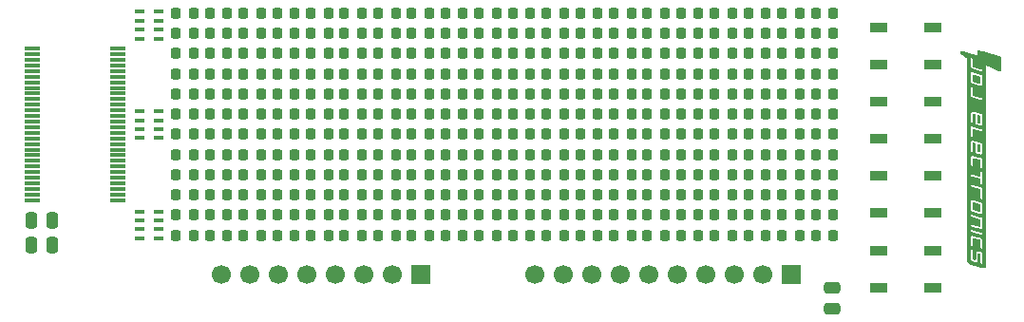
<source format=gbr>
%TF.GenerationSoftware,KiCad,Pcbnew,9.0.2*%
%TF.CreationDate,2025-07-25T11:54:52+02:00*%
%TF.ProjectId,LED_MATRIX,4c45445f-4d41-4545-9249-582e6b696361,rev?*%
%TF.SameCoordinates,Original*%
%TF.FileFunction,Soldermask,Top*%
%TF.FilePolarity,Negative*%
%FSLAX46Y46*%
G04 Gerber Fmt 4.6, Leading zero omitted, Abs format (unit mm)*
G04 Created by KiCad (PCBNEW 9.0.2) date 2025-07-25 11:54:52*
%MOMM*%
%LPD*%
G01*
G04 APERTURE LIST*
G04 Aperture macros list*
%AMRoundRect*
0 Rectangle with rounded corners*
0 $1 Rounding radius*
0 $2 $3 $4 $5 $6 $7 $8 $9 X,Y pos of 4 corners*
0 Add a 4 corners polygon primitive as box body*
4,1,4,$2,$3,$4,$5,$6,$7,$8,$9,$2,$3,0*
0 Add four circle primitives for the rounded corners*
1,1,$1+$1,$2,$3*
1,1,$1+$1,$4,$5*
1,1,$1+$1,$6,$7*
1,1,$1+$1,$8,$9*
0 Add four rect primitives between the rounded corners*
20,1,$1+$1,$2,$3,$4,$5,0*
20,1,$1+$1,$4,$5,$6,$7,0*
20,1,$1+$1,$6,$7,$8,$9,0*
20,1,$1+$1,$8,$9,$2,$3,0*%
G04 Aperture macros list end*
%ADD10C,0.010000*%
%ADD11RoundRect,0.218750X-0.218750X-0.256250X0.218750X-0.256250X0.218750X0.256250X-0.218750X0.256250X0*%
%ADD12RoundRect,0.250000X-0.250000X-0.475000X0.250000X-0.475000X0.250000X0.475000X-0.250000X0.475000X0*%
%ADD13R,1.475000X0.300000*%
%ADD14R,0.900000X0.400000*%
%ADD15RoundRect,0.250000X-0.475000X0.250000X-0.475000X-0.250000X0.475000X-0.250000X0.475000X0.250000X0*%
%ADD16R,1.700000X1.700000*%
%ADD17C,1.700000*%
%ADD18RoundRect,0.090000X-0.660000X-0.360000X0.660000X-0.360000X0.660000X0.360000X-0.660000X0.360000X0*%
G04 APERTURE END LIST*
D10*
%TO.C,REF\u002A\u002A*%
X125364500Y-131198900D02*
X125339100Y-131198900D01*
X125339100Y-131122700D01*
X125364500Y-131122700D01*
X125364500Y-131198900D01*
G36*
X125364500Y-131198900D02*
G01*
X125339100Y-131198900D01*
X125339100Y-131122700D01*
X125364500Y-131122700D01*
X125364500Y-131198900D01*
G37*
X125389900Y-131224300D02*
X125364500Y-131224300D01*
X125364500Y-131097300D01*
X125389900Y-131097300D01*
X125389900Y-131224300D01*
G36*
X125389900Y-131224300D02*
G01*
X125364500Y-131224300D01*
X125364500Y-131097300D01*
X125389900Y-131097300D01*
X125389900Y-131224300D01*
G37*
X125415300Y-131249700D02*
X125389900Y-131249700D01*
X125389900Y-131097300D01*
X125415300Y-131097300D01*
X125415300Y-131249700D01*
G36*
X125415300Y-131249700D02*
G01*
X125389900Y-131249700D01*
X125389900Y-131097300D01*
X125415300Y-131097300D01*
X125415300Y-131249700D01*
G37*
X125440700Y-131275100D02*
X125415300Y-131275100D01*
X125415300Y-131097300D01*
X125440700Y-131097300D01*
X125440700Y-131275100D01*
G36*
X125440700Y-131275100D02*
G01*
X125415300Y-131275100D01*
X125415300Y-131097300D01*
X125440700Y-131097300D01*
X125440700Y-131275100D01*
G37*
X125466100Y-131275100D02*
X125440700Y-131275100D01*
X125440700Y-131097300D01*
X125466100Y-131097300D01*
X125466100Y-131275100D01*
G36*
X125466100Y-131275100D02*
G01*
X125440700Y-131275100D01*
X125440700Y-131097300D01*
X125466100Y-131097300D01*
X125466100Y-131275100D01*
G37*
X125491500Y-131300500D02*
X125466100Y-131300500D01*
X125466100Y-131097300D01*
X125491500Y-131097300D01*
X125491500Y-131300500D01*
G36*
X125491500Y-131300500D02*
G01*
X125466100Y-131300500D01*
X125466100Y-131097300D01*
X125491500Y-131097300D01*
X125491500Y-131300500D01*
G37*
X125516900Y-131325900D02*
X125491500Y-131325900D01*
X125491500Y-131122700D01*
X125516900Y-131122700D01*
X125516900Y-131325900D01*
G36*
X125516900Y-131325900D02*
G01*
X125491500Y-131325900D01*
X125491500Y-131122700D01*
X125516900Y-131122700D01*
X125516900Y-131325900D01*
G37*
X125542300Y-131351300D02*
X125516900Y-131351300D01*
X125516900Y-131122700D01*
X125542300Y-131122700D01*
X125542300Y-131351300D01*
G36*
X125542300Y-131351300D02*
G01*
X125516900Y-131351300D01*
X125516900Y-131122700D01*
X125542300Y-131122700D01*
X125542300Y-131351300D01*
G37*
X125567700Y-131376700D02*
X125542300Y-131376700D01*
X125542300Y-131122700D01*
X125567700Y-131122700D01*
X125567700Y-131376700D01*
G36*
X125567700Y-131376700D02*
G01*
X125542300Y-131376700D01*
X125542300Y-131122700D01*
X125567700Y-131122700D01*
X125567700Y-131376700D01*
G37*
X125593100Y-131402100D02*
X125567700Y-131402100D01*
X125567700Y-131148100D01*
X125593100Y-131148100D01*
X125593100Y-131402100D01*
G36*
X125593100Y-131402100D02*
G01*
X125567700Y-131402100D01*
X125567700Y-131148100D01*
X125593100Y-131148100D01*
X125593100Y-131402100D01*
G37*
X125618500Y-131402100D02*
X125593100Y-131402100D01*
X125593100Y-131148100D01*
X125618500Y-131148100D01*
X125618500Y-131402100D01*
G36*
X125618500Y-131402100D02*
G01*
X125593100Y-131402100D01*
X125593100Y-131148100D01*
X125618500Y-131148100D01*
X125618500Y-131402100D01*
G37*
X125643900Y-131427500D02*
X125618500Y-131427500D01*
X125618500Y-131148100D01*
X125643900Y-131148100D01*
X125643900Y-131427500D01*
G36*
X125643900Y-131427500D02*
G01*
X125618500Y-131427500D01*
X125618500Y-131148100D01*
X125643900Y-131148100D01*
X125643900Y-131427500D01*
G37*
X125669300Y-131452900D02*
X125643900Y-131452900D01*
X125643900Y-131148100D01*
X125669300Y-131148100D01*
X125669300Y-131452900D01*
G36*
X125669300Y-131452900D02*
G01*
X125643900Y-131452900D01*
X125643900Y-131148100D01*
X125669300Y-131148100D01*
X125669300Y-131452900D01*
G37*
X125694700Y-131478300D02*
X125669300Y-131478300D01*
X125669300Y-131173500D01*
X125694700Y-131173500D01*
X125694700Y-131478300D01*
G36*
X125694700Y-131478300D02*
G01*
X125669300Y-131478300D01*
X125669300Y-131173500D01*
X125694700Y-131173500D01*
X125694700Y-131478300D01*
G37*
X125720100Y-131503700D02*
X125694700Y-131503700D01*
X125694700Y-131173500D01*
X125720100Y-131173500D01*
X125720100Y-131503700D01*
G36*
X125720100Y-131503700D02*
G01*
X125694700Y-131503700D01*
X125694700Y-131173500D01*
X125720100Y-131173500D01*
X125720100Y-131503700D01*
G37*
X125745500Y-131503700D02*
X125720100Y-131503700D01*
X125720100Y-131173500D01*
X125745500Y-131173500D01*
X125745500Y-131503700D01*
G36*
X125745500Y-131503700D02*
G01*
X125720100Y-131503700D01*
X125720100Y-131173500D01*
X125745500Y-131173500D01*
X125745500Y-131503700D01*
G37*
X125770900Y-131529100D02*
X125745500Y-131529100D01*
X125745500Y-131198900D01*
X125770900Y-131198900D01*
X125770900Y-131529100D01*
G36*
X125770900Y-131529100D02*
G01*
X125745500Y-131529100D01*
X125745500Y-131198900D01*
X125770900Y-131198900D01*
X125770900Y-131529100D01*
G37*
X125796300Y-131554500D02*
X125770900Y-131554500D01*
X125770900Y-131198900D01*
X125796300Y-131198900D01*
X125796300Y-131554500D01*
G36*
X125796300Y-131554500D02*
G01*
X125770900Y-131554500D01*
X125770900Y-131198900D01*
X125796300Y-131198900D01*
X125796300Y-131554500D01*
G37*
X125821700Y-131579900D02*
X125796300Y-131579900D01*
X125796300Y-131198900D01*
X125821700Y-131198900D01*
X125821700Y-131579900D01*
G36*
X125821700Y-131579900D02*
G01*
X125796300Y-131579900D01*
X125796300Y-131198900D01*
X125821700Y-131198900D01*
X125821700Y-131579900D01*
G37*
X125847100Y-131605300D02*
X125821700Y-131605300D01*
X125821700Y-131198900D01*
X125847100Y-131198900D01*
X125847100Y-131605300D01*
G36*
X125847100Y-131605300D02*
G01*
X125821700Y-131605300D01*
X125821700Y-131198900D01*
X125847100Y-131198900D01*
X125847100Y-131605300D01*
G37*
X125872500Y-131605300D02*
X125847100Y-131605300D01*
X125847100Y-131224300D01*
X125872500Y-131224300D01*
X125872500Y-131605300D01*
G36*
X125872500Y-131605300D02*
G01*
X125847100Y-131605300D01*
X125847100Y-131224300D01*
X125872500Y-131224300D01*
X125872500Y-131605300D01*
G37*
X125897900Y-131630700D02*
X125872500Y-131630700D01*
X125872500Y-131224300D01*
X125897900Y-131224300D01*
X125897900Y-131630700D01*
G36*
X125897900Y-131630700D02*
G01*
X125872500Y-131630700D01*
X125872500Y-131224300D01*
X125897900Y-131224300D01*
X125897900Y-131630700D01*
G37*
X125923300Y-131656100D02*
X125897900Y-131656100D01*
X125897900Y-131224300D01*
X125923300Y-131224300D01*
X125923300Y-131656100D01*
G36*
X125923300Y-131656100D02*
G01*
X125897900Y-131656100D01*
X125897900Y-131224300D01*
X125923300Y-131224300D01*
X125923300Y-131656100D01*
G37*
X125948700Y-131681500D02*
X125923300Y-131681500D01*
X125923300Y-131249700D01*
X125948700Y-131249700D01*
X125948700Y-131681500D01*
G36*
X125948700Y-131681500D02*
G01*
X125923300Y-131681500D01*
X125923300Y-131249700D01*
X125948700Y-131249700D01*
X125948700Y-131681500D01*
G37*
X125974100Y-131706900D02*
X125948700Y-131706900D01*
X125948700Y-131249700D01*
X125974100Y-131249700D01*
X125974100Y-131706900D01*
G36*
X125974100Y-131706900D02*
G01*
X125948700Y-131706900D01*
X125948700Y-131249700D01*
X125974100Y-131249700D01*
X125974100Y-131706900D01*
G37*
X125999500Y-149791700D02*
X125974100Y-149791700D01*
X125974100Y-131249700D01*
X125999500Y-131249700D01*
X125999500Y-149791700D01*
G36*
X125999500Y-149791700D02*
G01*
X125974100Y-149791700D01*
X125974100Y-131249700D01*
X125999500Y-131249700D01*
X125999500Y-149791700D01*
G37*
X126024900Y-149842500D02*
X125999500Y-149842500D01*
X125999500Y-131249700D01*
X126024900Y-131249700D01*
X126024900Y-149842500D01*
G36*
X126024900Y-149842500D02*
G01*
X125999500Y-149842500D01*
X125999500Y-131249700D01*
X126024900Y-131249700D01*
X126024900Y-149842500D01*
G37*
X126050300Y-149893300D02*
X126024900Y-149893300D01*
X126024900Y-131275100D01*
X126050300Y-131275100D01*
X126050300Y-149893300D01*
G36*
X126050300Y-149893300D02*
G01*
X126024900Y-149893300D01*
X126024900Y-131275100D01*
X126050300Y-131275100D01*
X126050300Y-149893300D01*
G37*
X126075700Y-149918700D02*
X126050300Y-149918700D01*
X126050300Y-131275100D01*
X126075700Y-131275100D01*
X126075700Y-149918700D01*
G36*
X126075700Y-149918700D02*
G01*
X126050300Y-149918700D01*
X126050300Y-131275100D01*
X126075700Y-131275100D01*
X126075700Y-149918700D01*
G37*
X126101100Y-149944100D02*
X126075700Y-149944100D01*
X126075700Y-131275100D01*
X126101100Y-131275100D01*
X126101100Y-149944100D01*
G36*
X126101100Y-149944100D02*
G01*
X126075700Y-149944100D01*
X126075700Y-131275100D01*
X126101100Y-131275100D01*
X126101100Y-149944100D01*
G37*
X126126500Y-149969500D02*
X126101100Y-149969500D01*
X126101100Y-131300500D01*
X126126500Y-131300500D01*
X126126500Y-149969500D01*
G36*
X126126500Y-149969500D02*
G01*
X126101100Y-149969500D01*
X126101100Y-131300500D01*
X126126500Y-131300500D01*
X126126500Y-149969500D01*
G37*
X126151900Y-149994900D02*
X126126500Y-149994900D01*
X126126500Y-131300500D01*
X126151900Y-131300500D01*
X126151900Y-149994900D01*
G36*
X126151900Y-149994900D02*
G01*
X126126500Y-149994900D01*
X126126500Y-131300500D01*
X126151900Y-131300500D01*
X126151900Y-149994900D01*
G37*
X126177300Y-150020300D02*
X126151900Y-150020300D01*
X126151900Y-131300500D01*
X126177300Y-131300500D01*
X126177300Y-150020300D01*
G36*
X126177300Y-150020300D02*
G01*
X126151900Y-150020300D01*
X126151900Y-131300500D01*
X126177300Y-131300500D01*
X126177300Y-150020300D01*
G37*
X126202700Y-150020300D02*
X126177300Y-150020300D01*
X126177300Y-131325900D01*
X126202700Y-131325900D01*
X126202700Y-150020300D01*
G36*
X126202700Y-150020300D02*
G01*
X126177300Y-150020300D01*
X126177300Y-131325900D01*
X126202700Y-131325900D01*
X126202700Y-150020300D01*
G37*
X126228100Y-150045700D02*
X126202700Y-150045700D01*
X126202700Y-131325900D01*
X126228100Y-131325900D01*
X126228100Y-150045700D01*
G36*
X126228100Y-150045700D02*
G01*
X126202700Y-150045700D01*
X126202700Y-131325900D01*
X126228100Y-131325900D01*
X126228100Y-150045700D01*
G37*
X126253500Y-134170700D02*
X126228100Y-134170700D01*
X126228100Y-131325900D01*
X126253500Y-131325900D01*
X126253500Y-134170700D01*
G36*
X126253500Y-134170700D02*
G01*
X126228100Y-134170700D01*
X126228100Y-131325900D01*
X126253500Y-131325900D01*
X126253500Y-134170700D01*
G37*
X126253500Y-137726700D02*
X126228100Y-137726700D01*
X126228100Y-135059700D01*
X126253500Y-135059700D01*
X126253500Y-137726700D01*
G36*
X126253500Y-137726700D02*
G01*
X126228100Y-137726700D01*
X126228100Y-135059700D01*
X126253500Y-135059700D01*
X126253500Y-137726700D01*
G37*
X126253500Y-140469900D02*
X126228100Y-140469900D01*
X126228100Y-138717300D01*
X126253500Y-138717300D01*
X126253500Y-140469900D01*
G36*
X126253500Y-140469900D02*
G01*
X126228100Y-140469900D01*
X126228100Y-138717300D01*
X126253500Y-138717300D01*
X126253500Y-140469900D01*
G37*
X126253500Y-147607300D02*
X126228100Y-147607300D01*
X126228100Y-141282700D01*
X126253500Y-141282700D01*
X126253500Y-147607300D01*
G36*
X126253500Y-147607300D02*
G01*
X126228100Y-147607300D01*
X126228100Y-141282700D01*
X126253500Y-141282700D01*
X126253500Y-147607300D01*
G37*
X126253500Y-150045700D02*
X126228100Y-150045700D01*
X126228100Y-148420100D01*
X126253500Y-148420100D01*
X126253500Y-150045700D01*
G36*
X126253500Y-150045700D02*
G01*
X126228100Y-150045700D01*
X126228100Y-148420100D01*
X126253500Y-148420100D01*
X126253500Y-150045700D01*
G37*
X126278900Y-131630700D02*
X126253500Y-131630700D01*
X126253500Y-131325900D01*
X126278900Y-131325900D01*
X126278900Y-131630700D01*
G36*
X126278900Y-131630700D02*
G01*
X126253500Y-131630700D01*
X126253500Y-131325900D01*
X126278900Y-131325900D01*
X126278900Y-131630700D01*
G37*
X126278900Y-132875300D02*
X126253500Y-132875300D01*
X126253500Y-132570500D01*
X126278900Y-132570500D01*
X126278900Y-132875300D01*
G36*
X126278900Y-132875300D02*
G01*
X126253500Y-132875300D01*
X126253500Y-132570500D01*
X126278900Y-132570500D01*
X126278900Y-132875300D01*
G37*
X126278900Y-134196100D02*
X126253500Y-134196100D01*
X126253500Y-133916700D01*
X126278900Y-133916700D01*
X126278900Y-134196100D01*
G36*
X126278900Y-134196100D02*
G01*
X126253500Y-134196100D01*
X126253500Y-133916700D01*
X126278900Y-133916700D01*
X126278900Y-134196100D01*
G37*
X126278900Y-136507500D02*
X126253500Y-136507500D01*
X126253500Y-135135900D01*
X126278900Y-135135900D01*
X126278900Y-136507500D01*
G36*
X126278900Y-136507500D02*
G01*
X126253500Y-136507500D01*
X126253500Y-135135900D01*
X126278900Y-135135900D01*
X126278900Y-136507500D01*
G37*
X126278900Y-137726700D02*
X126253500Y-137726700D01*
X126253500Y-137472700D01*
X126278900Y-137472700D01*
X126278900Y-137726700D01*
G36*
X126278900Y-137726700D02*
G01*
X126253500Y-137726700D01*
X126253500Y-137472700D01*
X126278900Y-137472700D01*
X126278900Y-137726700D01*
G37*
X126278900Y-139098300D02*
X126253500Y-139098300D01*
X126253500Y-138717300D01*
X126278900Y-138717300D01*
X126278900Y-139098300D01*
G36*
X126278900Y-139098300D02*
G01*
X126253500Y-139098300D01*
X126253500Y-138717300D01*
X126278900Y-138717300D01*
X126278900Y-139098300D01*
G37*
X126278900Y-140419100D02*
X126253500Y-140419100D01*
X126253500Y-140088900D01*
X126278900Y-140088900D01*
X126278900Y-140419100D01*
G36*
X126278900Y-140419100D02*
G01*
X126253500Y-140419100D01*
X126253500Y-140088900D01*
X126278900Y-140088900D01*
X126278900Y-140419100D01*
G37*
X126278900Y-141968500D02*
X126253500Y-141968500D01*
X126253500Y-141308100D01*
X126278900Y-141308100D01*
X126278900Y-141968500D01*
G36*
X126278900Y-141968500D02*
G01*
X126253500Y-141968500D01*
X126253500Y-141308100D01*
X126278900Y-141308100D01*
X126278900Y-141968500D01*
G37*
X126278900Y-142908300D02*
X126253500Y-142908300D01*
X126253500Y-142247900D01*
X126278900Y-142247900D01*
X126278900Y-142908300D01*
G36*
X126278900Y-142908300D02*
G01*
X126253500Y-142908300D01*
X126253500Y-142247900D01*
X126278900Y-142247900D01*
X126278900Y-142908300D01*
G37*
X126278900Y-144356100D02*
X126253500Y-144356100D01*
X126253500Y-143162300D01*
X126278900Y-143162300D01*
X126278900Y-144356100D01*
G36*
X126278900Y-144356100D02*
G01*
X126253500Y-144356100D01*
X126253500Y-143162300D01*
X126278900Y-143162300D01*
X126278900Y-144356100D01*
G37*
X126278900Y-145600700D02*
X126253500Y-145600700D01*
X126253500Y-145321300D01*
X126278900Y-145321300D01*
X126278900Y-145600700D01*
G36*
X126278900Y-145600700D02*
G01*
X126253500Y-145600700D01*
X126253500Y-145321300D01*
X126278900Y-145321300D01*
X126278900Y-145600700D01*
G37*
X126278900Y-146464300D02*
X126253500Y-146464300D01*
X126253500Y-145854700D01*
X126278900Y-145854700D01*
X126278900Y-146464300D01*
G36*
X126278900Y-146464300D02*
G01*
X126253500Y-146464300D01*
X126253500Y-145854700D01*
X126278900Y-145854700D01*
X126278900Y-146464300D01*
G37*
X126278900Y-146946900D02*
X126253500Y-146946900D01*
X126253500Y-146718300D01*
X126278900Y-146718300D01*
X126278900Y-146946900D01*
G36*
X126278900Y-146946900D02*
G01*
X126253500Y-146946900D01*
X126253500Y-146718300D01*
X126278900Y-146718300D01*
X126278900Y-146946900D01*
G37*
X126278900Y-147531100D02*
X126253500Y-147531100D01*
X126253500Y-147200900D01*
X126278900Y-147200900D01*
X126278900Y-147531100D01*
G36*
X126278900Y-147531100D02*
G01*
X126253500Y-147531100D01*
X126253500Y-147200900D01*
X126278900Y-147200900D01*
X126278900Y-147531100D01*
G37*
X126278900Y-148674100D02*
X126253500Y-148674100D01*
X126253500Y-148445500D01*
X126278900Y-148445500D01*
X126278900Y-148674100D01*
G36*
X126278900Y-148674100D02*
G01*
X126253500Y-148674100D01*
X126253500Y-148445500D01*
X126278900Y-148445500D01*
X126278900Y-148674100D01*
G37*
X126278900Y-150045700D02*
X126253500Y-150045700D01*
X126253500Y-149740900D01*
X126278900Y-149740900D01*
X126278900Y-150045700D01*
G36*
X126278900Y-150045700D02*
G01*
X126253500Y-150045700D01*
X126253500Y-149740900D01*
X126278900Y-149740900D01*
X126278900Y-150045700D01*
G37*
X126304300Y-131630700D02*
X126278900Y-131630700D01*
X126278900Y-131351300D01*
X126304300Y-131351300D01*
X126304300Y-131630700D01*
G36*
X126304300Y-131630700D02*
G01*
X126278900Y-131630700D01*
X126278900Y-131351300D01*
X126304300Y-131351300D01*
X126304300Y-131630700D01*
G37*
X126304300Y-132875300D02*
X126278900Y-132875300D01*
X126278900Y-132595900D01*
X126304300Y-132595900D01*
X126304300Y-132875300D01*
G36*
X126304300Y-132875300D02*
G01*
X126278900Y-132875300D01*
X126278900Y-132595900D01*
X126304300Y-132595900D01*
X126304300Y-132875300D01*
G37*
X126304300Y-134196100D02*
X126278900Y-134196100D01*
X126278900Y-133942100D01*
X126304300Y-133942100D01*
X126304300Y-134196100D01*
G36*
X126304300Y-134196100D02*
G01*
X126278900Y-134196100D01*
X126278900Y-133942100D01*
X126304300Y-133942100D01*
X126304300Y-134196100D01*
G37*
X126304300Y-136456700D02*
X126278900Y-136456700D01*
X126278900Y-135186700D01*
X126304300Y-135186700D01*
X126304300Y-136456700D01*
G36*
X126304300Y-136456700D02*
G01*
X126278900Y-136456700D01*
X126278900Y-135186700D01*
X126304300Y-135186700D01*
X126304300Y-136456700D01*
G37*
X126304300Y-137726700D02*
X126278900Y-137726700D01*
X126278900Y-137498100D01*
X126304300Y-137498100D01*
X126304300Y-137726700D01*
G36*
X126304300Y-137726700D02*
G01*
X126278900Y-137726700D01*
X126278900Y-137498100D01*
X126304300Y-137498100D01*
X126304300Y-137726700D01*
G37*
X126304300Y-139047500D02*
X126278900Y-139047500D01*
X126278900Y-138717300D01*
X126304300Y-138717300D01*
X126304300Y-139047500D01*
G36*
X126304300Y-139047500D02*
G01*
X126278900Y-139047500D01*
X126278900Y-138717300D01*
X126304300Y-138717300D01*
X126304300Y-139047500D01*
G37*
X126304300Y-140368300D02*
X126278900Y-140368300D01*
X126278900Y-140088900D01*
X126304300Y-140088900D01*
X126304300Y-140368300D01*
G36*
X126304300Y-140368300D02*
G01*
X126278900Y-140368300D01*
X126278900Y-140088900D01*
X126304300Y-140088900D01*
X126304300Y-140368300D01*
G37*
X126304300Y-141993900D02*
X126278900Y-141993900D01*
X126278900Y-141308100D01*
X126304300Y-141308100D01*
X126304300Y-141993900D01*
G36*
X126304300Y-141993900D02*
G01*
X126278900Y-141993900D01*
X126278900Y-141308100D01*
X126304300Y-141308100D01*
X126304300Y-141993900D01*
G37*
X126304300Y-142908300D02*
X126278900Y-142908300D01*
X126278900Y-142247900D01*
X126304300Y-142247900D01*
X126304300Y-142908300D01*
G36*
X126304300Y-142908300D02*
G01*
X126278900Y-142908300D01*
X126278900Y-142247900D01*
X126304300Y-142247900D01*
X126304300Y-142908300D01*
G37*
X126304300Y-144330700D02*
X126278900Y-144330700D01*
X126278900Y-143187700D01*
X126304300Y-143187700D01*
X126304300Y-144330700D01*
G36*
X126304300Y-144330700D02*
G01*
X126278900Y-144330700D01*
X126278900Y-143187700D01*
X126304300Y-143187700D01*
X126304300Y-144330700D01*
G37*
X126304300Y-145600700D02*
X126278900Y-145600700D01*
X126278900Y-145372100D01*
X126304300Y-145372100D01*
X126304300Y-145600700D01*
G36*
X126304300Y-145600700D02*
G01*
X126278900Y-145600700D01*
X126278900Y-145372100D01*
X126304300Y-145372100D01*
X126304300Y-145600700D01*
G37*
X126304300Y-146464300D02*
X126278900Y-146464300D01*
X126278900Y-145854700D01*
X126304300Y-145854700D01*
X126304300Y-146464300D01*
G36*
X126304300Y-146464300D02*
G01*
X126278900Y-146464300D01*
X126278900Y-145854700D01*
X126304300Y-145854700D01*
X126304300Y-146464300D01*
G37*
X126304300Y-146946900D02*
X126278900Y-146946900D01*
X126278900Y-146718300D01*
X126304300Y-146718300D01*
X126304300Y-146946900D01*
G36*
X126304300Y-146946900D02*
G01*
X126278900Y-146946900D01*
X126278900Y-146718300D01*
X126304300Y-146718300D01*
X126304300Y-146946900D01*
G37*
X126304300Y-147505700D02*
X126278900Y-147505700D01*
X126278900Y-147200900D01*
X126304300Y-147200900D01*
X126304300Y-147505700D01*
G36*
X126304300Y-147505700D02*
G01*
X126278900Y-147505700D01*
X126278900Y-147200900D01*
X126304300Y-147200900D01*
X126304300Y-147505700D01*
G37*
X126304300Y-148699500D02*
X126278900Y-148699500D01*
X126278900Y-148445500D01*
X126304300Y-148445500D01*
X126304300Y-148699500D01*
G36*
X126304300Y-148699500D02*
G01*
X126278900Y-148699500D01*
X126278900Y-148445500D01*
X126304300Y-148445500D01*
X126304300Y-148699500D01*
G37*
X126304300Y-150045700D02*
X126278900Y-150045700D01*
X126278900Y-149766300D01*
X126304300Y-149766300D01*
X126304300Y-150045700D01*
G36*
X126304300Y-150045700D02*
G01*
X126278900Y-150045700D01*
X126278900Y-149766300D01*
X126304300Y-149766300D01*
X126304300Y-150045700D01*
G37*
X126329700Y-131630700D02*
X126304300Y-131630700D01*
X126304300Y-131351300D01*
X126329700Y-131351300D01*
X126329700Y-131630700D01*
G36*
X126329700Y-131630700D02*
G01*
X126304300Y-131630700D01*
X126304300Y-131351300D01*
X126329700Y-131351300D01*
X126329700Y-131630700D01*
G37*
X126329700Y-132875300D02*
X126304300Y-132875300D01*
X126304300Y-132621300D01*
X126329700Y-132621300D01*
X126329700Y-132875300D01*
G36*
X126329700Y-132875300D02*
G01*
X126304300Y-132875300D01*
X126304300Y-132621300D01*
X126329700Y-132621300D01*
X126329700Y-132875300D01*
G37*
X126329700Y-134196100D02*
X126304300Y-134196100D01*
X126304300Y-133967500D01*
X126329700Y-133967500D01*
X126329700Y-134196100D01*
G36*
X126329700Y-134196100D02*
G01*
X126304300Y-134196100D01*
X126304300Y-133967500D01*
X126329700Y-133967500D01*
X126329700Y-134196100D01*
G37*
X126329700Y-136431300D02*
X126304300Y-136431300D01*
X126304300Y-135212100D01*
X126329700Y-135212100D01*
X126329700Y-136431300D01*
G36*
X126329700Y-136431300D02*
G01*
X126304300Y-136431300D01*
X126304300Y-135212100D01*
X126329700Y-135212100D01*
X126329700Y-136431300D01*
G37*
X126329700Y-137726700D02*
X126304300Y-137726700D01*
X126304300Y-137498100D01*
X126329700Y-137498100D01*
X126329700Y-137726700D01*
G36*
X126329700Y-137726700D02*
G01*
X126304300Y-137726700D01*
X126304300Y-137498100D01*
X126329700Y-137498100D01*
X126329700Y-137726700D01*
G37*
X126329700Y-139022100D02*
X126304300Y-139022100D01*
X126304300Y-138742700D01*
X126329700Y-138742700D01*
X126329700Y-139022100D01*
G36*
X126329700Y-139022100D02*
G01*
X126304300Y-139022100D01*
X126304300Y-138742700D01*
X126329700Y-138742700D01*
X126329700Y-139022100D01*
G37*
X126329700Y-140342900D02*
X126304300Y-140342900D01*
X126304300Y-140088900D01*
X126329700Y-140088900D01*
X126329700Y-140342900D01*
G36*
X126329700Y-140342900D02*
G01*
X126304300Y-140342900D01*
X126304300Y-140088900D01*
X126329700Y-140088900D01*
X126329700Y-140342900D01*
G37*
X126329700Y-141993900D02*
X126304300Y-141993900D01*
X126304300Y-141308100D01*
X126329700Y-141308100D01*
X126329700Y-141993900D01*
G36*
X126329700Y-141993900D02*
G01*
X126304300Y-141993900D01*
X126304300Y-141308100D01*
X126329700Y-141308100D01*
X126329700Y-141993900D01*
G37*
X126329700Y-142908300D02*
X126304300Y-142908300D01*
X126304300Y-142247900D01*
X126329700Y-142247900D01*
X126329700Y-142908300D01*
G36*
X126329700Y-142908300D02*
G01*
X126304300Y-142908300D01*
X126304300Y-142247900D01*
X126329700Y-142247900D01*
X126329700Y-142908300D01*
G37*
X126329700Y-144305300D02*
X126304300Y-144305300D01*
X126304300Y-143187700D01*
X126329700Y-143187700D01*
X126329700Y-144305300D01*
G36*
X126329700Y-144305300D02*
G01*
X126304300Y-144305300D01*
X126304300Y-143187700D01*
X126329700Y-143187700D01*
X126329700Y-144305300D01*
G37*
X126329700Y-145600700D02*
X126304300Y-145600700D01*
X126304300Y-145397500D01*
X126329700Y-145397500D01*
X126329700Y-145600700D01*
G36*
X126329700Y-145600700D02*
G01*
X126304300Y-145600700D01*
X126304300Y-145397500D01*
X126329700Y-145397500D01*
X126329700Y-145600700D01*
G37*
X126329700Y-146464300D02*
X126304300Y-146464300D01*
X126304300Y-145880100D01*
X126329700Y-145880100D01*
X126329700Y-146464300D01*
G36*
X126329700Y-146464300D02*
G01*
X126304300Y-146464300D01*
X126304300Y-145880100D01*
X126329700Y-145880100D01*
X126329700Y-146464300D01*
G37*
X126329700Y-146946900D02*
X126304300Y-146946900D01*
X126304300Y-146718300D01*
X126329700Y-146718300D01*
X126329700Y-146946900D01*
G36*
X126329700Y-146946900D02*
G01*
X126304300Y-146946900D01*
X126304300Y-146718300D01*
X126329700Y-146718300D01*
X126329700Y-146946900D01*
G37*
X126329700Y-147480300D02*
X126304300Y-147480300D01*
X126304300Y-147226300D01*
X126329700Y-147226300D01*
X126329700Y-147480300D01*
G36*
X126329700Y-147480300D02*
G01*
X126304300Y-147480300D01*
X126304300Y-147226300D01*
X126329700Y-147226300D01*
X126329700Y-147480300D01*
G37*
X126329700Y-148699500D02*
X126304300Y-148699500D01*
X126304300Y-148445500D01*
X126329700Y-148445500D01*
X126329700Y-148699500D01*
G36*
X126329700Y-148699500D02*
G01*
X126304300Y-148699500D01*
X126304300Y-148445500D01*
X126329700Y-148445500D01*
X126329700Y-148699500D01*
G37*
X126329700Y-150071100D02*
X126304300Y-150071100D01*
X126304300Y-149791700D01*
X126329700Y-149791700D01*
X126329700Y-150071100D01*
G36*
X126329700Y-150071100D02*
G01*
X126304300Y-150071100D01*
X126304300Y-149791700D01*
X126329700Y-149791700D01*
X126329700Y-150071100D01*
G37*
X126355100Y-131656100D02*
X126329700Y-131656100D01*
X126329700Y-131351300D01*
X126355100Y-131351300D01*
X126355100Y-131656100D01*
G36*
X126355100Y-131656100D02*
G01*
X126329700Y-131656100D01*
X126329700Y-131351300D01*
X126355100Y-131351300D01*
X126355100Y-131656100D01*
G37*
X126355100Y-132875300D02*
X126329700Y-132875300D01*
X126329700Y-132646700D01*
X126355100Y-132646700D01*
X126355100Y-132875300D01*
G36*
X126355100Y-132875300D02*
G01*
X126329700Y-132875300D01*
X126329700Y-132646700D01*
X126355100Y-132646700D01*
X126355100Y-132875300D01*
G37*
X126355100Y-134221500D02*
X126329700Y-134221500D01*
X126329700Y-133967500D01*
X126355100Y-133967500D01*
X126355100Y-134221500D01*
G36*
X126355100Y-134221500D02*
G01*
X126329700Y-134221500D01*
X126329700Y-133967500D01*
X126355100Y-133967500D01*
X126355100Y-134221500D01*
G37*
X126355100Y-136405900D02*
X126329700Y-136405900D01*
X126329700Y-135212100D01*
X126355100Y-135212100D01*
X126355100Y-136405900D01*
G36*
X126355100Y-136405900D02*
G01*
X126329700Y-136405900D01*
X126329700Y-135212100D01*
X126355100Y-135212100D01*
X126355100Y-136405900D01*
G37*
X126355100Y-137752100D02*
X126329700Y-137752100D01*
X126329700Y-137498100D01*
X126355100Y-137498100D01*
X126355100Y-137752100D01*
G36*
X126355100Y-137752100D02*
G01*
X126329700Y-137752100D01*
X126329700Y-137498100D01*
X126355100Y-137498100D01*
X126355100Y-137752100D01*
G37*
X126355100Y-138996700D02*
X126329700Y-138996700D01*
X126329700Y-138742700D01*
X126355100Y-138742700D01*
X126355100Y-138996700D01*
G36*
X126355100Y-138996700D02*
G01*
X126329700Y-138996700D01*
X126329700Y-138742700D01*
X126355100Y-138742700D01*
X126355100Y-138996700D01*
G37*
X126355100Y-140342900D02*
X126329700Y-140342900D01*
X126329700Y-140088900D01*
X126355100Y-140088900D01*
X126355100Y-140342900D01*
G36*
X126355100Y-140342900D02*
G01*
X126329700Y-140342900D01*
X126329700Y-140088900D01*
X126355100Y-140088900D01*
X126355100Y-140342900D01*
G37*
X126355100Y-141993900D02*
X126329700Y-141993900D01*
X126329700Y-141333500D01*
X126355100Y-141333500D01*
X126355100Y-141993900D01*
G36*
X126355100Y-141993900D02*
G01*
X126329700Y-141993900D01*
X126329700Y-141333500D01*
X126355100Y-141333500D01*
X126355100Y-141993900D01*
G37*
X126355100Y-142933700D02*
X126329700Y-142933700D01*
X126329700Y-142273300D01*
X126355100Y-142273300D01*
X126355100Y-142933700D01*
G36*
X126355100Y-142933700D02*
G01*
X126329700Y-142933700D01*
X126329700Y-142273300D01*
X126355100Y-142273300D01*
X126355100Y-142933700D01*
G37*
X126355100Y-144305300D02*
X126329700Y-144305300D01*
X126329700Y-143187700D01*
X126355100Y-143187700D01*
X126355100Y-144305300D01*
G36*
X126355100Y-144305300D02*
G01*
X126329700Y-144305300D01*
X126329700Y-143187700D01*
X126355100Y-143187700D01*
X126355100Y-144305300D01*
G37*
X126355100Y-145600700D02*
X126329700Y-145600700D01*
X126329700Y-145397500D01*
X126355100Y-145397500D01*
X126355100Y-145600700D01*
G36*
X126355100Y-145600700D02*
G01*
X126329700Y-145600700D01*
X126329700Y-145397500D01*
X126355100Y-145397500D01*
X126355100Y-145600700D01*
G37*
X126355100Y-146489700D02*
X126329700Y-146489700D01*
X126329700Y-145880100D01*
X126355100Y-145880100D01*
X126355100Y-146489700D01*
G36*
X126355100Y-146489700D02*
G01*
X126329700Y-146489700D01*
X126329700Y-145880100D01*
X126355100Y-145880100D01*
X126355100Y-146489700D01*
G37*
X126355100Y-146946900D02*
X126329700Y-146946900D01*
X126329700Y-146743700D01*
X126355100Y-146743700D01*
X126355100Y-146946900D01*
G36*
X126355100Y-146946900D02*
G01*
X126329700Y-146946900D01*
X126329700Y-146743700D01*
X126355100Y-146743700D01*
X126355100Y-146946900D01*
G37*
X126355100Y-147480300D02*
X126329700Y-147480300D01*
X126329700Y-147226300D01*
X126355100Y-147226300D01*
X126355100Y-147480300D01*
G36*
X126355100Y-147480300D02*
G01*
X126329700Y-147480300D01*
X126329700Y-147226300D01*
X126355100Y-147226300D01*
X126355100Y-147480300D01*
G37*
X126355100Y-148699500D02*
X126329700Y-148699500D01*
X126329700Y-148445500D01*
X126355100Y-148445500D01*
X126355100Y-148699500D01*
G36*
X126355100Y-148699500D02*
G01*
X126329700Y-148699500D01*
X126329700Y-148445500D01*
X126355100Y-148445500D01*
X126355100Y-148699500D01*
G37*
X126355100Y-150071100D02*
X126329700Y-150071100D01*
X126329700Y-149817100D01*
X126355100Y-149817100D01*
X126355100Y-150071100D01*
G36*
X126355100Y-150071100D02*
G01*
X126329700Y-150071100D01*
X126329700Y-149817100D01*
X126355100Y-149817100D01*
X126355100Y-150071100D01*
G37*
X126380500Y-131656100D02*
X126355100Y-131656100D01*
X126355100Y-131376700D01*
X126380500Y-131376700D01*
X126380500Y-131656100D01*
G36*
X126380500Y-131656100D02*
G01*
X126355100Y-131656100D01*
X126355100Y-131376700D01*
X126380500Y-131376700D01*
X126380500Y-131656100D01*
G37*
X126380500Y-132900700D02*
X126355100Y-132900700D01*
X126355100Y-132672100D01*
X126380500Y-132672100D01*
X126380500Y-132900700D01*
G36*
X126380500Y-132900700D02*
G01*
X126355100Y-132900700D01*
X126355100Y-132672100D01*
X126380500Y-132672100D01*
X126380500Y-132900700D01*
G37*
X126380500Y-134221500D02*
X126355100Y-134221500D01*
X126355100Y-133992900D01*
X126380500Y-133992900D01*
X126380500Y-134221500D01*
G36*
X126380500Y-134221500D02*
G01*
X126355100Y-134221500D01*
X126355100Y-133992900D01*
X126380500Y-133992900D01*
X126380500Y-134221500D01*
G37*
X126380500Y-136405900D02*
X126355100Y-136405900D01*
X126355100Y-135237500D01*
X126380500Y-135237500D01*
X126380500Y-136405900D01*
G36*
X126380500Y-136405900D02*
G01*
X126355100Y-136405900D01*
X126355100Y-135237500D01*
X126380500Y-135237500D01*
X126380500Y-136405900D01*
G37*
X126380500Y-137752100D02*
X126355100Y-137752100D01*
X126355100Y-137498100D01*
X126380500Y-137498100D01*
X126380500Y-137752100D01*
G36*
X126380500Y-137752100D02*
G01*
X126355100Y-137752100D01*
X126355100Y-137498100D01*
X126380500Y-137498100D01*
X126380500Y-137752100D01*
G37*
X126380500Y-138996700D02*
X126355100Y-138996700D01*
X126355100Y-138742700D01*
X126380500Y-138742700D01*
X126380500Y-138996700D01*
G36*
X126380500Y-138996700D02*
G01*
X126355100Y-138996700D01*
X126355100Y-138742700D01*
X126380500Y-138742700D01*
X126380500Y-138996700D01*
G37*
X126380500Y-140342900D02*
X126355100Y-140342900D01*
X126355100Y-140088900D01*
X126380500Y-140088900D01*
X126380500Y-140342900D01*
G36*
X126380500Y-140342900D02*
G01*
X126355100Y-140342900D01*
X126355100Y-140088900D01*
X126380500Y-140088900D01*
X126380500Y-140342900D01*
G37*
X126380500Y-142019300D02*
X126355100Y-142019300D01*
X126355100Y-141333500D01*
X126380500Y-141333500D01*
X126380500Y-142019300D01*
G36*
X126380500Y-142019300D02*
G01*
X126355100Y-142019300D01*
X126355100Y-141333500D01*
X126380500Y-141333500D01*
X126380500Y-142019300D01*
G37*
X126380500Y-142933700D02*
X126355100Y-142933700D01*
X126355100Y-142273300D01*
X126380500Y-142273300D01*
X126380500Y-142933700D01*
G36*
X126380500Y-142933700D02*
G01*
X126355100Y-142933700D01*
X126355100Y-142273300D01*
X126380500Y-142273300D01*
X126380500Y-142933700D01*
G37*
X126380500Y-144305300D02*
X126355100Y-144305300D01*
X126355100Y-143187700D01*
X126380500Y-143187700D01*
X126380500Y-144305300D01*
G36*
X126380500Y-144305300D02*
G01*
X126355100Y-144305300D01*
X126355100Y-143187700D01*
X126380500Y-143187700D01*
X126380500Y-144305300D01*
G37*
X126380500Y-145626100D02*
X126355100Y-145626100D01*
X126355100Y-145397500D01*
X126380500Y-145397500D01*
X126380500Y-145626100D01*
G36*
X126380500Y-145626100D02*
G01*
X126355100Y-145626100D01*
X126355100Y-145397500D01*
X126380500Y-145397500D01*
X126380500Y-145626100D01*
G37*
X126380500Y-146489700D02*
X126355100Y-146489700D01*
X126355100Y-145880100D01*
X126380500Y-145880100D01*
X126380500Y-146489700D01*
G36*
X126380500Y-146489700D02*
G01*
X126355100Y-146489700D01*
X126355100Y-145880100D01*
X126380500Y-145880100D01*
X126380500Y-146489700D01*
G37*
X126380500Y-146972300D02*
X126355100Y-146972300D01*
X126355100Y-146743700D01*
X126380500Y-146743700D01*
X126380500Y-146972300D01*
G36*
X126380500Y-146972300D02*
G01*
X126355100Y-146972300D01*
X126355100Y-146743700D01*
X126380500Y-146743700D01*
X126380500Y-146972300D01*
G37*
X126380500Y-147480300D02*
X126355100Y-147480300D01*
X126355100Y-147226300D01*
X126380500Y-147226300D01*
X126380500Y-147480300D01*
G36*
X126380500Y-147480300D02*
G01*
X126355100Y-147480300D01*
X126355100Y-147226300D01*
X126380500Y-147226300D01*
X126380500Y-147480300D01*
G37*
X126380500Y-148699500D02*
X126355100Y-148699500D01*
X126355100Y-148470900D01*
X126380500Y-148470900D01*
X126380500Y-148699500D01*
G36*
X126380500Y-148699500D02*
G01*
X126355100Y-148699500D01*
X126355100Y-148470900D01*
X126380500Y-148470900D01*
X126380500Y-148699500D01*
G37*
X126380500Y-150071100D02*
X126355100Y-150071100D01*
X126355100Y-149817100D01*
X126380500Y-149817100D01*
X126380500Y-150071100D01*
G36*
X126380500Y-150071100D02*
G01*
X126355100Y-150071100D01*
X126355100Y-149817100D01*
X126380500Y-149817100D01*
X126380500Y-150071100D01*
G37*
X126405900Y-131656100D02*
X126380500Y-131656100D01*
X126380500Y-131376700D01*
X126405900Y-131376700D01*
X126405900Y-131656100D01*
G36*
X126405900Y-131656100D02*
G01*
X126380500Y-131656100D01*
X126380500Y-131376700D01*
X126405900Y-131376700D01*
X126405900Y-131656100D01*
G37*
X126405900Y-132900700D02*
X126380500Y-132900700D01*
X126380500Y-132672100D01*
X126405900Y-132672100D01*
X126405900Y-132900700D01*
G36*
X126405900Y-132900700D02*
G01*
X126380500Y-132900700D01*
X126380500Y-132672100D01*
X126405900Y-132672100D01*
X126405900Y-132900700D01*
G37*
X126405900Y-134221500D02*
X126380500Y-134221500D01*
X126380500Y-133992900D01*
X126405900Y-133992900D01*
X126405900Y-134221500D01*
G36*
X126405900Y-134221500D02*
G01*
X126380500Y-134221500D01*
X126380500Y-133992900D01*
X126405900Y-133992900D01*
X126405900Y-134221500D01*
G37*
X126405900Y-136405900D02*
X126380500Y-136405900D01*
X126380500Y-135237500D01*
X126405900Y-135237500D01*
X126405900Y-136405900D01*
G36*
X126405900Y-136405900D02*
G01*
X126380500Y-136405900D01*
X126380500Y-135237500D01*
X126405900Y-135237500D01*
X126405900Y-136405900D01*
G37*
X126405900Y-137752100D02*
X126380500Y-137752100D01*
X126380500Y-137523500D01*
X126405900Y-137523500D01*
X126405900Y-137752100D01*
G36*
X126405900Y-137752100D02*
G01*
X126380500Y-137752100D01*
X126380500Y-137523500D01*
X126405900Y-137523500D01*
X126405900Y-137752100D01*
G37*
X126405900Y-138996700D02*
X126380500Y-138996700D01*
X126380500Y-138768100D01*
X126405900Y-138768100D01*
X126405900Y-138996700D01*
G36*
X126405900Y-138996700D02*
G01*
X126380500Y-138996700D01*
X126380500Y-138768100D01*
X126405900Y-138768100D01*
X126405900Y-138996700D01*
G37*
X126405900Y-140342900D02*
X126380500Y-140342900D01*
X126380500Y-140114300D01*
X126405900Y-140114300D01*
X126405900Y-140342900D01*
G36*
X126405900Y-140342900D02*
G01*
X126380500Y-140342900D01*
X126380500Y-140114300D01*
X126405900Y-140114300D01*
X126405900Y-140342900D01*
G37*
X126405900Y-142019300D02*
X126380500Y-142019300D01*
X126380500Y-141333500D01*
X126405900Y-141333500D01*
X126405900Y-142019300D01*
G36*
X126405900Y-142019300D02*
G01*
X126380500Y-142019300D01*
X126380500Y-141333500D01*
X126405900Y-141333500D01*
X126405900Y-142019300D01*
G37*
X126405900Y-142933700D02*
X126380500Y-142933700D01*
X126380500Y-142273300D01*
X126405900Y-142273300D01*
X126405900Y-142933700D01*
G36*
X126405900Y-142933700D02*
G01*
X126380500Y-142933700D01*
X126380500Y-142273300D01*
X126405900Y-142273300D01*
X126405900Y-142933700D01*
G37*
X126405900Y-144305300D02*
X126380500Y-144305300D01*
X126380500Y-143213100D01*
X126405900Y-143213100D01*
X126405900Y-144305300D01*
G36*
X126405900Y-144305300D02*
G01*
X126380500Y-144305300D01*
X126380500Y-143213100D01*
X126405900Y-143213100D01*
X126405900Y-144305300D01*
G37*
X126405900Y-145626100D02*
X126380500Y-145626100D01*
X126380500Y-145422900D01*
X126405900Y-145422900D01*
X126405900Y-145626100D01*
G36*
X126405900Y-145626100D02*
G01*
X126380500Y-145626100D01*
X126380500Y-145422900D01*
X126405900Y-145422900D01*
X126405900Y-145626100D01*
G37*
X126405900Y-146489700D02*
X126380500Y-146489700D01*
X126380500Y-145905500D01*
X126405900Y-145905500D01*
X126405900Y-146489700D01*
G36*
X126405900Y-146489700D02*
G01*
X126380500Y-146489700D01*
X126380500Y-145905500D01*
X126405900Y-145905500D01*
X126405900Y-146489700D01*
G37*
X126405900Y-146972300D02*
X126380500Y-146972300D01*
X126380500Y-146743700D01*
X126405900Y-146743700D01*
X126405900Y-146972300D01*
G36*
X126405900Y-146972300D02*
G01*
X126380500Y-146972300D01*
X126380500Y-146743700D01*
X126405900Y-146743700D01*
X126405900Y-146972300D01*
G37*
X126405900Y-147480300D02*
X126380500Y-147480300D01*
X126380500Y-147251700D01*
X126405900Y-147251700D01*
X126405900Y-147480300D01*
G36*
X126405900Y-147480300D02*
G01*
X126380500Y-147480300D01*
X126380500Y-147251700D01*
X126405900Y-147251700D01*
X126405900Y-147480300D01*
G37*
X126405900Y-148724900D02*
X126380500Y-148724900D01*
X126380500Y-148470900D01*
X126405900Y-148470900D01*
X126405900Y-148724900D01*
G36*
X126405900Y-148724900D02*
G01*
X126380500Y-148724900D01*
X126380500Y-148470900D01*
X126405900Y-148470900D01*
X126405900Y-148724900D01*
G37*
X126405900Y-150096500D02*
X126380500Y-150096500D01*
X126380500Y-149817100D01*
X126405900Y-149817100D01*
X126405900Y-150096500D01*
G36*
X126405900Y-150096500D02*
G01*
X126380500Y-150096500D01*
X126380500Y-149817100D01*
X126405900Y-149817100D01*
X126405900Y-150096500D01*
G37*
X126431300Y-131681500D02*
X126405900Y-131681500D01*
X126405900Y-131376700D01*
X126431300Y-131376700D01*
X126431300Y-131681500D01*
G36*
X126431300Y-131681500D02*
G01*
X126405900Y-131681500D01*
X126405900Y-131376700D01*
X126431300Y-131376700D01*
X126431300Y-131681500D01*
G37*
X126431300Y-132900700D02*
X126405900Y-132900700D01*
X126405900Y-132672100D01*
X126431300Y-132672100D01*
X126431300Y-132900700D01*
G36*
X126431300Y-132900700D02*
G01*
X126405900Y-132900700D01*
X126405900Y-132672100D01*
X126431300Y-132672100D01*
X126431300Y-132900700D01*
G37*
X126431300Y-134246900D02*
X126405900Y-134246900D01*
X126405900Y-133992900D01*
X126431300Y-133992900D01*
X126431300Y-134246900D01*
G36*
X126431300Y-134246900D02*
G01*
X126405900Y-134246900D01*
X126405900Y-133992900D01*
X126431300Y-133992900D01*
X126431300Y-134246900D01*
G37*
X126431300Y-136405900D02*
X126405900Y-136405900D01*
X126405900Y-135237500D01*
X126431300Y-135237500D01*
X126431300Y-136405900D01*
G36*
X126431300Y-136405900D02*
G01*
X126405900Y-136405900D01*
X126405900Y-135237500D01*
X126431300Y-135237500D01*
X126431300Y-136405900D01*
G37*
X126431300Y-137752100D02*
X126405900Y-137752100D01*
X126405900Y-137523500D01*
X126431300Y-137523500D01*
X126431300Y-137752100D01*
G36*
X126431300Y-137752100D02*
G01*
X126405900Y-137752100D01*
X126405900Y-137523500D01*
X126431300Y-137523500D01*
X126431300Y-137752100D01*
G37*
X126431300Y-138996700D02*
X126405900Y-138996700D01*
X126405900Y-138768100D01*
X126431300Y-138768100D01*
X126431300Y-138996700D01*
G36*
X126431300Y-138996700D02*
G01*
X126405900Y-138996700D01*
X126405900Y-138768100D01*
X126431300Y-138768100D01*
X126431300Y-138996700D01*
G37*
X126431300Y-140342900D02*
X126405900Y-140342900D01*
X126405900Y-140114300D01*
X126431300Y-140114300D01*
X126431300Y-140342900D01*
G36*
X126431300Y-140342900D02*
G01*
X126405900Y-140342900D01*
X126405900Y-140114300D01*
X126431300Y-140114300D01*
X126431300Y-140342900D01*
G37*
X126431300Y-142019300D02*
X126405900Y-142019300D01*
X126405900Y-141358900D01*
X126431300Y-141358900D01*
X126431300Y-142019300D01*
G36*
X126431300Y-142019300D02*
G01*
X126405900Y-142019300D01*
X126405900Y-141358900D01*
X126431300Y-141358900D01*
X126431300Y-142019300D01*
G37*
X126431300Y-142933700D02*
X126405900Y-142933700D01*
X126405900Y-142298700D01*
X126431300Y-142298700D01*
X126431300Y-142933700D01*
G36*
X126431300Y-142933700D02*
G01*
X126405900Y-142933700D01*
X126405900Y-142298700D01*
X126431300Y-142298700D01*
X126431300Y-142933700D01*
G37*
X126431300Y-144305300D02*
X126405900Y-144305300D01*
X126405900Y-143213100D01*
X126431300Y-143213100D01*
X126431300Y-144305300D01*
G36*
X126431300Y-144305300D02*
G01*
X126405900Y-144305300D01*
X126405900Y-143213100D01*
X126431300Y-143213100D01*
X126431300Y-144305300D01*
G37*
X126431300Y-145626100D02*
X126405900Y-145626100D01*
X126405900Y-145422900D01*
X126431300Y-145422900D01*
X126431300Y-145626100D01*
G36*
X126431300Y-145626100D02*
G01*
X126405900Y-145626100D01*
X126405900Y-145422900D01*
X126431300Y-145422900D01*
X126431300Y-145626100D01*
G37*
X126431300Y-146489700D02*
X126405900Y-146489700D01*
X126405900Y-145905500D01*
X126431300Y-145905500D01*
X126431300Y-146489700D01*
G36*
X126431300Y-146489700D02*
G01*
X126405900Y-146489700D01*
X126405900Y-145905500D01*
X126431300Y-145905500D01*
X126431300Y-146489700D01*
G37*
X126431300Y-146972300D02*
X126405900Y-146972300D01*
X126405900Y-146743700D01*
X126431300Y-146743700D01*
X126431300Y-146972300D01*
G36*
X126431300Y-146972300D02*
G01*
X126405900Y-146972300D01*
X126405900Y-146743700D01*
X126431300Y-146743700D01*
X126431300Y-146972300D01*
G37*
X126431300Y-147480300D02*
X126405900Y-147480300D01*
X126405900Y-147251700D01*
X126431300Y-147251700D01*
X126431300Y-147480300D01*
G36*
X126431300Y-147480300D02*
G01*
X126405900Y-147480300D01*
X126405900Y-147251700D01*
X126431300Y-147251700D01*
X126431300Y-147480300D01*
G37*
X126431300Y-148724900D02*
X126405900Y-148724900D01*
X126405900Y-148470900D01*
X126431300Y-148470900D01*
X126431300Y-148724900D01*
G36*
X126431300Y-148724900D02*
G01*
X126405900Y-148724900D01*
X126405900Y-148470900D01*
X126431300Y-148470900D01*
X126431300Y-148724900D01*
G37*
X126431300Y-150096500D02*
X126405900Y-150096500D01*
X126405900Y-149842500D01*
X126431300Y-149842500D01*
X126431300Y-150096500D01*
G36*
X126431300Y-150096500D02*
G01*
X126405900Y-150096500D01*
X126405900Y-149842500D01*
X126431300Y-149842500D01*
X126431300Y-150096500D01*
G37*
X126456700Y-131681500D02*
X126431300Y-131681500D01*
X126431300Y-131376700D01*
X126456700Y-131376700D01*
X126456700Y-131681500D01*
G36*
X126456700Y-131681500D02*
G01*
X126431300Y-131681500D01*
X126431300Y-131376700D01*
X126456700Y-131376700D01*
X126456700Y-131681500D01*
G37*
X126456700Y-132926100D02*
X126431300Y-132926100D01*
X126431300Y-132697500D01*
X126456700Y-132697500D01*
X126456700Y-132926100D01*
G36*
X126456700Y-132926100D02*
G01*
X126431300Y-132926100D01*
X126431300Y-132697500D01*
X126456700Y-132697500D01*
X126456700Y-132926100D01*
G37*
X126456700Y-134246900D02*
X126431300Y-134246900D01*
X126431300Y-133992900D01*
X126456700Y-133992900D01*
X126456700Y-134246900D01*
G36*
X126456700Y-134246900D02*
G01*
X126431300Y-134246900D01*
X126431300Y-133992900D01*
X126456700Y-133992900D01*
X126456700Y-134246900D01*
G37*
X126456700Y-136405900D02*
X126431300Y-136405900D01*
X126431300Y-135262900D01*
X126456700Y-135262900D01*
X126456700Y-136405900D01*
G36*
X126456700Y-136405900D02*
G01*
X126431300Y-136405900D01*
X126431300Y-135262900D01*
X126456700Y-135262900D01*
X126456700Y-136405900D01*
G37*
X126456700Y-137777500D02*
X126431300Y-137777500D01*
X126431300Y-137523500D01*
X126456700Y-137523500D01*
X126456700Y-137777500D01*
G36*
X126456700Y-137777500D02*
G01*
X126431300Y-137777500D01*
X126431300Y-137523500D01*
X126456700Y-137523500D01*
X126456700Y-137777500D01*
G37*
X126456700Y-138996700D02*
X126431300Y-138996700D01*
X126431300Y-138768100D01*
X126456700Y-138768100D01*
X126456700Y-138996700D01*
G36*
X126456700Y-138996700D02*
G01*
X126431300Y-138996700D01*
X126431300Y-138768100D01*
X126456700Y-138768100D01*
X126456700Y-138996700D01*
G37*
X126456700Y-140342900D02*
X126431300Y-140342900D01*
X126431300Y-140114300D01*
X126456700Y-140114300D01*
X126456700Y-140342900D01*
G36*
X126456700Y-140342900D02*
G01*
X126431300Y-140342900D01*
X126431300Y-140114300D01*
X126456700Y-140114300D01*
X126456700Y-140342900D01*
G37*
X126456700Y-142019300D02*
X126431300Y-142019300D01*
X126431300Y-141358900D01*
X126456700Y-141358900D01*
X126456700Y-142019300D01*
G36*
X126456700Y-142019300D02*
G01*
X126431300Y-142019300D01*
X126431300Y-141358900D01*
X126456700Y-141358900D01*
X126456700Y-142019300D01*
G37*
X126456700Y-142959100D02*
X126431300Y-142959100D01*
X126431300Y-142298700D01*
X126456700Y-142298700D01*
X126456700Y-142959100D01*
G36*
X126456700Y-142959100D02*
G01*
X126431300Y-142959100D01*
X126431300Y-142298700D01*
X126456700Y-142298700D01*
X126456700Y-142959100D01*
G37*
X126456700Y-144305300D02*
X126431300Y-144305300D01*
X126431300Y-143213100D01*
X126456700Y-143213100D01*
X126456700Y-144305300D01*
G36*
X126456700Y-144305300D02*
G01*
X126431300Y-144305300D01*
X126431300Y-143213100D01*
X126456700Y-143213100D01*
X126456700Y-144305300D01*
G37*
X126456700Y-145651500D02*
X126431300Y-145651500D01*
X126431300Y-145422900D01*
X126456700Y-145422900D01*
X126456700Y-145651500D01*
G36*
X126456700Y-145651500D02*
G01*
X126431300Y-145651500D01*
X126431300Y-145422900D01*
X126456700Y-145422900D01*
X126456700Y-145651500D01*
G37*
X126456700Y-146515100D02*
X126431300Y-146515100D01*
X126431300Y-145905500D01*
X126456700Y-145905500D01*
X126456700Y-146515100D01*
G36*
X126456700Y-146515100D02*
G01*
X126431300Y-146515100D01*
X126431300Y-145905500D01*
X126456700Y-145905500D01*
X126456700Y-146515100D01*
G37*
X126456700Y-146997700D02*
X126431300Y-146997700D01*
X126431300Y-146769100D01*
X126456700Y-146769100D01*
X126456700Y-146997700D01*
G36*
X126456700Y-146997700D02*
G01*
X126431300Y-146997700D01*
X126431300Y-146769100D01*
X126456700Y-146769100D01*
X126456700Y-146997700D01*
G37*
X126456700Y-147480300D02*
X126431300Y-147480300D01*
X126431300Y-147251700D01*
X126456700Y-147251700D01*
X126456700Y-147480300D01*
G36*
X126456700Y-147480300D02*
G01*
X126431300Y-147480300D01*
X126431300Y-147251700D01*
X126456700Y-147251700D01*
X126456700Y-147480300D01*
G37*
X126456700Y-148724900D02*
X126431300Y-148724900D01*
X126431300Y-148496300D01*
X126456700Y-148496300D01*
X126456700Y-148724900D01*
G36*
X126456700Y-148724900D02*
G01*
X126431300Y-148724900D01*
X126431300Y-148496300D01*
X126456700Y-148496300D01*
X126456700Y-148724900D01*
G37*
X126456700Y-150096500D02*
X126431300Y-150096500D01*
X126431300Y-149842500D01*
X126456700Y-149842500D01*
X126456700Y-150096500D01*
G36*
X126456700Y-150096500D02*
G01*
X126431300Y-150096500D01*
X126431300Y-149842500D01*
X126456700Y-149842500D01*
X126456700Y-150096500D01*
G37*
X126482100Y-131681500D02*
X126456700Y-131681500D01*
X126456700Y-131402100D01*
X126482100Y-131402100D01*
X126482100Y-131681500D01*
G36*
X126482100Y-131681500D02*
G01*
X126456700Y-131681500D01*
X126456700Y-131402100D01*
X126482100Y-131402100D01*
X126482100Y-131681500D01*
G37*
X126482100Y-132926100D02*
X126456700Y-132926100D01*
X126456700Y-132697500D01*
X126482100Y-132697500D01*
X126482100Y-132926100D01*
G36*
X126482100Y-132926100D02*
G01*
X126456700Y-132926100D01*
X126456700Y-132697500D01*
X126482100Y-132697500D01*
X126482100Y-132926100D01*
G37*
X126482100Y-134246900D02*
X126456700Y-134246900D01*
X126456700Y-134018300D01*
X126482100Y-134018300D01*
X126482100Y-134246900D01*
G36*
X126482100Y-134246900D02*
G01*
X126456700Y-134246900D01*
X126456700Y-134018300D01*
X126482100Y-134018300D01*
X126482100Y-134246900D01*
G37*
X126482100Y-136405900D02*
X126456700Y-136405900D01*
X126456700Y-135262900D01*
X126482100Y-135262900D01*
X126482100Y-136405900D01*
G36*
X126482100Y-136405900D02*
G01*
X126456700Y-136405900D01*
X126456700Y-135262900D01*
X126482100Y-135262900D01*
X126482100Y-136405900D01*
G37*
X126482100Y-137777500D02*
X126456700Y-137777500D01*
X126456700Y-137548900D01*
X126482100Y-137548900D01*
X126482100Y-137777500D01*
G36*
X126482100Y-137777500D02*
G01*
X126456700Y-137777500D01*
X126456700Y-137548900D01*
X126482100Y-137548900D01*
X126482100Y-137777500D01*
G37*
X126482100Y-138996700D02*
X126456700Y-138996700D01*
X126456700Y-138768100D01*
X126482100Y-138768100D01*
X126482100Y-138996700D01*
G36*
X126482100Y-138996700D02*
G01*
X126456700Y-138996700D01*
X126456700Y-138768100D01*
X126482100Y-138768100D01*
X126482100Y-138996700D01*
G37*
X126482100Y-140342900D02*
X126456700Y-140342900D01*
X126456700Y-140114300D01*
X126482100Y-140114300D01*
X126482100Y-140342900D01*
G36*
X126482100Y-140342900D02*
G01*
X126456700Y-140342900D01*
X126456700Y-140114300D01*
X126482100Y-140114300D01*
X126482100Y-140342900D01*
G37*
X126482100Y-142044700D02*
X126456700Y-142044700D01*
X126456700Y-141358900D01*
X126482100Y-141358900D01*
X126482100Y-142044700D01*
G36*
X126482100Y-142044700D02*
G01*
X126456700Y-142044700D01*
X126456700Y-141358900D01*
X126482100Y-141358900D01*
X126482100Y-142044700D01*
G37*
X126482100Y-142959100D02*
X126456700Y-142959100D01*
X126456700Y-142298700D01*
X126482100Y-142298700D01*
X126482100Y-142959100D01*
G36*
X126482100Y-142959100D02*
G01*
X126456700Y-142959100D01*
X126456700Y-142298700D01*
X126482100Y-142298700D01*
X126482100Y-142959100D01*
G37*
X126482100Y-144305300D02*
X126456700Y-144305300D01*
X126456700Y-143238500D01*
X126482100Y-143238500D01*
X126482100Y-144305300D01*
G36*
X126482100Y-144305300D02*
G01*
X126456700Y-144305300D01*
X126456700Y-143238500D01*
X126482100Y-143238500D01*
X126482100Y-144305300D01*
G37*
X126482100Y-145651500D02*
X126456700Y-145651500D01*
X126456700Y-145448300D01*
X126482100Y-145448300D01*
X126482100Y-145651500D01*
G36*
X126482100Y-145651500D02*
G01*
X126456700Y-145651500D01*
X126456700Y-145448300D01*
X126482100Y-145448300D01*
X126482100Y-145651500D01*
G37*
X126482100Y-146515100D02*
X126456700Y-146515100D01*
X126456700Y-145905500D01*
X126482100Y-145905500D01*
X126482100Y-146515100D01*
G36*
X126482100Y-146515100D02*
G01*
X126456700Y-146515100D01*
X126456700Y-145905500D01*
X126482100Y-145905500D01*
X126482100Y-146515100D01*
G37*
X126482100Y-146997700D02*
X126456700Y-146997700D01*
X126456700Y-146769100D01*
X126482100Y-146769100D01*
X126482100Y-146997700D01*
G36*
X126482100Y-146997700D02*
G01*
X126456700Y-146997700D01*
X126456700Y-146769100D01*
X126482100Y-146769100D01*
X126482100Y-146997700D01*
G37*
X126482100Y-147480300D02*
X126456700Y-147480300D01*
X126456700Y-147251700D01*
X126482100Y-147251700D01*
X126482100Y-147480300D01*
G36*
X126482100Y-147480300D02*
G01*
X126456700Y-147480300D01*
X126456700Y-147251700D01*
X126482100Y-147251700D01*
X126482100Y-147480300D01*
G37*
X126482100Y-148750300D02*
X126456700Y-148750300D01*
X126456700Y-147810500D01*
X126482100Y-147810500D01*
X126482100Y-148750300D01*
G36*
X126482100Y-148750300D02*
G01*
X126456700Y-148750300D01*
X126456700Y-147810500D01*
X126482100Y-147810500D01*
X126482100Y-148750300D01*
G37*
X126482100Y-150096500D02*
X126456700Y-150096500D01*
X126456700Y-149842500D01*
X126482100Y-149842500D01*
X126482100Y-150096500D01*
G36*
X126482100Y-150096500D02*
G01*
X126456700Y-150096500D01*
X126456700Y-149842500D01*
X126482100Y-149842500D01*
X126482100Y-150096500D01*
G37*
X126507500Y-132392700D02*
X126482100Y-132392700D01*
X126482100Y-131402100D01*
X126507500Y-131402100D01*
X126507500Y-132392700D01*
G36*
X126507500Y-132392700D02*
G01*
X126482100Y-132392700D01*
X126482100Y-131402100D01*
X126507500Y-131402100D01*
X126507500Y-132392700D01*
G37*
X126507500Y-132926100D02*
X126482100Y-132926100D01*
X126482100Y-132697500D01*
X126507500Y-132697500D01*
X126507500Y-132926100D01*
G36*
X126507500Y-132926100D02*
G01*
X126482100Y-132926100D01*
X126482100Y-132697500D01*
X126507500Y-132697500D01*
X126507500Y-132926100D01*
G37*
X126507500Y-133738900D02*
X126482100Y-133738900D01*
X126482100Y-133205500D01*
X126507500Y-133205500D01*
X126507500Y-133738900D01*
G36*
X126507500Y-133738900D02*
G01*
X126482100Y-133738900D01*
X126482100Y-133205500D01*
X126507500Y-133205500D01*
X126507500Y-133738900D01*
G37*
X126507500Y-134983500D02*
X126482100Y-134983500D01*
X126482100Y-134018300D01*
X126507500Y-134018300D01*
X126507500Y-134983500D01*
G36*
X126507500Y-134983500D02*
G01*
X126482100Y-134983500D01*
X126482100Y-134018300D01*
X126507500Y-134018300D01*
X126507500Y-134983500D01*
G37*
X126507500Y-136405900D02*
X126482100Y-136405900D01*
X126482100Y-135262900D01*
X126507500Y-135262900D01*
X126507500Y-136405900D01*
G36*
X126507500Y-136405900D02*
G01*
X126482100Y-136405900D01*
X126482100Y-135262900D01*
X126507500Y-135262900D01*
X126507500Y-136405900D01*
G37*
X126507500Y-137777500D02*
X126482100Y-137777500D01*
X126482100Y-136710700D01*
X126507500Y-136710700D01*
X126507500Y-137777500D01*
G36*
X126507500Y-137777500D02*
G01*
X126482100Y-137777500D01*
X126482100Y-136710700D01*
X126507500Y-136710700D01*
X126507500Y-137777500D01*
G37*
X126507500Y-139022100D02*
X126482100Y-139022100D01*
X126482100Y-138056900D01*
X126507500Y-138056900D01*
X126507500Y-139022100D01*
G36*
X126507500Y-139022100D02*
G01*
X126482100Y-139022100D01*
X126482100Y-138056900D01*
X126507500Y-138056900D01*
X126507500Y-139022100D01*
G37*
X126507500Y-140368300D02*
X126482100Y-140368300D01*
X126482100Y-139301500D01*
X126507500Y-139301500D01*
X126507500Y-140368300D01*
G36*
X126507500Y-140368300D02*
G01*
X126482100Y-140368300D01*
X126482100Y-139301500D01*
X126507500Y-139301500D01*
X126507500Y-140368300D01*
G37*
X126507500Y-142044700D02*
X126482100Y-142044700D01*
X126482100Y-140647700D01*
X126507500Y-140647700D01*
X126507500Y-142044700D01*
G36*
X126507500Y-142044700D02*
G01*
X126482100Y-142044700D01*
X126482100Y-140647700D01*
X126507500Y-140647700D01*
X126507500Y-142044700D01*
G37*
X126507500Y-142959100D02*
X126482100Y-142959100D01*
X126482100Y-142298700D01*
X126507500Y-142298700D01*
X126507500Y-142959100D01*
G36*
X126507500Y-142959100D02*
G01*
X126482100Y-142959100D01*
X126482100Y-142298700D01*
X126507500Y-142298700D01*
X126507500Y-142959100D01*
G37*
X126507500Y-144305300D02*
X126482100Y-144305300D01*
X126482100Y-143238500D01*
X126507500Y-143238500D01*
X126507500Y-144305300D01*
G36*
X126507500Y-144305300D02*
G01*
X126482100Y-144305300D01*
X126482100Y-143238500D01*
X126507500Y-143238500D01*
X126507500Y-144305300D01*
G37*
X126507500Y-145168900D02*
X126482100Y-145168900D01*
X126482100Y-144610100D01*
X126507500Y-144610100D01*
X126507500Y-145168900D01*
G36*
X126507500Y-145168900D02*
G01*
X126482100Y-145168900D01*
X126482100Y-144610100D01*
X126507500Y-144610100D01*
X126507500Y-145168900D01*
G37*
X126507500Y-145651500D02*
X126482100Y-145651500D01*
X126482100Y-145448300D01*
X126507500Y-145448300D01*
X126507500Y-145651500D01*
G36*
X126507500Y-145651500D02*
G01*
X126482100Y-145651500D01*
X126482100Y-145448300D01*
X126507500Y-145448300D01*
X126507500Y-145651500D01*
G37*
X126507500Y-146515100D02*
X126482100Y-146515100D01*
X126482100Y-145930900D01*
X126507500Y-145930900D01*
X126507500Y-146515100D01*
G36*
X126507500Y-146515100D02*
G01*
X126482100Y-146515100D01*
X126482100Y-145930900D01*
X126507500Y-145930900D01*
X126507500Y-146515100D01*
G37*
X126507500Y-146997700D02*
X126482100Y-146997700D01*
X126482100Y-146769100D01*
X126507500Y-146769100D01*
X126507500Y-146997700D01*
G36*
X126507500Y-146997700D02*
G01*
X126482100Y-146997700D01*
X126482100Y-146769100D01*
X126507500Y-146769100D01*
X126507500Y-146997700D01*
G37*
X126507500Y-147480300D02*
X126482100Y-147480300D01*
X126482100Y-147277100D01*
X126507500Y-147277100D01*
X126507500Y-147480300D01*
G36*
X126507500Y-147480300D02*
G01*
X126482100Y-147480300D01*
X126482100Y-147277100D01*
X126507500Y-147277100D01*
X126507500Y-147480300D01*
G37*
X126507500Y-148750300D02*
X126482100Y-148750300D01*
X126482100Y-147785100D01*
X126507500Y-147785100D01*
X126507500Y-148750300D01*
G36*
X126507500Y-148750300D02*
G01*
X126482100Y-148750300D01*
X126482100Y-147785100D01*
X126507500Y-147785100D01*
X126507500Y-148750300D01*
G37*
X126507500Y-150121900D02*
X126482100Y-150121900D01*
X126482100Y-149867900D01*
X126507500Y-149867900D01*
X126507500Y-150121900D01*
G36*
X126507500Y-150121900D02*
G01*
X126482100Y-150121900D01*
X126482100Y-149867900D01*
X126507500Y-149867900D01*
X126507500Y-150121900D01*
G37*
X126532900Y-132443500D02*
X126507500Y-132443500D01*
X126507500Y-131402100D01*
X126532900Y-131402100D01*
X126532900Y-132443500D01*
G36*
X126532900Y-132443500D02*
G01*
X126507500Y-132443500D01*
X126507500Y-131402100D01*
X126532900Y-131402100D01*
X126532900Y-132443500D01*
G37*
X126532900Y-132926100D02*
X126507500Y-132926100D01*
X126507500Y-132722900D01*
X126532900Y-132722900D01*
X126532900Y-132926100D01*
G36*
X126532900Y-132926100D02*
G01*
X126507500Y-132926100D01*
X126507500Y-132722900D01*
X126532900Y-132722900D01*
X126532900Y-132926100D01*
G37*
X126532900Y-133764300D02*
X126507500Y-133764300D01*
X126507500Y-133205500D01*
X126532900Y-133205500D01*
X126532900Y-133764300D01*
G36*
X126532900Y-133764300D02*
G01*
X126507500Y-133764300D01*
X126507500Y-133205500D01*
X126532900Y-133205500D01*
X126532900Y-133764300D01*
G37*
X126532900Y-135008900D02*
X126507500Y-135008900D01*
X126507500Y-134018300D01*
X126532900Y-134018300D01*
X126532900Y-135008900D01*
G36*
X126532900Y-135008900D02*
G01*
X126507500Y-135008900D01*
X126507500Y-134018300D01*
X126532900Y-134018300D01*
X126532900Y-135008900D01*
G37*
X126532900Y-136405900D02*
X126507500Y-136405900D01*
X126507500Y-135288300D01*
X126532900Y-135288300D01*
X126532900Y-136405900D01*
G36*
X126532900Y-136405900D02*
G01*
X126507500Y-136405900D01*
X126507500Y-135288300D01*
X126532900Y-135288300D01*
X126532900Y-136405900D01*
G37*
X126532900Y-137802900D02*
X126507500Y-137802900D01*
X126507500Y-136710700D01*
X126532900Y-136710700D01*
X126532900Y-137802900D01*
G36*
X126532900Y-137802900D02*
G01*
X126507500Y-137802900D01*
X126507500Y-136710700D01*
X126532900Y-136710700D01*
X126532900Y-137802900D01*
G37*
X126532900Y-139022100D02*
X126507500Y-139022100D01*
X126507500Y-138056900D01*
X126532900Y-138056900D01*
X126532900Y-139022100D01*
G36*
X126532900Y-139022100D02*
G01*
X126507500Y-139022100D01*
X126507500Y-138056900D01*
X126532900Y-138056900D01*
X126532900Y-139022100D01*
G37*
X126532900Y-140368300D02*
X126507500Y-140368300D01*
X126507500Y-139276100D01*
X126532900Y-139276100D01*
X126532900Y-140368300D01*
G36*
X126532900Y-140368300D02*
G01*
X126507500Y-140368300D01*
X126507500Y-139276100D01*
X126532900Y-139276100D01*
X126532900Y-140368300D01*
G37*
X126532900Y-142044700D02*
X126507500Y-142044700D01*
X126507500Y-140647700D01*
X126532900Y-140647700D01*
X126532900Y-142044700D01*
G36*
X126532900Y-142044700D02*
G01*
X126507500Y-142044700D01*
X126507500Y-140647700D01*
X126532900Y-140647700D01*
X126532900Y-142044700D01*
G37*
X126532900Y-142984500D02*
X126507500Y-142984500D01*
X126507500Y-142324100D01*
X126532900Y-142324100D01*
X126532900Y-142984500D01*
G36*
X126532900Y-142984500D02*
G01*
X126507500Y-142984500D01*
X126507500Y-142324100D01*
X126532900Y-142324100D01*
X126532900Y-142984500D01*
G37*
X126532900Y-144330700D02*
X126507500Y-144330700D01*
X126507500Y-143238500D01*
X126532900Y-143238500D01*
X126532900Y-144330700D01*
G36*
X126532900Y-144330700D02*
G01*
X126507500Y-144330700D01*
X126507500Y-143238500D01*
X126532900Y-143238500D01*
X126532900Y-144330700D01*
G37*
X126532900Y-145168900D02*
X126507500Y-145168900D01*
X126507500Y-144610100D01*
X126532900Y-144610100D01*
X126532900Y-145168900D01*
G36*
X126532900Y-145168900D02*
G01*
X126507500Y-145168900D01*
X126507500Y-144610100D01*
X126532900Y-144610100D01*
X126532900Y-145168900D01*
G37*
X126532900Y-145651500D02*
X126507500Y-145651500D01*
X126507500Y-145448300D01*
X126532900Y-145448300D01*
X126532900Y-145651500D01*
G36*
X126532900Y-145651500D02*
G01*
X126507500Y-145651500D01*
X126507500Y-145448300D01*
X126532900Y-145448300D01*
X126532900Y-145651500D01*
G37*
X126532900Y-146540500D02*
X126507500Y-146540500D01*
X126507500Y-145930900D01*
X126532900Y-145930900D01*
X126532900Y-146540500D01*
G36*
X126532900Y-146540500D02*
G01*
X126507500Y-146540500D01*
X126507500Y-145930900D01*
X126532900Y-145930900D01*
X126532900Y-146540500D01*
G37*
X126532900Y-146997700D02*
X126507500Y-146997700D01*
X126507500Y-146794500D01*
X126532900Y-146794500D01*
X126532900Y-146997700D01*
G36*
X126532900Y-146997700D02*
G01*
X126507500Y-146997700D01*
X126507500Y-146794500D01*
X126532900Y-146794500D01*
X126532900Y-146997700D01*
G37*
X126532900Y-147505700D02*
X126507500Y-147505700D01*
X126507500Y-147277100D01*
X126532900Y-147277100D01*
X126532900Y-147505700D01*
G36*
X126532900Y-147505700D02*
G01*
X126507500Y-147505700D01*
X126507500Y-147277100D01*
X126532900Y-147277100D01*
X126532900Y-147505700D01*
G37*
X126532900Y-149588500D02*
X126507500Y-149588500D01*
X126507500Y-147785100D01*
X126532900Y-147785100D01*
X126532900Y-149588500D01*
G36*
X126532900Y-149588500D02*
G01*
X126507500Y-149588500D01*
X126507500Y-147785100D01*
X126532900Y-147785100D01*
X126532900Y-149588500D01*
G37*
X126532900Y-150121900D02*
X126507500Y-150121900D01*
X126507500Y-149867900D01*
X126532900Y-149867900D01*
X126532900Y-150121900D01*
G36*
X126532900Y-150121900D02*
G01*
X126507500Y-150121900D01*
X126507500Y-149867900D01*
X126532900Y-149867900D01*
X126532900Y-150121900D01*
G37*
X126558300Y-132468900D02*
X126532900Y-132468900D01*
X126532900Y-131427500D01*
X126558300Y-131427500D01*
X126558300Y-132468900D01*
G36*
X126558300Y-132468900D02*
G01*
X126532900Y-132468900D01*
X126532900Y-131427500D01*
X126558300Y-131427500D01*
X126558300Y-132468900D01*
G37*
X126558300Y-132951500D02*
X126532900Y-132951500D01*
X126532900Y-132722900D01*
X126558300Y-132722900D01*
X126558300Y-132951500D01*
G36*
X126558300Y-132951500D02*
G01*
X126532900Y-132951500D01*
X126532900Y-132722900D01*
X126558300Y-132722900D01*
X126558300Y-132951500D01*
G37*
X126558300Y-133764300D02*
X126532900Y-133764300D01*
X126532900Y-133205500D01*
X126558300Y-133205500D01*
X126558300Y-133764300D01*
G36*
X126558300Y-133764300D02*
G01*
X126532900Y-133764300D01*
X126532900Y-133205500D01*
X126558300Y-133205500D01*
X126558300Y-133764300D01*
G37*
X126558300Y-135008900D02*
X126532900Y-135008900D01*
X126532900Y-134043700D01*
X126558300Y-134043700D01*
X126558300Y-135008900D01*
G36*
X126558300Y-135008900D02*
G01*
X126532900Y-135008900D01*
X126532900Y-134043700D01*
X126558300Y-134043700D01*
X126558300Y-135008900D01*
G37*
X126558300Y-136431300D02*
X126532900Y-136431300D01*
X126532900Y-135288300D01*
X126558300Y-135288300D01*
X126558300Y-136431300D01*
G36*
X126558300Y-136431300D02*
G01*
X126532900Y-136431300D01*
X126532900Y-135288300D01*
X126558300Y-135288300D01*
X126558300Y-136431300D01*
G37*
X126558300Y-137802900D02*
X126532900Y-137802900D01*
X126532900Y-136710700D01*
X126558300Y-136710700D01*
X126558300Y-137802900D01*
G36*
X126558300Y-137802900D02*
G01*
X126532900Y-137802900D01*
X126532900Y-136710700D01*
X126558300Y-136710700D01*
X126558300Y-137802900D01*
G37*
X126558300Y-139022100D02*
X126532900Y-139022100D01*
X126532900Y-138056900D01*
X126558300Y-138056900D01*
X126558300Y-139022100D01*
G36*
X126558300Y-139022100D02*
G01*
X126532900Y-139022100D01*
X126532900Y-138056900D01*
X126558300Y-138056900D01*
X126558300Y-139022100D01*
G37*
X126558300Y-140368300D02*
X126532900Y-140368300D01*
X126532900Y-139276100D01*
X126558300Y-139276100D01*
X126558300Y-140368300D01*
G36*
X126558300Y-140368300D02*
G01*
X126532900Y-140368300D01*
X126532900Y-139276100D01*
X126558300Y-139276100D01*
X126558300Y-140368300D01*
G37*
X126558300Y-142070100D02*
X126532900Y-142070100D01*
X126532900Y-140647700D01*
X126558300Y-140647700D01*
X126558300Y-142070100D01*
G36*
X126558300Y-142070100D02*
G01*
X126532900Y-142070100D01*
X126532900Y-140647700D01*
X126558300Y-140647700D01*
X126558300Y-142070100D01*
G37*
X126558300Y-142984500D02*
X126532900Y-142984500D01*
X126532900Y-142324100D01*
X126558300Y-142324100D01*
X126558300Y-142984500D01*
G36*
X126558300Y-142984500D02*
G01*
X126532900Y-142984500D01*
X126532900Y-142324100D01*
X126558300Y-142324100D01*
X126558300Y-142984500D01*
G37*
X126558300Y-144330700D02*
X126532900Y-144330700D01*
X126532900Y-143238500D01*
X126558300Y-143238500D01*
X126558300Y-144330700D01*
G36*
X126558300Y-144330700D02*
G01*
X126532900Y-144330700D01*
X126532900Y-143238500D01*
X126558300Y-143238500D01*
X126558300Y-144330700D01*
G37*
X126558300Y-145194300D02*
X126532900Y-145194300D01*
X126532900Y-144610100D01*
X126558300Y-144610100D01*
X126558300Y-145194300D01*
G36*
X126558300Y-145194300D02*
G01*
X126532900Y-145194300D01*
X126532900Y-144610100D01*
X126558300Y-144610100D01*
X126558300Y-145194300D01*
G37*
X126558300Y-145676900D02*
X126532900Y-145676900D01*
X126532900Y-145448300D01*
X126558300Y-145448300D01*
X126558300Y-145676900D01*
G36*
X126558300Y-145676900D02*
G01*
X126532900Y-145676900D01*
X126532900Y-145448300D01*
X126558300Y-145448300D01*
X126558300Y-145676900D01*
G37*
X126558300Y-146540500D02*
X126532900Y-146540500D01*
X126532900Y-145930900D01*
X126558300Y-145930900D01*
X126558300Y-146540500D01*
G36*
X126558300Y-146540500D02*
G01*
X126532900Y-146540500D01*
X126532900Y-145930900D01*
X126558300Y-145930900D01*
X126558300Y-146540500D01*
G37*
X126558300Y-147023100D02*
X126532900Y-147023100D01*
X126532900Y-146794500D01*
X126558300Y-146794500D01*
X126558300Y-147023100D01*
G36*
X126558300Y-147023100D02*
G01*
X126532900Y-147023100D01*
X126532900Y-146794500D01*
X126558300Y-146794500D01*
X126558300Y-147023100D01*
G37*
X126558300Y-147505700D02*
X126532900Y-147505700D01*
X126532900Y-147277100D01*
X126558300Y-147277100D01*
X126558300Y-147505700D01*
G36*
X126558300Y-147505700D02*
G01*
X126532900Y-147505700D01*
X126532900Y-147277100D01*
X126558300Y-147277100D01*
X126558300Y-147505700D01*
G37*
X126558300Y-149588500D02*
X126532900Y-149588500D01*
X126532900Y-147785100D01*
X126558300Y-147785100D01*
X126558300Y-149588500D01*
G36*
X126558300Y-149588500D02*
G01*
X126532900Y-149588500D01*
X126532900Y-147785100D01*
X126558300Y-147785100D01*
X126558300Y-149588500D01*
G37*
X126558300Y-150121900D02*
X126532900Y-150121900D01*
X126532900Y-149867900D01*
X126558300Y-149867900D01*
X126558300Y-150121900D01*
G36*
X126558300Y-150121900D02*
G01*
X126532900Y-150121900D01*
X126532900Y-149867900D01*
X126558300Y-149867900D01*
X126558300Y-150121900D01*
G37*
X126583700Y-132468900D02*
X126558300Y-132468900D01*
X126558300Y-131427500D01*
X126583700Y-131427500D01*
X126583700Y-132468900D01*
G36*
X126583700Y-132468900D02*
G01*
X126558300Y-132468900D01*
X126558300Y-131427500D01*
X126583700Y-131427500D01*
X126583700Y-132468900D01*
G37*
X126583700Y-132951500D02*
X126558300Y-132951500D01*
X126558300Y-132722900D01*
X126583700Y-132722900D01*
X126583700Y-132951500D01*
G36*
X126583700Y-132951500D02*
G01*
X126558300Y-132951500D01*
X126558300Y-132722900D01*
X126583700Y-132722900D01*
X126583700Y-132951500D01*
G37*
X126583700Y-133764300D02*
X126558300Y-133764300D01*
X126558300Y-133205500D01*
X126583700Y-133205500D01*
X126583700Y-133764300D01*
G36*
X126583700Y-133764300D02*
G01*
X126558300Y-133764300D01*
X126558300Y-133205500D01*
X126583700Y-133205500D01*
X126583700Y-133764300D01*
G37*
X126583700Y-135034300D02*
X126558300Y-135034300D01*
X126558300Y-134043700D01*
X126583700Y-134043700D01*
X126583700Y-135034300D01*
G36*
X126583700Y-135034300D02*
G01*
X126558300Y-135034300D01*
X126558300Y-134043700D01*
X126583700Y-134043700D01*
X126583700Y-135034300D01*
G37*
X126583700Y-136431300D02*
X126558300Y-136431300D01*
X126558300Y-135288300D01*
X126583700Y-135288300D01*
X126583700Y-136431300D01*
G36*
X126583700Y-136431300D02*
G01*
X126558300Y-136431300D01*
X126558300Y-135288300D01*
X126583700Y-135288300D01*
X126583700Y-136431300D01*
G37*
X126583700Y-137802900D02*
X126558300Y-137802900D01*
X126558300Y-136710700D01*
X126583700Y-136710700D01*
X126583700Y-137802900D01*
G36*
X126583700Y-137802900D02*
G01*
X126558300Y-137802900D01*
X126558300Y-136710700D01*
X126583700Y-136710700D01*
X126583700Y-137802900D01*
G37*
X126583700Y-139022100D02*
X126558300Y-139022100D01*
X126558300Y-138056900D01*
X126583700Y-138056900D01*
X126583700Y-139022100D01*
G36*
X126583700Y-139022100D02*
G01*
X126558300Y-139022100D01*
X126558300Y-138056900D01*
X126583700Y-138056900D01*
X126583700Y-139022100D01*
G37*
X126583700Y-140393700D02*
X126558300Y-140393700D01*
X126558300Y-139276100D01*
X126583700Y-139276100D01*
X126583700Y-140393700D01*
G36*
X126583700Y-140393700D02*
G01*
X126558300Y-140393700D01*
X126558300Y-139276100D01*
X126583700Y-139276100D01*
X126583700Y-140393700D01*
G37*
X126583700Y-142070100D02*
X126558300Y-142070100D01*
X126558300Y-140647700D01*
X126583700Y-140647700D01*
X126583700Y-142070100D01*
G36*
X126583700Y-142070100D02*
G01*
X126558300Y-142070100D01*
X126558300Y-140647700D01*
X126583700Y-140647700D01*
X126583700Y-142070100D01*
G37*
X126583700Y-142984500D02*
X126558300Y-142984500D01*
X126558300Y-142324100D01*
X126583700Y-142324100D01*
X126583700Y-142984500D01*
G36*
X126583700Y-142984500D02*
G01*
X126558300Y-142984500D01*
X126558300Y-142324100D01*
X126583700Y-142324100D01*
X126583700Y-142984500D01*
G37*
X126583700Y-144330700D02*
X126558300Y-144330700D01*
X126558300Y-143263900D01*
X126583700Y-143263900D01*
X126583700Y-144330700D01*
G36*
X126583700Y-144330700D02*
G01*
X126558300Y-144330700D01*
X126558300Y-143263900D01*
X126583700Y-143263900D01*
X126583700Y-144330700D01*
G37*
X126583700Y-145194300D02*
X126558300Y-145194300D01*
X126558300Y-144610100D01*
X126583700Y-144610100D01*
X126583700Y-145194300D01*
G36*
X126583700Y-145194300D02*
G01*
X126558300Y-145194300D01*
X126558300Y-144610100D01*
X126583700Y-144610100D01*
X126583700Y-145194300D01*
G37*
X126583700Y-145676900D02*
X126558300Y-145676900D01*
X126558300Y-145473700D01*
X126583700Y-145473700D01*
X126583700Y-145676900D01*
G36*
X126583700Y-145676900D02*
G01*
X126558300Y-145676900D01*
X126558300Y-145473700D01*
X126583700Y-145473700D01*
X126583700Y-145676900D01*
G37*
X126583700Y-146540500D02*
X126558300Y-146540500D01*
X126558300Y-145956300D01*
X126583700Y-145956300D01*
X126583700Y-146540500D01*
G36*
X126583700Y-146540500D02*
G01*
X126558300Y-146540500D01*
X126558300Y-145956300D01*
X126583700Y-145956300D01*
X126583700Y-146540500D01*
G37*
X126583700Y-147023100D02*
X126558300Y-147023100D01*
X126558300Y-146794500D01*
X126583700Y-146794500D01*
X126583700Y-147023100D01*
G36*
X126583700Y-147023100D02*
G01*
X126558300Y-147023100D01*
X126558300Y-146794500D01*
X126583700Y-146794500D01*
X126583700Y-147023100D01*
G37*
X126583700Y-147505700D02*
X126558300Y-147505700D01*
X126558300Y-147302500D01*
X126583700Y-147302500D01*
X126583700Y-147505700D01*
G36*
X126583700Y-147505700D02*
G01*
X126558300Y-147505700D01*
X126558300Y-147302500D01*
X126583700Y-147302500D01*
X126583700Y-147505700D01*
G37*
X126583700Y-149613900D02*
X126558300Y-149613900D01*
X126558300Y-147785100D01*
X126583700Y-147785100D01*
X126583700Y-149613900D01*
G36*
X126583700Y-149613900D02*
G01*
X126558300Y-149613900D01*
X126558300Y-147785100D01*
X126583700Y-147785100D01*
X126583700Y-149613900D01*
G37*
X126583700Y-150147300D02*
X126558300Y-150147300D01*
X126558300Y-149867900D01*
X126583700Y-149867900D01*
X126583700Y-150147300D01*
G36*
X126583700Y-150147300D02*
G01*
X126558300Y-150147300D01*
X126558300Y-149867900D01*
X126583700Y-149867900D01*
X126583700Y-150147300D01*
G37*
X126609100Y-132468900D02*
X126583700Y-132468900D01*
X126583700Y-131427500D01*
X126609100Y-131427500D01*
X126609100Y-132468900D01*
G36*
X126609100Y-132468900D02*
G01*
X126583700Y-132468900D01*
X126583700Y-131427500D01*
X126609100Y-131427500D01*
X126609100Y-132468900D01*
G37*
X126609100Y-132951500D02*
X126583700Y-132951500D01*
X126583700Y-132722900D01*
X126609100Y-132722900D01*
X126609100Y-132951500D01*
G36*
X126609100Y-132951500D02*
G01*
X126583700Y-132951500D01*
X126583700Y-132722900D01*
X126609100Y-132722900D01*
X126609100Y-132951500D01*
G37*
X126609100Y-133789700D02*
X126583700Y-133789700D01*
X126583700Y-133230900D01*
X126609100Y-133230900D01*
X126609100Y-133789700D01*
G36*
X126609100Y-133789700D02*
G01*
X126583700Y-133789700D01*
X126583700Y-133230900D01*
X126609100Y-133230900D01*
X126609100Y-133789700D01*
G37*
X126609100Y-135034300D02*
X126583700Y-135034300D01*
X126583700Y-134043700D01*
X126609100Y-134043700D01*
X126609100Y-135034300D01*
G36*
X126609100Y-135034300D02*
G01*
X126583700Y-135034300D01*
X126583700Y-134043700D01*
X126609100Y-134043700D01*
X126609100Y-135034300D01*
G37*
X126609100Y-136431300D02*
X126583700Y-136431300D01*
X126583700Y-135288300D01*
X126609100Y-135288300D01*
X126609100Y-136431300D01*
G36*
X126609100Y-136431300D02*
G01*
X126583700Y-136431300D01*
X126583700Y-135288300D01*
X126609100Y-135288300D01*
X126609100Y-136431300D01*
G37*
X126609100Y-137802900D02*
X126583700Y-137802900D01*
X126583700Y-136710700D01*
X126609100Y-136710700D01*
X126609100Y-137802900D01*
G36*
X126609100Y-137802900D02*
G01*
X126583700Y-137802900D01*
X126583700Y-136710700D01*
X126609100Y-136710700D01*
X126609100Y-137802900D01*
G37*
X126609100Y-139047500D02*
X126583700Y-139047500D01*
X126583700Y-138082300D01*
X126609100Y-138082300D01*
X126609100Y-139047500D01*
G36*
X126609100Y-139047500D02*
G01*
X126583700Y-139047500D01*
X126583700Y-138082300D01*
X126609100Y-138082300D01*
X126609100Y-139047500D01*
G37*
X126609100Y-140393700D02*
X126583700Y-140393700D01*
X126583700Y-139301500D01*
X126609100Y-139301500D01*
X126609100Y-140393700D01*
G36*
X126609100Y-140393700D02*
G01*
X126583700Y-140393700D01*
X126583700Y-139301500D01*
X126609100Y-139301500D01*
X126609100Y-140393700D01*
G37*
X126609100Y-142070100D02*
X126583700Y-142070100D01*
X126583700Y-140647700D01*
X126609100Y-140647700D01*
X126609100Y-142070100D01*
G36*
X126609100Y-142070100D02*
G01*
X126583700Y-142070100D01*
X126583700Y-140647700D01*
X126609100Y-140647700D01*
X126609100Y-142070100D01*
G37*
X126609100Y-142984500D02*
X126583700Y-142984500D01*
X126583700Y-142349500D01*
X126609100Y-142349500D01*
X126609100Y-142984500D01*
G36*
X126609100Y-142984500D02*
G01*
X126583700Y-142984500D01*
X126583700Y-142349500D01*
X126609100Y-142349500D01*
X126609100Y-142984500D01*
G37*
X126609100Y-144330700D02*
X126583700Y-144330700D01*
X126583700Y-143263900D01*
X126609100Y-143263900D01*
X126609100Y-144330700D01*
G36*
X126609100Y-144330700D02*
G01*
X126583700Y-144330700D01*
X126583700Y-143263900D01*
X126609100Y-143263900D01*
X126609100Y-144330700D01*
G37*
X126609100Y-145194300D02*
X126583700Y-145194300D01*
X126583700Y-144610100D01*
X126609100Y-144610100D01*
X126609100Y-145194300D01*
G36*
X126609100Y-145194300D02*
G01*
X126583700Y-145194300D01*
X126583700Y-144610100D01*
X126609100Y-144610100D01*
X126609100Y-145194300D01*
G37*
X126609100Y-145676900D02*
X126583700Y-145676900D01*
X126583700Y-145473700D01*
X126609100Y-145473700D01*
X126609100Y-145676900D01*
G36*
X126609100Y-145676900D02*
G01*
X126583700Y-145676900D01*
X126583700Y-145473700D01*
X126609100Y-145473700D01*
X126609100Y-145676900D01*
G37*
X126609100Y-146540500D02*
X126583700Y-146540500D01*
X126583700Y-145956300D01*
X126609100Y-145956300D01*
X126609100Y-146540500D01*
G36*
X126609100Y-146540500D02*
G01*
X126583700Y-146540500D01*
X126583700Y-145956300D01*
X126609100Y-145956300D01*
X126609100Y-146540500D01*
G37*
X126609100Y-147023100D02*
X126583700Y-147023100D01*
X126583700Y-146819900D01*
X126609100Y-146819900D01*
X126609100Y-147023100D01*
G36*
X126609100Y-147023100D02*
G01*
X126583700Y-147023100D01*
X126583700Y-146819900D01*
X126609100Y-146819900D01*
X126609100Y-147023100D01*
G37*
X126609100Y-147531100D02*
X126583700Y-147531100D01*
X126583700Y-147302500D01*
X126609100Y-147302500D01*
X126609100Y-147531100D01*
G36*
X126609100Y-147531100D02*
G01*
X126583700Y-147531100D01*
X126583700Y-147302500D01*
X126609100Y-147302500D01*
X126609100Y-147531100D01*
G37*
X126609100Y-149613900D02*
X126583700Y-149613900D01*
X126583700Y-147785100D01*
X126609100Y-147785100D01*
X126609100Y-149613900D01*
G36*
X126609100Y-149613900D02*
G01*
X126583700Y-149613900D01*
X126583700Y-147785100D01*
X126609100Y-147785100D01*
X126609100Y-149613900D01*
G37*
X126609100Y-150147300D02*
X126583700Y-150147300D01*
X126583700Y-149893300D01*
X126609100Y-149893300D01*
X126609100Y-150147300D01*
G36*
X126609100Y-150147300D02*
G01*
X126583700Y-150147300D01*
X126583700Y-149893300D01*
X126609100Y-149893300D01*
X126609100Y-150147300D01*
G37*
X126634500Y-132468900D02*
X126609100Y-132468900D01*
X126609100Y-131427500D01*
X126634500Y-131427500D01*
X126634500Y-132468900D01*
G36*
X126634500Y-132468900D02*
G01*
X126609100Y-132468900D01*
X126609100Y-131427500D01*
X126634500Y-131427500D01*
X126634500Y-132468900D01*
G37*
X126634500Y-132976900D02*
X126609100Y-132976900D01*
X126609100Y-132748300D01*
X126634500Y-132748300D01*
X126634500Y-132976900D01*
G36*
X126634500Y-132976900D02*
G01*
X126609100Y-132976900D01*
X126609100Y-132748300D01*
X126634500Y-132748300D01*
X126634500Y-132976900D01*
G37*
X126634500Y-133789700D02*
X126609100Y-133789700D01*
X126609100Y-133230900D01*
X126634500Y-133230900D01*
X126634500Y-133789700D01*
G36*
X126634500Y-133789700D02*
G01*
X126609100Y-133789700D01*
X126609100Y-133230900D01*
X126634500Y-133230900D01*
X126634500Y-133789700D01*
G37*
X126634500Y-135034300D02*
X126609100Y-135034300D01*
X126609100Y-134069100D01*
X126634500Y-134069100D01*
X126634500Y-135034300D01*
G36*
X126634500Y-135034300D02*
G01*
X126609100Y-135034300D01*
X126609100Y-134069100D01*
X126634500Y-134069100D01*
X126634500Y-135034300D01*
G37*
X126634500Y-136456700D02*
X126609100Y-136456700D01*
X126609100Y-135313700D01*
X126634500Y-135313700D01*
X126634500Y-136456700D01*
G36*
X126634500Y-136456700D02*
G01*
X126609100Y-136456700D01*
X126609100Y-135313700D01*
X126634500Y-135313700D01*
X126634500Y-136456700D01*
G37*
X126634500Y-137828300D02*
X126609100Y-137828300D01*
X126609100Y-136736100D01*
X126634500Y-136736100D01*
X126634500Y-137828300D01*
G36*
X126634500Y-137828300D02*
G01*
X126609100Y-137828300D01*
X126609100Y-136736100D01*
X126634500Y-136736100D01*
X126634500Y-137828300D01*
G37*
X126634500Y-139047500D02*
X126609100Y-139047500D01*
X126609100Y-138082300D01*
X126634500Y-138082300D01*
X126634500Y-139047500D01*
G36*
X126634500Y-139047500D02*
G01*
X126609100Y-139047500D01*
X126609100Y-138082300D01*
X126634500Y-138082300D01*
X126634500Y-139047500D01*
G37*
X126634500Y-140393700D02*
X126609100Y-140393700D01*
X126609100Y-139301500D01*
X126634500Y-139301500D01*
X126634500Y-140393700D01*
G36*
X126634500Y-140393700D02*
G01*
X126609100Y-140393700D01*
X126609100Y-139301500D01*
X126634500Y-139301500D01*
X126634500Y-140393700D01*
G37*
X126634500Y-142070100D02*
X126609100Y-142070100D01*
X126609100Y-140673100D01*
X126634500Y-140673100D01*
X126634500Y-142070100D01*
G36*
X126634500Y-142070100D02*
G01*
X126609100Y-142070100D01*
X126609100Y-140673100D01*
X126634500Y-140673100D01*
X126634500Y-142070100D01*
G37*
X126634500Y-143009900D02*
X126609100Y-143009900D01*
X126609100Y-142349500D01*
X126634500Y-142349500D01*
X126634500Y-143009900D01*
G36*
X126634500Y-143009900D02*
G01*
X126609100Y-143009900D01*
X126609100Y-142349500D01*
X126634500Y-142349500D01*
X126634500Y-143009900D01*
G37*
X126634500Y-144356100D02*
X126609100Y-144356100D01*
X126609100Y-143263900D01*
X126634500Y-143263900D01*
X126634500Y-144356100D01*
G36*
X126634500Y-144356100D02*
G01*
X126609100Y-144356100D01*
X126609100Y-143263900D01*
X126634500Y-143263900D01*
X126634500Y-144356100D01*
G37*
X126634500Y-145219700D02*
X126609100Y-145219700D01*
X126609100Y-144610100D01*
X126634500Y-144610100D01*
X126634500Y-145219700D01*
G36*
X126634500Y-145219700D02*
G01*
X126609100Y-145219700D01*
X126609100Y-144610100D01*
X126634500Y-144610100D01*
X126634500Y-145219700D01*
G37*
X126634500Y-145702300D02*
X126609100Y-145702300D01*
X126609100Y-145473700D01*
X126634500Y-145473700D01*
X126634500Y-145702300D01*
G36*
X126634500Y-145702300D02*
G01*
X126609100Y-145702300D01*
X126609100Y-145473700D01*
X126634500Y-145473700D01*
X126634500Y-145702300D01*
G37*
X126634500Y-146565900D02*
X126609100Y-146565900D01*
X126609100Y-145956300D01*
X126634500Y-145956300D01*
X126634500Y-146565900D01*
G36*
X126634500Y-146565900D02*
G01*
X126609100Y-146565900D01*
X126609100Y-145956300D01*
X126634500Y-145956300D01*
X126634500Y-146565900D01*
G37*
X126634500Y-147048500D02*
X126609100Y-147048500D01*
X126609100Y-146819900D01*
X126634500Y-146819900D01*
X126634500Y-147048500D01*
G36*
X126634500Y-147048500D02*
G01*
X126609100Y-147048500D01*
X126609100Y-146819900D01*
X126634500Y-146819900D01*
X126634500Y-147048500D01*
G37*
X126634500Y-147531100D02*
X126609100Y-147531100D01*
X126609100Y-147302500D01*
X126634500Y-147302500D01*
X126634500Y-147531100D01*
G36*
X126634500Y-147531100D02*
G01*
X126609100Y-147531100D01*
X126609100Y-147302500D01*
X126634500Y-147302500D01*
X126634500Y-147531100D01*
G37*
X126634500Y-149613900D02*
X126609100Y-149613900D01*
X126609100Y-147810500D01*
X126634500Y-147810500D01*
X126634500Y-149613900D01*
G36*
X126634500Y-149613900D02*
G01*
X126609100Y-149613900D01*
X126609100Y-147810500D01*
X126634500Y-147810500D01*
X126634500Y-149613900D01*
G37*
X126634500Y-150147300D02*
X126609100Y-150147300D01*
X126609100Y-149893300D01*
X126634500Y-149893300D01*
X126634500Y-150147300D01*
G36*
X126634500Y-150147300D02*
G01*
X126609100Y-150147300D01*
X126609100Y-149893300D01*
X126634500Y-149893300D01*
X126634500Y-150147300D01*
G37*
X126659900Y-132494300D02*
X126634500Y-132494300D01*
X126634500Y-131452900D01*
X126659900Y-131452900D01*
X126659900Y-132494300D01*
G36*
X126659900Y-132494300D02*
G01*
X126634500Y-132494300D01*
X126634500Y-131452900D01*
X126659900Y-131452900D01*
X126659900Y-132494300D01*
G37*
X126659900Y-132976900D02*
X126634500Y-132976900D01*
X126634500Y-132748300D01*
X126659900Y-132748300D01*
X126659900Y-132976900D01*
G36*
X126659900Y-132976900D02*
G01*
X126634500Y-132976900D01*
X126634500Y-132748300D01*
X126659900Y-132748300D01*
X126659900Y-132976900D01*
G37*
X126659900Y-133789700D02*
X126634500Y-133789700D01*
X126634500Y-133230900D01*
X126659900Y-133230900D01*
X126659900Y-133789700D01*
G36*
X126659900Y-133789700D02*
G01*
X126634500Y-133789700D01*
X126634500Y-133230900D01*
X126659900Y-133230900D01*
X126659900Y-133789700D01*
G37*
X126659900Y-135059700D02*
X126634500Y-135059700D01*
X126634500Y-134069100D01*
X126659900Y-134069100D01*
X126659900Y-135059700D01*
G36*
X126659900Y-135059700D02*
G01*
X126634500Y-135059700D01*
X126634500Y-134069100D01*
X126659900Y-134069100D01*
X126659900Y-135059700D01*
G37*
X126659900Y-136456700D02*
X126634500Y-136456700D01*
X126634500Y-135313700D01*
X126659900Y-135313700D01*
X126659900Y-136456700D01*
G36*
X126659900Y-136456700D02*
G01*
X126634500Y-136456700D01*
X126634500Y-135313700D01*
X126659900Y-135313700D01*
X126659900Y-136456700D01*
G37*
X126659900Y-137828300D02*
X126634500Y-137828300D01*
X126634500Y-136736100D01*
X126659900Y-136736100D01*
X126659900Y-137828300D01*
G36*
X126659900Y-137828300D02*
G01*
X126634500Y-137828300D01*
X126634500Y-136736100D01*
X126659900Y-136736100D01*
X126659900Y-137828300D01*
G37*
X126659900Y-139047500D02*
X126634500Y-139047500D01*
X126634500Y-138082300D01*
X126659900Y-138082300D01*
X126659900Y-139047500D01*
G36*
X126659900Y-139047500D02*
G01*
X126634500Y-139047500D01*
X126634500Y-138082300D01*
X126659900Y-138082300D01*
X126659900Y-139047500D01*
G37*
X126659900Y-140393700D02*
X126634500Y-140393700D01*
X126634500Y-139301500D01*
X126659900Y-139301500D01*
X126659900Y-140393700D01*
G36*
X126659900Y-140393700D02*
G01*
X126634500Y-140393700D01*
X126634500Y-139301500D01*
X126659900Y-139301500D01*
X126659900Y-140393700D01*
G37*
X126659900Y-142095500D02*
X126634500Y-142095500D01*
X126634500Y-140673100D01*
X126659900Y-140673100D01*
X126659900Y-142095500D01*
G36*
X126659900Y-142095500D02*
G01*
X126634500Y-142095500D01*
X126634500Y-140673100D01*
X126659900Y-140673100D01*
X126659900Y-142095500D01*
G37*
X126659900Y-143009900D02*
X126634500Y-143009900D01*
X126634500Y-142349500D01*
X126659900Y-142349500D01*
X126659900Y-143009900D01*
G36*
X126659900Y-143009900D02*
G01*
X126634500Y-143009900D01*
X126634500Y-142349500D01*
X126659900Y-142349500D01*
X126659900Y-143009900D01*
G37*
X126659900Y-144356100D02*
X126634500Y-144356100D01*
X126634500Y-143289300D01*
X126659900Y-143289300D01*
X126659900Y-144356100D01*
G36*
X126659900Y-144356100D02*
G01*
X126634500Y-144356100D01*
X126634500Y-143289300D01*
X126659900Y-143289300D01*
X126659900Y-144356100D01*
G37*
X126659900Y-145219700D02*
X126634500Y-145219700D01*
X126634500Y-144635500D01*
X126659900Y-144635500D01*
X126659900Y-145219700D01*
G36*
X126659900Y-145219700D02*
G01*
X126634500Y-145219700D01*
X126634500Y-144635500D01*
X126659900Y-144635500D01*
X126659900Y-145219700D01*
G37*
X126659900Y-145702300D02*
X126634500Y-145702300D01*
X126634500Y-145499100D01*
X126659900Y-145499100D01*
X126659900Y-145702300D01*
G36*
X126659900Y-145702300D02*
G01*
X126634500Y-145702300D01*
X126634500Y-145499100D01*
X126659900Y-145499100D01*
X126659900Y-145702300D01*
G37*
X126659900Y-146565900D02*
X126634500Y-146565900D01*
X126634500Y-145956300D01*
X126659900Y-145956300D01*
X126659900Y-146565900D01*
G36*
X126659900Y-146565900D02*
G01*
X126634500Y-146565900D01*
X126634500Y-145956300D01*
X126659900Y-145956300D01*
X126659900Y-146565900D01*
G37*
X126659900Y-147048500D02*
X126634500Y-147048500D01*
X126634500Y-146819900D01*
X126659900Y-146819900D01*
X126659900Y-147048500D01*
G36*
X126659900Y-147048500D02*
G01*
X126634500Y-147048500D01*
X126634500Y-146819900D01*
X126659900Y-146819900D01*
X126659900Y-147048500D01*
G37*
X126659900Y-147531100D02*
X126634500Y-147531100D01*
X126634500Y-147302500D01*
X126659900Y-147302500D01*
X126659900Y-147531100D01*
G36*
X126659900Y-147531100D02*
G01*
X126634500Y-147531100D01*
X126634500Y-147302500D01*
X126659900Y-147302500D01*
X126659900Y-147531100D01*
G37*
X126659900Y-149613900D02*
X126634500Y-149613900D01*
X126634500Y-147810500D01*
X126659900Y-147810500D01*
X126659900Y-149613900D01*
G36*
X126659900Y-149613900D02*
G01*
X126634500Y-149613900D01*
X126634500Y-147810500D01*
X126659900Y-147810500D01*
X126659900Y-149613900D01*
G37*
X126659900Y-150147300D02*
X126634500Y-150147300D01*
X126634500Y-149893300D01*
X126659900Y-149893300D01*
X126659900Y-150147300D01*
G36*
X126659900Y-150147300D02*
G01*
X126634500Y-150147300D01*
X126634500Y-149893300D01*
X126659900Y-149893300D01*
X126659900Y-150147300D01*
G37*
X126685300Y-132494300D02*
X126659900Y-132494300D01*
X126659900Y-131452900D01*
X126685300Y-131452900D01*
X126685300Y-132494300D01*
G36*
X126685300Y-132494300D02*
G01*
X126659900Y-132494300D01*
X126659900Y-131452900D01*
X126685300Y-131452900D01*
X126685300Y-132494300D01*
G37*
X126685300Y-132976900D02*
X126659900Y-132976900D01*
X126659900Y-132748300D01*
X126685300Y-132748300D01*
X126685300Y-132976900D01*
G36*
X126685300Y-132976900D02*
G01*
X126659900Y-132976900D01*
X126659900Y-132748300D01*
X126685300Y-132748300D01*
X126685300Y-132976900D01*
G37*
X126685300Y-133815100D02*
X126659900Y-133815100D01*
X126659900Y-133230900D01*
X126685300Y-133230900D01*
X126685300Y-133815100D01*
G36*
X126685300Y-133815100D02*
G01*
X126659900Y-133815100D01*
X126659900Y-133230900D01*
X126685300Y-133230900D01*
X126685300Y-133815100D01*
G37*
X126685300Y-135059700D02*
X126659900Y-135059700D01*
X126659900Y-134069100D01*
X126685300Y-134069100D01*
X126685300Y-135059700D01*
G36*
X126685300Y-135059700D02*
G01*
X126659900Y-135059700D01*
X126659900Y-134069100D01*
X126685300Y-134069100D01*
X126685300Y-135059700D01*
G37*
X126685300Y-136456700D02*
X126659900Y-136456700D01*
X126659900Y-135313700D01*
X126685300Y-135313700D01*
X126685300Y-136456700D01*
G36*
X126685300Y-136456700D02*
G01*
X126659900Y-136456700D01*
X126659900Y-135313700D01*
X126685300Y-135313700D01*
X126685300Y-136456700D01*
G37*
X126685300Y-137828300D02*
X126659900Y-137828300D01*
X126659900Y-137599700D01*
X126685300Y-137599700D01*
X126685300Y-137828300D01*
G36*
X126685300Y-137828300D02*
G01*
X126659900Y-137828300D01*
X126659900Y-137599700D01*
X126685300Y-137599700D01*
X126685300Y-137828300D01*
G37*
X126685300Y-139047500D02*
X126659900Y-139047500D01*
X126659900Y-138107700D01*
X126685300Y-138107700D01*
X126685300Y-139047500D01*
G36*
X126685300Y-139047500D02*
G01*
X126659900Y-139047500D01*
X126659900Y-138107700D01*
X126685300Y-138107700D01*
X126685300Y-139047500D01*
G37*
X126685300Y-140419100D02*
X126659900Y-140419100D01*
X126659900Y-140190500D01*
X126685300Y-140190500D01*
X126685300Y-140419100D01*
G36*
X126685300Y-140419100D02*
G01*
X126659900Y-140419100D01*
X126659900Y-140190500D01*
X126685300Y-140190500D01*
X126685300Y-140419100D01*
G37*
X126685300Y-142095500D02*
X126659900Y-142095500D01*
X126659900Y-140673100D01*
X126685300Y-140673100D01*
X126685300Y-142095500D01*
G36*
X126685300Y-142095500D02*
G01*
X126659900Y-142095500D01*
X126659900Y-140673100D01*
X126685300Y-140673100D01*
X126685300Y-142095500D01*
G37*
X126685300Y-143009900D02*
X126659900Y-143009900D01*
X126659900Y-142349500D01*
X126685300Y-142349500D01*
X126685300Y-143009900D01*
G36*
X126685300Y-143009900D02*
G01*
X126659900Y-143009900D01*
X126659900Y-142349500D01*
X126685300Y-142349500D01*
X126685300Y-143009900D01*
G37*
X126685300Y-144356100D02*
X126659900Y-144356100D01*
X126659900Y-143289300D01*
X126685300Y-143289300D01*
X126685300Y-144356100D01*
G36*
X126685300Y-144356100D02*
G01*
X126659900Y-144356100D01*
X126659900Y-143289300D01*
X126685300Y-143289300D01*
X126685300Y-144356100D01*
G37*
X126685300Y-145219700D02*
X126659900Y-145219700D01*
X126659900Y-144635500D01*
X126685300Y-144635500D01*
X126685300Y-145219700D01*
G36*
X126685300Y-145219700D02*
G01*
X126659900Y-145219700D01*
X126659900Y-144635500D01*
X126685300Y-144635500D01*
X126685300Y-145219700D01*
G37*
X126685300Y-145702300D02*
X126659900Y-145702300D01*
X126659900Y-145499100D01*
X126685300Y-145499100D01*
X126685300Y-145702300D01*
G36*
X126685300Y-145702300D02*
G01*
X126659900Y-145702300D01*
X126659900Y-145499100D01*
X126685300Y-145499100D01*
X126685300Y-145702300D01*
G37*
X126685300Y-146565900D02*
X126659900Y-146565900D01*
X126659900Y-145981700D01*
X126685300Y-145981700D01*
X126685300Y-146565900D01*
G36*
X126685300Y-146565900D02*
G01*
X126659900Y-146565900D01*
X126659900Y-145981700D01*
X126685300Y-145981700D01*
X126685300Y-146565900D01*
G37*
X126685300Y-147048500D02*
X126659900Y-147048500D01*
X126659900Y-146819900D01*
X126685300Y-146819900D01*
X126685300Y-147048500D01*
G36*
X126685300Y-147048500D02*
G01*
X126659900Y-147048500D01*
X126659900Y-146819900D01*
X126685300Y-146819900D01*
X126685300Y-147048500D01*
G37*
X126685300Y-147531100D02*
X126659900Y-147531100D01*
X126659900Y-147327900D01*
X126685300Y-147327900D01*
X126685300Y-147531100D01*
G36*
X126685300Y-147531100D02*
G01*
X126659900Y-147531100D01*
X126659900Y-147327900D01*
X126685300Y-147327900D01*
X126685300Y-147531100D01*
G37*
X126685300Y-149588500D02*
X126659900Y-149588500D01*
X126659900Y-147810500D01*
X126685300Y-147810500D01*
X126685300Y-149588500D01*
G36*
X126685300Y-149588500D02*
G01*
X126659900Y-149588500D01*
X126659900Y-147810500D01*
X126685300Y-147810500D01*
X126685300Y-149588500D01*
G37*
X126685300Y-150172700D02*
X126659900Y-150172700D01*
X126659900Y-149918700D01*
X126685300Y-149918700D01*
X126685300Y-150172700D01*
G36*
X126685300Y-150172700D02*
G01*
X126659900Y-150172700D01*
X126659900Y-149918700D01*
X126685300Y-149918700D01*
X126685300Y-150172700D01*
G37*
X126710700Y-132494300D02*
X126685300Y-132494300D01*
X126685300Y-131452900D01*
X126710700Y-131452900D01*
X126710700Y-132494300D01*
G36*
X126710700Y-132494300D02*
G01*
X126685300Y-132494300D01*
X126685300Y-131452900D01*
X126710700Y-131452900D01*
X126710700Y-132494300D01*
G37*
X126710700Y-132976900D02*
X126685300Y-132976900D01*
X126685300Y-132773700D01*
X126710700Y-132773700D01*
X126710700Y-132976900D01*
G36*
X126710700Y-132976900D02*
G01*
X126685300Y-132976900D01*
X126685300Y-132773700D01*
X126710700Y-132773700D01*
X126710700Y-132976900D01*
G37*
X126710700Y-133815100D02*
X126685300Y-133815100D01*
X126685300Y-133256300D01*
X126710700Y-133256300D01*
X126710700Y-133815100D01*
G36*
X126710700Y-133815100D02*
G01*
X126685300Y-133815100D01*
X126685300Y-133256300D01*
X126710700Y-133256300D01*
X126710700Y-133815100D01*
G37*
X126710700Y-135059700D02*
X126685300Y-135059700D01*
X126685300Y-134069100D01*
X126710700Y-134069100D01*
X126710700Y-135059700D01*
G36*
X126710700Y-135059700D02*
G01*
X126685300Y-135059700D01*
X126685300Y-134069100D01*
X126710700Y-134069100D01*
X126710700Y-135059700D01*
G37*
X126710700Y-136456700D02*
X126685300Y-136456700D01*
X126685300Y-135339100D01*
X126710700Y-135339100D01*
X126710700Y-136456700D01*
G36*
X126710700Y-136456700D02*
G01*
X126685300Y-136456700D01*
X126685300Y-135339100D01*
X126710700Y-135339100D01*
X126710700Y-136456700D01*
G37*
X126710700Y-137853700D02*
X126685300Y-137853700D01*
X126685300Y-137599700D01*
X126710700Y-137599700D01*
X126710700Y-137853700D01*
G36*
X126710700Y-137853700D02*
G01*
X126685300Y-137853700D01*
X126685300Y-137599700D01*
X126710700Y-137599700D01*
X126710700Y-137853700D01*
G37*
X126710700Y-139072900D02*
X126685300Y-139072900D01*
X126685300Y-138107700D01*
X126710700Y-138107700D01*
X126710700Y-139072900D01*
G36*
X126710700Y-139072900D02*
G01*
X126685300Y-139072900D01*
X126685300Y-138107700D01*
X126710700Y-138107700D01*
X126710700Y-139072900D01*
G37*
X126710700Y-140419100D02*
X126685300Y-140419100D01*
X126685300Y-140190500D01*
X126710700Y-140190500D01*
X126710700Y-140419100D01*
G36*
X126710700Y-140419100D02*
G01*
X126685300Y-140419100D01*
X126685300Y-140190500D01*
X126710700Y-140190500D01*
X126710700Y-140419100D01*
G37*
X126710700Y-142095500D02*
X126685300Y-142095500D01*
X126685300Y-140698500D01*
X126710700Y-140698500D01*
X126710700Y-142095500D01*
G36*
X126710700Y-142095500D02*
G01*
X126685300Y-142095500D01*
X126685300Y-140698500D01*
X126710700Y-140698500D01*
X126710700Y-142095500D01*
G37*
X126710700Y-143035300D02*
X126685300Y-143035300D01*
X126685300Y-142374900D01*
X126710700Y-142374900D01*
X126710700Y-143035300D01*
G36*
X126710700Y-143035300D02*
G01*
X126685300Y-143035300D01*
X126685300Y-142374900D01*
X126710700Y-142374900D01*
X126710700Y-143035300D01*
G37*
X126710700Y-144381500D02*
X126685300Y-144381500D01*
X126685300Y-143289300D01*
X126710700Y-143289300D01*
X126710700Y-144381500D01*
G36*
X126710700Y-144381500D02*
G01*
X126685300Y-144381500D01*
X126685300Y-143289300D01*
X126710700Y-143289300D01*
X126710700Y-144381500D01*
G37*
X126710700Y-145245100D02*
X126685300Y-145245100D01*
X126685300Y-144635500D01*
X126710700Y-144635500D01*
X126710700Y-145245100D01*
G36*
X126710700Y-145245100D02*
G01*
X126685300Y-145245100D01*
X126685300Y-144635500D01*
X126710700Y-144635500D01*
X126710700Y-145245100D01*
G37*
X126710700Y-145702300D02*
X126685300Y-145702300D01*
X126685300Y-145499100D01*
X126710700Y-145499100D01*
X126710700Y-145702300D01*
G36*
X126710700Y-145702300D02*
G01*
X126685300Y-145702300D01*
X126685300Y-145499100D01*
X126710700Y-145499100D01*
X126710700Y-145702300D01*
G37*
X126710700Y-146591300D02*
X126685300Y-146591300D01*
X126685300Y-145981700D01*
X126710700Y-145981700D01*
X126710700Y-146591300D01*
G36*
X126710700Y-146591300D02*
G01*
X126685300Y-146591300D01*
X126685300Y-145981700D01*
X126710700Y-145981700D01*
X126710700Y-146591300D01*
G37*
X126710700Y-147073900D02*
X126685300Y-147073900D01*
X126685300Y-146845300D01*
X126710700Y-146845300D01*
X126710700Y-147073900D01*
G36*
X126710700Y-147073900D02*
G01*
X126685300Y-147073900D01*
X126685300Y-146845300D01*
X126710700Y-146845300D01*
X126710700Y-147073900D01*
G37*
X126710700Y-147556500D02*
X126685300Y-147556500D01*
X126685300Y-147327900D01*
X126710700Y-147327900D01*
X126710700Y-147556500D01*
G36*
X126710700Y-147556500D02*
G01*
X126685300Y-147556500D01*
X126685300Y-147327900D01*
X126710700Y-147327900D01*
X126710700Y-147556500D01*
G37*
X126710700Y-148953500D02*
X126685300Y-148953500D01*
X126685300Y-147810500D01*
X126710700Y-147810500D01*
X126710700Y-148953500D01*
G36*
X126710700Y-148953500D02*
G01*
X126685300Y-148953500D01*
X126685300Y-147810500D01*
X126710700Y-147810500D01*
X126710700Y-148953500D01*
G37*
X126710700Y-150172700D02*
X126685300Y-150172700D01*
X126685300Y-149918700D01*
X126710700Y-149918700D01*
X126710700Y-150172700D01*
G36*
X126710700Y-150172700D02*
G01*
X126685300Y-150172700D01*
X126685300Y-149918700D01*
X126710700Y-149918700D01*
X126710700Y-150172700D01*
G37*
X126736100Y-132519700D02*
X126710700Y-132519700D01*
X126710700Y-131478300D01*
X126736100Y-131478300D01*
X126736100Y-132519700D01*
G36*
X126736100Y-132519700D02*
G01*
X126710700Y-132519700D01*
X126710700Y-131478300D01*
X126736100Y-131478300D01*
X126736100Y-132519700D01*
G37*
X126736100Y-133002300D02*
X126710700Y-133002300D01*
X126710700Y-132773700D01*
X126736100Y-132773700D01*
X126736100Y-133002300D01*
G36*
X126736100Y-133002300D02*
G01*
X126710700Y-133002300D01*
X126710700Y-132773700D01*
X126736100Y-132773700D01*
X126736100Y-133002300D01*
G37*
X126736100Y-133815100D02*
X126710700Y-133815100D01*
X126710700Y-133256300D01*
X126736100Y-133256300D01*
X126736100Y-133815100D01*
G36*
X126736100Y-133815100D02*
G01*
X126710700Y-133815100D01*
X126710700Y-133256300D01*
X126736100Y-133256300D01*
X126736100Y-133815100D01*
G37*
X126736100Y-135059700D02*
X126710700Y-135059700D01*
X126710700Y-134094500D01*
X126736100Y-134094500D01*
X126736100Y-135059700D01*
G36*
X126736100Y-135059700D02*
G01*
X126710700Y-135059700D01*
X126710700Y-134094500D01*
X126736100Y-134094500D01*
X126736100Y-135059700D01*
G37*
X126736100Y-136482100D02*
X126710700Y-136482100D01*
X126710700Y-135339100D01*
X126736100Y-135339100D01*
X126736100Y-136482100D01*
G36*
X126736100Y-136482100D02*
G01*
X126710700Y-136482100D01*
X126710700Y-135339100D01*
X126736100Y-135339100D01*
X126736100Y-136482100D01*
G37*
X126736100Y-137853700D02*
X126710700Y-137853700D01*
X126710700Y-137599700D01*
X126736100Y-137599700D01*
X126736100Y-137853700D01*
G36*
X126736100Y-137853700D02*
G01*
X126710700Y-137853700D01*
X126710700Y-137599700D01*
X126736100Y-137599700D01*
X126736100Y-137853700D01*
G37*
X126736100Y-139072900D02*
X126710700Y-139072900D01*
X126710700Y-138107700D01*
X126736100Y-138107700D01*
X126736100Y-139072900D01*
G36*
X126736100Y-139072900D02*
G01*
X126710700Y-139072900D01*
X126710700Y-138107700D01*
X126736100Y-138107700D01*
X126736100Y-139072900D01*
G37*
X126736100Y-140419100D02*
X126710700Y-140419100D01*
X126710700Y-140215900D01*
X126736100Y-140215900D01*
X126736100Y-140419100D01*
G36*
X126736100Y-140419100D02*
G01*
X126710700Y-140419100D01*
X126710700Y-140215900D01*
X126736100Y-140215900D01*
X126736100Y-140419100D01*
G37*
X126736100Y-142120900D02*
X126710700Y-142120900D01*
X126710700Y-140698500D01*
X126736100Y-140698500D01*
X126736100Y-142120900D01*
G36*
X126736100Y-142120900D02*
G01*
X126710700Y-142120900D01*
X126710700Y-140698500D01*
X126736100Y-140698500D01*
X126736100Y-142120900D01*
G37*
X126736100Y-143035300D02*
X126710700Y-143035300D01*
X126710700Y-142374900D01*
X126736100Y-142374900D01*
X126736100Y-143035300D01*
G36*
X126736100Y-143035300D02*
G01*
X126710700Y-143035300D01*
X126710700Y-142374900D01*
X126736100Y-142374900D01*
X126736100Y-143035300D01*
G37*
X126736100Y-144381500D02*
X126710700Y-144381500D01*
X126710700Y-143314700D01*
X126736100Y-143314700D01*
X126736100Y-144381500D01*
G36*
X126736100Y-144381500D02*
G01*
X126710700Y-144381500D01*
X126710700Y-143314700D01*
X126736100Y-143314700D01*
X126736100Y-144381500D01*
G37*
X126736100Y-145245100D02*
X126710700Y-145245100D01*
X126710700Y-144635500D01*
X126736100Y-144635500D01*
X126736100Y-145245100D01*
G36*
X126736100Y-145245100D02*
G01*
X126710700Y-145245100D01*
X126710700Y-144635500D01*
X126736100Y-144635500D01*
X126736100Y-145245100D01*
G37*
X126736100Y-145727700D02*
X126710700Y-145727700D01*
X126710700Y-145499100D01*
X126736100Y-145499100D01*
X126736100Y-145727700D01*
G36*
X126736100Y-145727700D02*
G01*
X126710700Y-145727700D01*
X126710700Y-145499100D01*
X126736100Y-145499100D01*
X126736100Y-145727700D01*
G37*
X126736100Y-146591300D02*
X126710700Y-146591300D01*
X126710700Y-145981700D01*
X126736100Y-145981700D01*
X126736100Y-146591300D01*
G36*
X126736100Y-146591300D02*
G01*
X126710700Y-146591300D01*
X126710700Y-145981700D01*
X126736100Y-145981700D01*
X126736100Y-146591300D01*
G37*
X126736100Y-147073900D02*
X126710700Y-147073900D01*
X126710700Y-146845300D01*
X126736100Y-146845300D01*
X126736100Y-147073900D01*
G36*
X126736100Y-147073900D02*
G01*
X126710700Y-147073900D01*
X126710700Y-146845300D01*
X126736100Y-146845300D01*
X126736100Y-147073900D01*
G37*
X126736100Y-147556500D02*
X126710700Y-147556500D01*
X126710700Y-147327900D01*
X126736100Y-147327900D01*
X126736100Y-147556500D01*
G36*
X126736100Y-147556500D02*
G01*
X126710700Y-147556500D01*
X126710700Y-147327900D01*
X126736100Y-147327900D01*
X126736100Y-147556500D01*
G37*
X126736100Y-148902700D02*
X126710700Y-148902700D01*
X126710700Y-147835900D01*
X126736100Y-147835900D01*
X126736100Y-148902700D01*
G36*
X126736100Y-148902700D02*
G01*
X126710700Y-148902700D01*
X126710700Y-147835900D01*
X126736100Y-147835900D01*
X126736100Y-148902700D01*
G37*
X126736100Y-150172700D02*
X126710700Y-150172700D01*
X126710700Y-149918700D01*
X126736100Y-149918700D01*
X126736100Y-150172700D01*
G36*
X126736100Y-150172700D02*
G01*
X126710700Y-150172700D01*
X126710700Y-149918700D01*
X126736100Y-149918700D01*
X126736100Y-150172700D01*
G37*
X126761500Y-132519700D02*
X126736100Y-132519700D01*
X126736100Y-131478300D01*
X126761500Y-131478300D01*
X126761500Y-132519700D01*
G36*
X126761500Y-132519700D02*
G01*
X126736100Y-132519700D01*
X126736100Y-131478300D01*
X126761500Y-131478300D01*
X126761500Y-132519700D01*
G37*
X126761500Y-133002300D02*
X126736100Y-133002300D01*
X126736100Y-132773700D01*
X126761500Y-132773700D01*
X126761500Y-133002300D01*
G36*
X126761500Y-133002300D02*
G01*
X126736100Y-133002300D01*
X126736100Y-132773700D01*
X126761500Y-132773700D01*
X126761500Y-133002300D01*
G37*
X126761500Y-133840500D02*
X126736100Y-133840500D01*
X126736100Y-133256300D01*
X126761500Y-133256300D01*
X126761500Y-133840500D01*
G36*
X126761500Y-133840500D02*
G01*
X126736100Y-133840500D01*
X126736100Y-133256300D01*
X126761500Y-133256300D01*
X126761500Y-133840500D01*
G37*
X126761500Y-135085100D02*
X126736100Y-135085100D01*
X126736100Y-134094500D01*
X126761500Y-134094500D01*
X126761500Y-135085100D01*
G36*
X126761500Y-135085100D02*
G01*
X126736100Y-135085100D01*
X126736100Y-134094500D01*
X126761500Y-134094500D01*
X126761500Y-135085100D01*
G37*
X126761500Y-136482100D02*
X126736100Y-136482100D01*
X126736100Y-135339100D01*
X126761500Y-135339100D01*
X126761500Y-136482100D01*
G36*
X126761500Y-136482100D02*
G01*
X126736100Y-136482100D01*
X126736100Y-135339100D01*
X126761500Y-135339100D01*
X126761500Y-136482100D01*
G37*
X126761500Y-137853700D02*
X126736100Y-137853700D01*
X126736100Y-137625100D01*
X126761500Y-137625100D01*
X126761500Y-137853700D01*
G36*
X126761500Y-137853700D02*
G01*
X126736100Y-137853700D01*
X126736100Y-137625100D01*
X126761500Y-137625100D01*
X126761500Y-137853700D01*
G37*
X126761500Y-139072900D02*
X126736100Y-139072900D01*
X126736100Y-138107700D01*
X126761500Y-138107700D01*
X126761500Y-139072900D01*
G36*
X126761500Y-139072900D02*
G01*
X126736100Y-139072900D01*
X126736100Y-138107700D01*
X126761500Y-138107700D01*
X126761500Y-139072900D01*
G37*
X126761500Y-140444500D02*
X126736100Y-140444500D01*
X126736100Y-140215900D01*
X126761500Y-140215900D01*
X126761500Y-140444500D01*
G36*
X126761500Y-140444500D02*
G01*
X126736100Y-140444500D01*
X126736100Y-140215900D01*
X126761500Y-140215900D01*
X126761500Y-140444500D01*
G37*
X126761500Y-142120900D02*
X126736100Y-142120900D01*
X126736100Y-140698500D01*
X126761500Y-140698500D01*
X126761500Y-142120900D01*
G36*
X126761500Y-142120900D02*
G01*
X126736100Y-142120900D01*
X126736100Y-140698500D01*
X126761500Y-140698500D01*
X126761500Y-142120900D01*
G37*
X126761500Y-143035300D02*
X126736100Y-143035300D01*
X126736100Y-142374900D01*
X126761500Y-142374900D01*
X126761500Y-143035300D01*
G36*
X126761500Y-143035300D02*
G01*
X126736100Y-143035300D01*
X126736100Y-142374900D01*
X126761500Y-142374900D01*
X126761500Y-143035300D01*
G37*
X126761500Y-144381500D02*
X126736100Y-144381500D01*
X126736100Y-143314700D01*
X126761500Y-143314700D01*
X126761500Y-144381500D01*
G36*
X126761500Y-144381500D02*
G01*
X126736100Y-144381500D01*
X126736100Y-143314700D01*
X126761500Y-143314700D01*
X126761500Y-144381500D01*
G37*
X126761500Y-145245100D02*
X126736100Y-145245100D01*
X126736100Y-144660900D01*
X126761500Y-144660900D01*
X126761500Y-145245100D01*
G36*
X126761500Y-145245100D02*
G01*
X126736100Y-145245100D01*
X126736100Y-144660900D01*
X126761500Y-144660900D01*
X126761500Y-145245100D01*
G37*
X126761500Y-145727700D02*
X126736100Y-145727700D01*
X126736100Y-145524500D01*
X126761500Y-145524500D01*
X126761500Y-145727700D01*
G36*
X126761500Y-145727700D02*
G01*
X126736100Y-145727700D01*
X126736100Y-145524500D01*
X126761500Y-145524500D01*
X126761500Y-145727700D01*
G37*
X126761500Y-146591300D02*
X126736100Y-146591300D01*
X126736100Y-146007100D01*
X126761500Y-146007100D01*
X126761500Y-146591300D01*
G36*
X126761500Y-146591300D02*
G01*
X126736100Y-146591300D01*
X126736100Y-146007100D01*
X126761500Y-146007100D01*
X126761500Y-146591300D01*
G37*
X126761500Y-147073900D02*
X126736100Y-147073900D01*
X126736100Y-146845300D01*
X126761500Y-146845300D01*
X126761500Y-147073900D01*
G36*
X126761500Y-147073900D02*
G01*
X126736100Y-147073900D01*
X126736100Y-146845300D01*
X126761500Y-146845300D01*
X126761500Y-147073900D01*
G37*
X126761500Y-147556500D02*
X126736100Y-147556500D01*
X126736100Y-147353300D01*
X126761500Y-147353300D01*
X126761500Y-147556500D01*
G36*
X126761500Y-147556500D02*
G01*
X126736100Y-147556500D01*
X126736100Y-147353300D01*
X126761500Y-147353300D01*
X126761500Y-147556500D01*
G37*
X126761500Y-148877300D02*
X126736100Y-148877300D01*
X126736100Y-147835900D01*
X126761500Y-147835900D01*
X126761500Y-148877300D01*
G36*
X126761500Y-148877300D02*
G01*
X126736100Y-148877300D01*
X126736100Y-147835900D01*
X126761500Y-147835900D01*
X126761500Y-148877300D01*
G37*
X126761500Y-150198100D02*
X126736100Y-150198100D01*
X126736100Y-149918700D01*
X126761500Y-149918700D01*
X126761500Y-150198100D01*
G36*
X126761500Y-150198100D02*
G01*
X126736100Y-150198100D01*
X126736100Y-149918700D01*
X126761500Y-149918700D01*
X126761500Y-150198100D01*
G37*
X126786900Y-132519700D02*
X126761500Y-132519700D01*
X126761500Y-131478300D01*
X126786900Y-131478300D01*
X126786900Y-132519700D01*
G36*
X126786900Y-132519700D02*
G01*
X126761500Y-132519700D01*
X126761500Y-131478300D01*
X126786900Y-131478300D01*
X126786900Y-132519700D01*
G37*
X126786900Y-133002300D02*
X126761500Y-133002300D01*
X126761500Y-132773700D01*
X126786900Y-132773700D01*
X126786900Y-133002300D01*
G36*
X126786900Y-133002300D02*
G01*
X126761500Y-133002300D01*
X126761500Y-132773700D01*
X126786900Y-132773700D01*
X126786900Y-133002300D01*
G37*
X126786900Y-133840500D02*
X126761500Y-133840500D01*
X126761500Y-133281700D01*
X126786900Y-133281700D01*
X126786900Y-133840500D01*
G36*
X126786900Y-133840500D02*
G01*
X126761500Y-133840500D01*
X126761500Y-133281700D01*
X126786900Y-133281700D01*
X126786900Y-133840500D01*
G37*
X126786900Y-135085100D02*
X126761500Y-135085100D01*
X126761500Y-134094500D01*
X126786900Y-134094500D01*
X126786900Y-135085100D01*
G36*
X126786900Y-135085100D02*
G01*
X126761500Y-135085100D01*
X126761500Y-134094500D01*
X126786900Y-134094500D01*
X126786900Y-135085100D01*
G37*
X126786900Y-136482100D02*
X126761500Y-136482100D01*
X126761500Y-135339100D01*
X126786900Y-135339100D01*
X126786900Y-136482100D01*
G36*
X126786900Y-136482100D02*
G01*
X126761500Y-136482100D01*
X126761500Y-135339100D01*
X126786900Y-135339100D01*
X126786900Y-136482100D01*
G37*
X126786900Y-137853700D02*
X126761500Y-137853700D01*
X126761500Y-137625100D01*
X126786900Y-137625100D01*
X126786900Y-137853700D01*
G36*
X126786900Y-137853700D02*
G01*
X126761500Y-137853700D01*
X126761500Y-137625100D01*
X126786900Y-137625100D01*
X126786900Y-137853700D01*
G37*
X126786900Y-139098300D02*
X126761500Y-139098300D01*
X126761500Y-138133100D01*
X126786900Y-138133100D01*
X126786900Y-139098300D01*
G36*
X126786900Y-139098300D02*
G01*
X126761500Y-139098300D01*
X126761500Y-138133100D01*
X126786900Y-138133100D01*
X126786900Y-139098300D01*
G37*
X126786900Y-140444500D02*
X126761500Y-140444500D01*
X126761500Y-140215900D01*
X126786900Y-140215900D01*
X126786900Y-140444500D01*
G36*
X126786900Y-140444500D02*
G01*
X126761500Y-140444500D01*
X126761500Y-140215900D01*
X126786900Y-140215900D01*
X126786900Y-140444500D01*
G37*
X126786900Y-142120900D02*
X126761500Y-142120900D01*
X126761500Y-140698500D01*
X126786900Y-140698500D01*
X126786900Y-142120900D01*
G36*
X126786900Y-142120900D02*
G01*
X126761500Y-142120900D01*
X126761500Y-140698500D01*
X126786900Y-140698500D01*
X126786900Y-142120900D01*
G37*
X126786900Y-143035300D02*
X126761500Y-143035300D01*
X126761500Y-142400300D01*
X126786900Y-142400300D01*
X126786900Y-143035300D01*
G36*
X126786900Y-143035300D02*
G01*
X126761500Y-143035300D01*
X126761500Y-142400300D01*
X126786900Y-142400300D01*
X126786900Y-143035300D01*
G37*
X126786900Y-144381500D02*
X126761500Y-144381500D01*
X126761500Y-143314700D01*
X126786900Y-143314700D01*
X126786900Y-144381500D01*
G36*
X126786900Y-144381500D02*
G01*
X126761500Y-144381500D01*
X126761500Y-143314700D01*
X126786900Y-143314700D01*
X126786900Y-144381500D01*
G37*
X126786900Y-145245100D02*
X126761500Y-145245100D01*
X126761500Y-144660900D01*
X126786900Y-144660900D01*
X126786900Y-145245100D01*
G36*
X126786900Y-145245100D02*
G01*
X126761500Y-145245100D01*
X126761500Y-144660900D01*
X126786900Y-144660900D01*
X126786900Y-145245100D01*
G37*
X126786900Y-145727700D02*
X126761500Y-145727700D01*
X126761500Y-145524500D01*
X126786900Y-145524500D01*
X126786900Y-145727700D01*
G36*
X126786900Y-145727700D02*
G01*
X126761500Y-145727700D01*
X126761500Y-145524500D01*
X126786900Y-145524500D01*
X126786900Y-145727700D01*
G37*
X126786900Y-146616700D02*
X126761500Y-146616700D01*
X126761500Y-146007100D01*
X126786900Y-146007100D01*
X126786900Y-146616700D01*
G36*
X126786900Y-146616700D02*
G01*
X126761500Y-146616700D01*
X126761500Y-146007100D01*
X126786900Y-146007100D01*
X126786900Y-146616700D01*
G37*
X126786900Y-147073900D02*
X126761500Y-147073900D01*
X126761500Y-146870700D01*
X126786900Y-146870700D01*
X126786900Y-147073900D01*
G36*
X126786900Y-147073900D02*
G01*
X126761500Y-147073900D01*
X126761500Y-146870700D01*
X126786900Y-146870700D01*
X126786900Y-147073900D01*
G37*
X126786900Y-147581900D02*
X126761500Y-147581900D01*
X126761500Y-147353300D01*
X126786900Y-147353300D01*
X126786900Y-147581900D01*
G36*
X126786900Y-147581900D02*
G01*
X126761500Y-147581900D01*
X126761500Y-147353300D01*
X126786900Y-147353300D01*
X126786900Y-147581900D01*
G37*
X126786900Y-148851900D02*
X126761500Y-148851900D01*
X126761500Y-147835900D01*
X126786900Y-147835900D01*
X126786900Y-148851900D01*
G36*
X126786900Y-148851900D02*
G01*
X126761500Y-148851900D01*
X126761500Y-147835900D01*
X126786900Y-147835900D01*
X126786900Y-148851900D01*
G37*
X126786900Y-150198100D02*
X126761500Y-150198100D01*
X126761500Y-149918700D01*
X126786900Y-149918700D01*
X126786900Y-150198100D01*
G36*
X126786900Y-150198100D02*
G01*
X126761500Y-150198100D01*
X126761500Y-149918700D01*
X126786900Y-149918700D01*
X126786900Y-150198100D01*
G37*
X126812300Y-132519700D02*
X126786900Y-132519700D01*
X126786900Y-131503700D01*
X126812300Y-131503700D01*
X126812300Y-132519700D01*
G36*
X126812300Y-132519700D02*
G01*
X126786900Y-132519700D01*
X126786900Y-131503700D01*
X126812300Y-131503700D01*
X126812300Y-132519700D01*
G37*
X126812300Y-133027700D02*
X126786900Y-133027700D01*
X126786900Y-132799100D01*
X126812300Y-132799100D01*
X126812300Y-133027700D01*
G36*
X126812300Y-133027700D02*
G01*
X126786900Y-133027700D01*
X126786900Y-132799100D01*
X126812300Y-132799100D01*
X126812300Y-133027700D01*
G37*
X126812300Y-133840500D02*
X126786900Y-133840500D01*
X126786900Y-133281700D01*
X126812300Y-133281700D01*
X126812300Y-133840500D01*
G36*
X126812300Y-133840500D02*
G01*
X126786900Y-133840500D01*
X126786900Y-133281700D01*
X126812300Y-133281700D01*
X126812300Y-133840500D01*
G37*
X126812300Y-135085100D02*
X126786900Y-135085100D01*
X126786900Y-134119900D01*
X126812300Y-134119900D01*
X126812300Y-135085100D01*
G36*
X126812300Y-135085100D02*
G01*
X126786900Y-135085100D01*
X126786900Y-134119900D01*
X126812300Y-134119900D01*
X126812300Y-135085100D01*
G37*
X126812300Y-136482100D02*
X126786900Y-136482100D01*
X126786900Y-135364500D01*
X126812300Y-135364500D01*
X126812300Y-136482100D01*
G36*
X126812300Y-136482100D02*
G01*
X126786900Y-136482100D01*
X126786900Y-135364500D01*
X126812300Y-135364500D01*
X126812300Y-136482100D01*
G37*
X126812300Y-137879100D02*
X126786900Y-137879100D01*
X126786900Y-137625100D01*
X126812300Y-137625100D01*
X126812300Y-137879100D01*
G36*
X126812300Y-137879100D02*
G01*
X126786900Y-137879100D01*
X126786900Y-137625100D01*
X126812300Y-137625100D01*
X126812300Y-137879100D01*
G37*
X126812300Y-139098300D02*
X126786900Y-139098300D01*
X126786900Y-138133100D01*
X126812300Y-138133100D01*
X126812300Y-139098300D01*
G36*
X126812300Y-139098300D02*
G01*
X126786900Y-139098300D01*
X126786900Y-138133100D01*
X126812300Y-138133100D01*
X126812300Y-139098300D01*
G37*
X126812300Y-140444500D02*
X126786900Y-140444500D01*
X126786900Y-140215900D01*
X126812300Y-140215900D01*
X126812300Y-140444500D01*
G36*
X126812300Y-140444500D02*
G01*
X126786900Y-140444500D01*
X126786900Y-140215900D01*
X126812300Y-140215900D01*
X126812300Y-140444500D01*
G37*
X126812300Y-142120900D02*
X126786900Y-142120900D01*
X126786900Y-140723900D01*
X126812300Y-140723900D01*
X126812300Y-142120900D01*
G36*
X126812300Y-142120900D02*
G01*
X126786900Y-142120900D01*
X126786900Y-140723900D01*
X126812300Y-140723900D01*
X126812300Y-142120900D01*
G37*
X126812300Y-143060700D02*
X126786900Y-143060700D01*
X126786900Y-142400300D01*
X126812300Y-142400300D01*
X126812300Y-143060700D01*
G36*
X126812300Y-143060700D02*
G01*
X126786900Y-143060700D01*
X126786900Y-142400300D01*
X126812300Y-142400300D01*
X126812300Y-143060700D01*
G37*
X126812300Y-144406900D02*
X126786900Y-144406900D01*
X126786900Y-143314700D01*
X126812300Y-143314700D01*
X126812300Y-144406900D01*
G36*
X126812300Y-144406900D02*
G01*
X126786900Y-144406900D01*
X126786900Y-143314700D01*
X126812300Y-143314700D01*
X126812300Y-144406900D01*
G37*
X126812300Y-145270500D02*
X126786900Y-145270500D01*
X126786900Y-144660900D01*
X126812300Y-144660900D01*
X126812300Y-145270500D01*
G36*
X126812300Y-145270500D02*
G01*
X126786900Y-145270500D01*
X126786900Y-144660900D01*
X126812300Y-144660900D01*
X126812300Y-145270500D01*
G37*
X126812300Y-145753100D02*
X126786900Y-145753100D01*
X126786900Y-145524500D01*
X126812300Y-145524500D01*
X126812300Y-145753100D01*
G36*
X126812300Y-145753100D02*
G01*
X126786900Y-145753100D01*
X126786900Y-145524500D01*
X126812300Y-145524500D01*
X126812300Y-145753100D01*
G37*
X126812300Y-146616700D02*
X126786900Y-146616700D01*
X126786900Y-146007100D01*
X126812300Y-146007100D01*
X126812300Y-146616700D01*
G36*
X126812300Y-146616700D02*
G01*
X126786900Y-146616700D01*
X126786900Y-146007100D01*
X126812300Y-146007100D01*
X126812300Y-146616700D01*
G37*
X126812300Y-147099300D02*
X126786900Y-147099300D01*
X126786900Y-146870700D01*
X126812300Y-146870700D01*
X126812300Y-147099300D01*
G36*
X126812300Y-147099300D02*
G01*
X126786900Y-147099300D01*
X126786900Y-146870700D01*
X126812300Y-146870700D01*
X126812300Y-147099300D01*
G37*
X126812300Y-147581900D02*
X126786900Y-147581900D01*
X126786900Y-147353300D01*
X126812300Y-147353300D01*
X126812300Y-147581900D01*
G36*
X126812300Y-147581900D02*
G01*
X126786900Y-147581900D01*
X126786900Y-147353300D01*
X126812300Y-147353300D01*
X126812300Y-147581900D01*
G37*
X126812300Y-148851900D02*
X126786900Y-148851900D01*
X126786900Y-147861300D01*
X126812300Y-147861300D01*
X126812300Y-148851900D01*
G36*
X126812300Y-148851900D02*
G01*
X126786900Y-148851900D01*
X126786900Y-147861300D01*
X126812300Y-147861300D01*
X126812300Y-148851900D01*
G37*
X126812300Y-150198100D02*
X126786900Y-150198100D01*
X126786900Y-149918700D01*
X126812300Y-149918700D01*
X126812300Y-150198100D01*
G36*
X126812300Y-150198100D02*
G01*
X126786900Y-150198100D01*
X126786900Y-149918700D01*
X126812300Y-149918700D01*
X126812300Y-150198100D01*
G37*
X126837700Y-132545100D02*
X126812300Y-132545100D01*
X126812300Y-131503700D01*
X126837700Y-131503700D01*
X126837700Y-132545100D01*
G36*
X126837700Y-132545100D02*
G01*
X126812300Y-132545100D01*
X126812300Y-131503700D01*
X126837700Y-131503700D01*
X126837700Y-132545100D01*
G37*
X126837700Y-133027700D02*
X126812300Y-133027700D01*
X126812300Y-132799100D01*
X126837700Y-132799100D01*
X126837700Y-133027700D01*
G36*
X126837700Y-133027700D02*
G01*
X126812300Y-133027700D01*
X126812300Y-132799100D01*
X126837700Y-132799100D01*
X126837700Y-133027700D01*
G37*
X126837700Y-133840500D02*
X126812300Y-133840500D01*
X126812300Y-133281700D01*
X126837700Y-133281700D01*
X126837700Y-133840500D01*
G36*
X126837700Y-133840500D02*
G01*
X126812300Y-133840500D01*
X126812300Y-133281700D01*
X126837700Y-133281700D01*
X126837700Y-133840500D01*
G37*
X126837700Y-135085100D02*
X126812300Y-135085100D01*
X126812300Y-134119900D01*
X126837700Y-134119900D01*
X126837700Y-135085100D01*
G36*
X126837700Y-135085100D02*
G01*
X126812300Y-135085100D01*
X126812300Y-134119900D01*
X126837700Y-134119900D01*
X126837700Y-135085100D01*
G37*
X126837700Y-136507500D02*
X126812300Y-136507500D01*
X126812300Y-135364500D01*
X126837700Y-135364500D01*
X126837700Y-136507500D01*
G36*
X126837700Y-136507500D02*
G01*
X126812300Y-136507500D01*
X126812300Y-135364500D01*
X126837700Y-135364500D01*
X126837700Y-136507500D01*
G37*
X126837700Y-137879100D02*
X126812300Y-137879100D01*
X126812300Y-137650500D01*
X126837700Y-137650500D01*
X126837700Y-137879100D01*
G36*
X126837700Y-137879100D02*
G01*
X126812300Y-137879100D01*
X126812300Y-137650500D01*
X126837700Y-137650500D01*
X126837700Y-137879100D01*
G37*
X126837700Y-139098300D02*
X126812300Y-139098300D01*
X126812300Y-138133100D01*
X126837700Y-138133100D01*
X126837700Y-139098300D01*
G36*
X126837700Y-139098300D02*
G01*
X126812300Y-139098300D01*
X126812300Y-138133100D01*
X126837700Y-138133100D01*
X126837700Y-139098300D01*
G37*
X126837700Y-140444500D02*
X126812300Y-140444500D01*
X126812300Y-140241300D01*
X126837700Y-140241300D01*
X126837700Y-140444500D01*
G36*
X126837700Y-140444500D02*
G01*
X126812300Y-140444500D01*
X126812300Y-140241300D01*
X126837700Y-140241300D01*
X126837700Y-140444500D01*
G37*
X126837700Y-142146300D02*
X126812300Y-142146300D01*
X126812300Y-140723900D01*
X126837700Y-140723900D01*
X126837700Y-142146300D01*
G36*
X126837700Y-142146300D02*
G01*
X126812300Y-142146300D01*
X126812300Y-140723900D01*
X126837700Y-140723900D01*
X126837700Y-142146300D01*
G37*
X126837700Y-143060700D02*
X126812300Y-143060700D01*
X126812300Y-142400300D01*
X126837700Y-142400300D01*
X126837700Y-143060700D01*
G36*
X126837700Y-143060700D02*
G01*
X126812300Y-143060700D01*
X126812300Y-142400300D01*
X126837700Y-142400300D01*
X126837700Y-143060700D01*
G37*
X126837700Y-144406900D02*
X126812300Y-144406900D01*
X126812300Y-143340100D01*
X126837700Y-143340100D01*
X126837700Y-144406900D01*
G36*
X126837700Y-144406900D02*
G01*
X126812300Y-144406900D01*
X126812300Y-143340100D01*
X126837700Y-143340100D01*
X126837700Y-144406900D01*
G37*
X126837700Y-145270500D02*
X126812300Y-145270500D01*
X126812300Y-144686300D01*
X126837700Y-144686300D01*
X126837700Y-145270500D01*
G36*
X126837700Y-145270500D02*
G01*
X126812300Y-145270500D01*
X126812300Y-144686300D01*
X126837700Y-144686300D01*
X126837700Y-145270500D01*
G37*
X126837700Y-145753100D02*
X126812300Y-145753100D01*
X126812300Y-145549900D01*
X126837700Y-145549900D01*
X126837700Y-145753100D01*
G36*
X126837700Y-145753100D02*
G01*
X126812300Y-145753100D01*
X126812300Y-145549900D01*
X126837700Y-145549900D01*
X126837700Y-145753100D01*
G37*
X126837700Y-146616700D02*
X126812300Y-146616700D01*
X126812300Y-146007100D01*
X126837700Y-146007100D01*
X126837700Y-146616700D01*
G36*
X126837700Y-146616700D02*
G01*
X126812300Y-146616700D01*
X126812300Y-146007100D01*
X126837700Y-146007100D01*
X126837700Y-146616700D01*
G37*
X126837700Y-147099300D02*
X126812300Y-147099300D01*
X126812300Y-146870700D01*
X126837700Y-146870700D01*
X126837700Y-147099300D01*
G36*
X126837700Y-147099300D02*
G01*
X126812300Y-147099300D01*
X126812300Y-146870700D01*
X126837700Y-146870700D01*
X126837700Y-147099300D01*
G37*
X126837700Y-147581900D02*
X126812300Y-147581900D01*
X126812300Y-147353300D01*
X126837700Y-147353300D01*
X126837700Y-147581900D01*
G36*
X126837700Y-147581900D02*
G01*
X126812300Y-147581900D01*
X126812300Y-147353300D01*
X126837700Y-147353300D01*
X126837700Y-147581900D01*
G37*
X126837700Y-148851900D02*
X126812300Y-148851900D01*
X126812300Y-147861300D01*
X126837700Y-147861300D01*
X126837700Y-148851900D01*
G36*
X126837700Y-148851900D02*
G01*
X126812300Y-148851900D01*
X126812300Y-147861300D01*
X126837700Y-147861300D01*
X126837700Y-148851900D01*
G37*
X126837700Y-150198100D02*
X126812300Y-150198100D01*
X126812300Y-149918700D01*
X126837700Y-149918700D01*
X126837700Y-150198100D01*
G36*
X126837700Y-150198100D02*
G01*
X126812300Y-150198100D01*
X126812300Y-149918700D01*
X126837700Y-149918700D01*
X126837700Y-150198100D01*
G37*
X126863100Y-132545100D02*
X126837700Y-132545100D01*
X126837700Y-131478300D01*
X126863100Y-131478300D01*
X126863100Y-132545100D01*
G36*
X126863100Y-132545100D02*
G01*
X126837700Y-132545100D01*
X126837700Y-131478300D01*
X126863100Y-131478300D01*
X126863100Y-132545100D01*
G37*
X126863100Y-133027700D02*
X126837700Y-133027700D01*
X126837700Y-132799100D01*
X126863100Y-132799100D01*
X126863100Y-133027700D01*
G36*
X126863100Y-133027700D02*
G01*
X126837700Y-133027700D01*
X126837700Y-132799100D01*
X126863100Y-132799100D01*
X126863100Y-133027700D01*
G37*
X126863100Y-133865900D02*
X126837700Y-133865900D01*
X126837700Y-133307100D01*
X126863100Y-133307100D01*
X126863100Y-133865900D01*
G36*
X126863100Y-133865900D02*
G01*
X126837700Y-133865900D01*
X126837700Y-133307100D01*
X126863100Y-133307100D01*
X126863100Y-133865900D01*
G37*
X126863100Y-135110500D02*
X126837700Y-135110500D01*
X126837700Y-134119900D01*
X126863100Y-134119900D01*
X126863100Y-135110500D01*
G36*
X126863100Y-135110500D02*
G01*
X126837700Y-135110500D01*
X126837700Y-134119900D01*
X126863100Y-134119900D01*
X126863100Y-135110500D01*
G37*
X126863100Y-136507500D02*
X126837700Y-136507500D01*
X126837700Y-135364500D01*
X126863100Y-135364500D01*
X126863100Y-136507500D01*
G36*
X126863100Y-136507500D02*
G01*
X126837700Y-136507500D01*
X126837700Y-135364500D01*
X126863100Y-135364500D01*
X126863100Y-136507500D01*
G37*
X126863100Y-137879100D02*
X126837700Y-137879100D01*
X126837700Y-137650500D01*
X126863100Y-137650500D01*
X126863100Y-137879100D01*
G36*
X126863100Y-137879100D02*
G01*
X126837700Y-137879100D01*
X126837700Y-137650500D01*
X126863100Y-137650500D01*
X126863100Y-137879100D01*
G37*
X126863100Y-139098300D02*
X126837700Y-139098300D01*
X126837700Y-138133100D01*
X126863100Y-138133100D01*
X126863100Y-139098300D01*
G36*
X126863100Y-139098300D02*
G01*
X126837700Y-139098300D01*
X126837700Y-138133100D01*
X126863100Y-138133100D01*
X126863100Y-139098300D01*
G37*
X126863100Y-140469900D02*
X126837700Y-140469900D01*
X126837700Y-140241300D01*
X126863100Y-140241300D01*
X126863100Y-140469900D01*
G36*
X126863100Y-140469900D02*
G01*
X126837700Y-140469900D01*
X126837700Y-140241300D01*
X126863100Y-140241300D01*
X126863100Y-140469900D01*
G37*
X126863100Y-142146300D02*
X126837700Y-142146300D01*
X126837700Y-140723900D01*
X126863100Y-140723900D01*
X126863100Y-142146300D01*
G36*
X126863100Y-142146300D02*
G01*
X126837700Y-142146300D01*
X126837700Y-140723900D01*
X126863100Y-140723900D01*
X126863100Y-142146300D01*
G37*
X126863100Y-143060700D02*
X126837700Y-143060700D01*
X126837700Y-142400300D01*
X126863100Y-142400300D01*
X126863100Y-143060700D01*
G36*
X126863100Y-143060700D02*
G01*
X126837700Y-143060700D01*
X126837700Y-142400300D01*
X126863100Y-142400300D01*
X126863100Y-143060700D01*
G37*
X126863100Y-144406900D02*
X126837700Y-144406900D01*
X126837700Y-143340100D01*
X126863100Y-143340100D01*
X126863100Y-144406900D01*
G36*
X126863100Y-144406900D02*
G01*
X126837700Y-144406900D01*
X126837700Y-143340100D01*
X126863100Y-143340100D01*
X126863100Y-144406900D01*
G37*
X126863100Y-145270500D02*
X126837700Y-145270500D01*
X126837700Y-144686300D01*
X126863100Y-144686300D01*
X126863100Y-145270500D01*
G36*
X126863100Y-145270500D02*
G01*
X126837700Y-145270500D01*
X126837700Y-144686300D01*
X126863100Y-144686300D01*
X126863100Y-145270500D01*
G37*
X126863100Y-145753100D02*
X126837700Y-145753100D01*
X126837700Y-145549900D01*
X126863100Y-145549900D01*
X126863100Y-145753100D01*
G36*
X126863100Y-145753100D02*
G01*
X126837700Y-145753100D01*
X126837700Y-145549900D01*
X126863100Y-145549900D01*
X126863100Y-145753100D01*
G37*
X126863100Y-146616700D02*
X126837700Y-146616700D01*
X126837700Y-146032500D01*
X126863100Y-146032500D01*
X126863100Y-146616700D01*
G36*
X126863100Y-146616700D02*
G01*
X126837700Y-146616700D01*
X126837700Y-146032500D01*
X126863100Y-146032500D01*
X126863100Y-146616700D01*
G37*
X126863100Y-147099300D02*
X126837700Y-147099300D01*
X126837700Y-146870700D01*
X126863100Y-146870700D01*
X126863100Y-147099300D01*
G36*
X126863100Y-147099300D02*
G01*
X126837700Y-147099300D01*
X126837700Y-146870700D01*
X126863100Y-146870700D01*
X126863100Y-147099300D01*
G37*
X126863100Y-147581900D02*
X126837700Y-147581900D01*
X126837700Y-147378700D01*
X126863100Y-147378700D01*
X126863100Y-147581900D01*
G36*
X126863100Y-147581900D02*
G01*
X126837700Y-147581900D01*
X126837700Y-147378700D01*
X126863100Y-147378700D01*
X126863100Y-147581900D01*
G37*
X126863100Y-148851900D02*
X126837700Y-148851900D01*
X126837700Y-147861300D01*
X126863100Y-147861300D01*
X126863100Y-148851900D01*
G36*
X126863100Y-148851900D02*
G01*
X126837700Y-148851900D01*
X126837700Y-147861300D01*
X126863100Y-147861300D01*
X126863100Y-148851900D01*
G37*
X126863100Y-150223500D02*
X126837700Y-150223500D01*
X126837700Y-149893300D01*
X126863100Y-149893300D01*
X126863100Y-150223500D01*
G36*
X126863100Y-150223500D02*
G01*
X126837700Y-150223500D01*
X126837700Y-149893300D01*
X126863100Y-149893300D01*
X126863100Y-150223500D01*
G37*
X126888500Y-132545100D02*
X126863100Y-132545100D01*
X126863100Y-131046500D01*
X126888500Y-131046500D01*
X126888500Y-132545100D01*
G36*
X126888500Y-132545100D02*
G01*
X126863100Y-132545100D01*
X126863100Y-131046500D01*
X126888500Y-131046500D01*
X126888500Y-132545100D01*
G37*
X126888500Y-133027700D02*
X126863100Y-133027700D01*
X126863100Y-132824500D01*
X126888500Y-132824500D01*
X126888500Y-133027700D01*
G36*
X126888500Y-133027700D02*
G01*
X126863100Y-133027700D01*
X126863100Y-132824500D01*
X126888500Y-132824500D01*
X126888500Y-133027700D01*
G37*
X126888500Y-133865900D02*
X126863100Y-133865900D01*
X126863100Y-133307100D01*
X126888500Y-133307100D01*
X126888500Y-133865900D01*
G36*
X126888500Y-133865900D02*
G01*
X126863100Y-133865900D01*
X126863100Y-133307100D01*
X126888500Y-133307100D01*
X126888500Y-133865900D01*
G37*
X126888500Y-135110500D02*
X126863100Y-135110500D01*
X126863100Y-134145300D01*
X126888500Y-134145300D01*
X126888500Y-135110500D01*
G36*
X126888500Y-135110500D02*
G01*
X126863100Y-135110500D01*
X126863100Y-134145300D01*
X126888500Y-134145300D01*
X126888500Y-135110500D01*
G37*
X126888500Y-136507500D02*
X126863100Y-136507500D01*
X126863100Y-135389900D01*
X126888500Y-135389900D01*
X126888500Y-136507500D01*
G36*
X126888500Y-136507500D02*
G01*
X126863100Y-136507500D01*
X126863100Y-135389900D01*
X126888500Y-135389900D01*
X126888500Y-136507500D01*
G37*
X126888500Y-137879100D02*
X126863100Y-137879100D01*
X126863100Y-137650500D01*
X126888500Y-137650500D01*
X126888500Y-137879100D01*
G36*
X126888500Y-137879100D02*
G01*
X126863100Y-137879100D01*
X126863100Y-137650500D01*
X126888500Y-137650500D01*
X126888500Y-137879100D01*
G37*
X126888500Y-139123700D02*
X126863100Y-139123700D01*
X126863100Y-138158500D01*
X126888500Y-138158500D01*
X126888500Y-139123700D01*
G36*
X126888500Y-139123700D02*
G01*
X126863100Y-139123700D01*
X126863100Y-138158500D01*
X126888500Y-138158500D01*
X126888500Y-139123700D01*
G37*
X126888500Y-140469900D02*
X126863100Y-140469900D01*
X126863100Y-140241300D01*
X126888500Y-140241300D01*
X126888500Y-140469900D01*
G36*
X126888500Y-140469900D02*
G01*
X126863100Y-140469900D01*
X126863100Y-140241300D01*
X126888500Y-140241300D01*
X126888500Y-140469900D01*
G37*
X126888500Y-142146300D02*
X126863100Y-142146300D01*
X126863100Y-140749300D01*
X126888500Y-140749300D01*
X126888500Y-142146300D01*
G36*
X126888500Y-142146300D02*
G01*
X126863100Y-142146300D01*
X126863100Y-140749300D01*
X126888500Y-140749300D01*
X126888500Y-142146300D01*
G37*
X126888500Y-143086100D02*
X126863100Y-143086100D01*
X126863100Y-142425700D01*
X126888500Y-142425700D01*
X126888500Y-143086100D01*
G36*
X126888500Y-143086100D02*
G01*
X126863100Y-143086100D01*
X126863100Y-142425700D01*
X126888500Y-142425700D01*
X126888500Y-143086100D01*
G37*
X126888500Y-144432300D02*
X126863100Y-144432300D01*
X126863100Y-143340100D01*
X126888500Y-143340100D01*
X126888500Y-144432300D01*
G36*
X126888500Y-144432300D02*
G01*
X126863100Y-144432300D01*
X126863100Y-143340100D01*
X126888500Y-143340100D01*
X126888500Y-144432300D01*
G37*
X126888500Y-145295900D02*
X126863100Y-145295900D01*
X126863100Y-144686300D01*
X126888500Y-144686300D01*
X126888500Y-145295900D01*
G36*
X126888500Y-145295900D02*
G01*
X126863100Y-145295900D01*
X126863100Y-144686300D01*
X126888500Y-144686300D01*
X126888500Y-145295900D01*
G37*
X126888500Y-145753100D02*
X126863100Y-145753100D01*
X126863100Y-145549900D01*
X126888500Y-145549900D01*
X126888500Y-145753100D01*
G36*
X126888500Y-145753100D02*
G01*
X126863100Y-145753100D01*
X126863100Y-145549900D01*
X126888500Y-145549900D01*
X126888500Y-145753100D01*
G37*
X126888500Y-146642100D02*
X126863100Y-146642100D01*
X126863100Y-146032500D01*
X126888500Y-146032500D01*
X126888500Y-146642100D01*
G36*
X126888500Y-146642100D02*
G01*
X126863100Y-146642100D01*
X126863100Y-146032500D01*
X126888500Y-146032500D01*
X126888500Y-146642100D01*
G37*
X126888500Y-147124700D02*
X126863100Y-147124700D01*
X126863100Y-146896100D01*
X126888500Y-146896100D01*
X126888500Y-147124700D01*
G36*
X126888500Y-147124700D02*
G01*
X126863100Y-147124700D01*
X126863100Y-146896100D01*
X126888500Y-146896100D01*
X126888500Y-147124700D01*
G37*
X126888500Y-147607300D02*
X126863100Y-147607300D01*
X126863100Y-147378700D01*
X126888500Y-147378700D01*
X126888500Y-147607300D01*
G36*
X126888500Y-147607300D02*
G01*
X126863100Y-147607300D01*
X126863100Y-147378700D01*
X126888500Y-147378700D01*
X126888500Y-147607300D01*
G37*
X126888500Y-148851900D02*
X126863100Y-148851900D01*
X126863100Y-147861300D01*
X126888500Y-147861300D01*
X126888500Y-148851900D01*
G36*
X126888500Y-148851900D02*
G01*
X126863100Y-148851900D01*
X126863100Y-147861300D01*
X126888500Y-147861300D01*
X126888500Y-148851900D01*
G37*
X126888500Y-150223500D02*
X126863100Y-150223500D01*
X126863100Y-149867900D01*
X126888500Y-149867900D01*
X126888500Y-150223500D01*
G36*
X126888500Y-150223500D02*
G01*
X126863100Y-150223500D01*
X126863100Y-149867900D01*
X126888500Y-149867900D01*
X126888500Y-150223500D01*
G37*
X126913900Y-132570500D02*
X126888500Y-132570500D01*
X126888500Y-131021100D01*
X126913900Y-131021100D01*
X126913900Y-132570500D01*
G36*
X126913900Y-132570500D02*
G01*
X126888500Y-132570500D01*
X126888500Y-131021100D01*
X126913900Y-131021100D01*
X126913900Y-132570500D01*
G37*
X126913900Y-133053100D02*
X126888500Y-133053100D01*
X126888500Y-132824500D01*
X126913900Y-132824500D01*
X126913900Y-133053100D01*
G36*
X126913900Y-133053100D02*
G01*
X126888500Y-133053100D01*
X126888500Y-132824500D01*
X126913900Y-132824500D01*
X126913900Y-133053100D01*
G37*
X126913900Y-133865900D02*
X126888500Y-133865900D01*
X126888500Y-133307100D01*
X126913900Y-133307100D01*
X126913900Y-133865900D01*
G36*
X126913900Y-133865900D02*
G01*
X126888500Y-133865900D01*
X126888500Y-133307100D01*
X126913900Y-133307100D01*
X126913900Y-133865900D01*
G37*
X126913900Y-135110500D02*
X126888500Y-135110500D01*
X126888500Y-134145300D01*
X126913900Y-134145300D01*
X126913900Y-135110500D01*
G36*
X126913900Y-135110500D02*
G01*
X126888500Y-135110500D01*
X126888500Y-134145300D01*
X126913900Y-134145300D01*
X126913900Y-135110500D01*
G37*
X126913900Y-136532900D02*
X126888500Y-136532900D01*
X126888500Y-135389900D01*
X126913900Y-135389900D01*
X126913900Y-136532900D01*
G36*
X126913900Y-136532900D02*
G01*
X126888500Y-136532900D01*
X126888500Y-135389900D01*
X126913900Y-135389900D01*
X126913900Y-136532900D01*
G37*
X126913900Y-137904500D02*
X126888500Y-137904500D01*
X126888500Y-137650500D01*
X126913900Y-137650500D01*
X126913900Y-137904500D01*
G36*
X126913900Y-137904500D02*
G01*
X126888500Y-137904500D01*
X126888500Y-137650500D01*
X126913900Y-137650500D01*
X126913900Y-137904500D01*
G37*
X126913900Y-139123700D02*
X126888500Y-139123700D01*
X126888500Y-138158500D01*
X126913900Y-138158500D01*
X126913900Y-139123700D01*
G36*
X126913900Y-139123700D02*
G01*
X126888500Y-139123700D01*
X126888500Y-138158500D01*
X126913900Y-138158500D01*
X126913900Y-139123700D01*
G37*
X126913900Y-140469900D02*
X126888500Y-140469900D01*
X126888500Y-140266700D01*
X126913900Y-140266700D01*
X126913900Y-140469900D01*
G36*
X126913900Y-140469900D02*
G01*
X126888500Y-140469900D01*
X126888500Y-140266700D01*
X126913900Y-140266700D01*
X126913900Y-140469900D01*
G37*
X126913900Y-142171700D02*
X126888500Y-142171700D01*
X126888500Y-140749300D01*
X126913900Y-140749300D01*
X126913900Y-142171700D01*
G36*
X126913900Y-142171700D02*
G01*
X126888500Y-142171700D01*
X126888500Y-140749300D01*
X126913900Y-140749300D01*
X126913900Y-142171700D01*
G37*
X126913900Y-143086100D02*
X126888500Y-143086100D01*
X126888500Y-142425700D01*
X126913900Y-142425700D01*
X126913900Y-143086100D01*
G36*
X126913900Y-143086100D02*
G01*
X126888500Y-143086100D01*
X126888500Y-142425700D01*
X126913900Y-142425700D01*
X126913900Y-143086100D01*
G37*
X126913900Y-144432300D02*
X126888500Y-144432300D01*
X126888500Y-143365500D01*
X126913900Y-143365500D01*
X126913900Y-144432300D01*
G36*
X126913900Y-144432300D02*
G01*
X126888500Y-144432300D01*
X126888500Y-143365500D01*
X126913900Y-143365500D01*
X126913900Y-144432300D01*
G37*
X126913900Y-145295900D02*
X126888500Y-145295900D01*
X126888500Y-144711700D01*
X126913900Y-144711700D01*
X126913900Y-145295900D01*
G36*
X126913900Y-145295900D02*
G01*
X126888500Y-145295900D01*
X126888500Y-144711700D01*
X126913900Y-144711700D01*
X126913900Y-145295900D01*
G37*
X126913900Y-145778500D02*
X126888500Y-145778500D01*
X126888500Y-145549900D01*
X126913900Y-145549900D01*
X126913900Y-145778500D01*
G36*
X126913900Y-145778500D02*
G01*
X126888500Y-145778500D01*
X126888500Y-145549900D01*
X126913900Y-145549900D01*
X126913900Y-145778500D01*
G37*
X126913900Y-146642100D02*
X126888500Y-146642100D01*
X126888500Y-146032500D01*
X126913900Y-146032500D01*
X126913900Y-146642100D01*
G36*
X126913900Y-146642100D02*
G01*
X126888500Y-146642100D01*
X126888500Y-146032500D01*
X126913900Y-146032500D01*
X126913900Y-146642100D01*
G37*
X126913900Y-147124700D02*
X126888500Y-147124700D01*
X126888500Y-146896100D01*
X126913900Y-146896100D01*
X126913900Y-147124700D01*
G36*
X126913900Y-147124700D02*
G01*
X126888500Y-147124700D01*
X126888500Y-146896100D01*
X126913900Y-146896100D01*
X126913900Y-147124700D01*
G37*
X126913900Y-147607300D02*
X126888500Y-147607300D01*
X126888500Y-147378700D01*
X126913900Y-147378700D01*
X126913900Y-147607300D01*
G36*
X126913900Y-147607300D02*
G01*
X126888500Y-147607300D01*
X126888500Y-147378700D01*
X126913900Y-147378700D01*
X126913900Y-147607300D01*
G37*
X126913900Y-148851900D02*
X126888500Y-148851900D01*
X126888500Y-147886700D01*
X126913900Y-147886700D01*
X126913900Y-148851900D01*
G36*
X126913900Y-148851900D02*
G01*
X126888500Y-148851900D01*
X126888500Y-147886700D01*
X126913900Y-147886700D01*
X126913900Y-148851900D01*
G37*
X126913900Y-150223500D02*
X126888500Y-150223500D01*
X126888500Y-149817100D01*
X126913900Y-149817100D01*
X126913900Y-150223500D01*
G36*
X126913900Y-150223500D02*
G01*
X126888500Y-150223500D01*
X126888500Y-149817100D01*
X126913900Y-149817100D01*
X126913900Y-150223500D01*
G37*
X126939300Y-132570500D02*
X126913900Y-132570500D01*
X126913900Y-131021100D01*
X126939300Y-131021100D01*
X126939300Y-132570500D01*
G36*
X126939300Y-132570500D02*
G01*
X126913900Y-132570500D01*
X126913900Y-131021100D01*
X126939300Y-131021100D01*
X126939300Y-132570500D01*
G37*
X126939300Y-133053100D02*
X126913900Y-133053100D01*
X126913900Y-132824500D01*
X126939300Y-132824500D01*
X126939300Y-133053100D01*
G36*
X126939300Y-133053100D02*
G01*
X126913900Y-133053100D01*
X126913900Y-132824500D01*
X126939300Y-132824500D01*
X126939300Y-133053100D01*
G37*
X126939300Y-133891300D02*
X126913900Y-133891300D01*
X126913900Y-133307100D01*
X126939300Y-133307100D01*
X126939300Y-133891300D01*
G36*
X126939300Y-133891300D02*
G01*
X126913900Y-133891300D01*
X126913900Y-133307100D01*
X126939300Y-133307100D01*
X126939300Y-133891300D01*
G37*
X126939300Y-135110500D02*
X126913900Y-135110500D01*
X126913900Y-134145300D01*
X126939300Y-134145300D01*
X126939300Y-135110500D01*
G36*
X126939300Y-135110500D02*
G01*
X126913900Y-135110500D01*
X126913900Y-134145300D01*
X126939300Y-134145300D01*
X126939300Y-135110500D01*
G37*
X126939300Y-136532900D02*
X126913900Y-136532900D01*
X126913900Y-135389900D01*
X126939300Y-135389900D01*
X126939300Y-136532900D01*
G36*
X126939300Y-136532900D02*
G01*
X126913900Y-136532900D01*
X126913900Y-135389900D01*
X126939300Y-135389900D01*
X126939300Y-136532900D01*
G37*
X126939300Y-137421900D02*
X126913900Y-137421900D01*
X126913900Y-136812300D01*
X126939300Y-136812300D01*
X126939300Y-137421900D01*
G36*
X126939300Y-137421900D02*
G01*
X126913900Y-137421900D01*
X126913900Y-136812300D01*
X126939300Y-136812300D01*
X126939300Y-137421900D01*
G37*
X126939300Y-137904500D02*
X126913900Y-137904500D01*
X126913900Y-137675900D01*
X126939300Y-137675900D01*
X126939300Y-137904500D01*
G36*
X126939300Y-137904500D02*
G01*
X126913900Y-137904500D01*
X126913900Y-137675900D01*
X126939300Y-137675900D01*
X126939300Y-137904500D01*
G37*
X126939300Y-139123700D02*
X126913900Y-139123700D01*
X126913900Y-138158500D01*
X126939300Y-138158500D01*
X126939300Y-139123700D01*
G36*
X126939300Y-139123700D02*
G01*
X126913900Y-139123700D01*
X126913900Y-138158500D01*
X126939300Y-138158500D01*
X126939300Y-139123700D01*
G37*
X126939300Y-139987300D02*
X126913900Y-139987300D01*
X126913900Y-139403100D01*
X126939300Y-139403100D01*
X126939300Y-139987300D01*
G36*
X126939300Y-139987300D02*
G01*
X126913900Y-139987300D01*
X126913900Y-139403100D01*
X126939300Y-139403100D01*
X126939300Y-139987300D01*
G37*
X126939300Y-140495300D02*
X126913900Y-140495300D01*
X126913900Y-140266700D01*
X126939300Y-140266700D01*
X126939300Y-140495300D01*
G36*
X126939300Y-140495300D02*
G01*
X126913900Y-140495300D01*
X126913900Y-140266700D01*
X126939300Y-140266700D01*
X126939300Y-140495300D01*
G37*
X126939300Y-142171700D02*
X126913900Y-142171700D01*
X126913900Y-140749300D01*
X126939300Y-140749300D01*
X126939300Y-142171700D01*
G36*
X126939300Y-142171700D02*
G01*
X126913900Y-142171700D01*
X126913900Y-140749300D01*
X126939300Y-140749300D01*
X126939300Y-142171700D01*
G37*
X126939300Y-143086100D02*
X126913900Y-143086100D01*
X126913900Y-142425700D01*
X126939300Y-142425700D01*
X126939300Y-143086100D01*
G36*
X126939300Y-143086100D02*
G01*
X126913900Y-143086100D01*
X126913900Y-142425700D01*
X126939300Y-142425700D01*
X126939300Y-143086100D01*
G37*
X126939300Y-144432300D02*
X126913900Y-144432300D01*
X126913900Y-143365500D01*
X126939300Y-143365500D01*
X126939300Y-144432300D01*
G36*
X126939300Y-144432300D02*
G01*
X126913900Y-144432300D01*
X126913900Y-143365500D01*
X126939300Y-143365500D01*
X126939300Y-144432300D01*
G37*
X126939300Y-145295900D02*
X126913900Y-145295900D01*
X126913900Y-144711700D01*
X126939300Y-144711700D01*
X126939300Y-145295900D01*
G36*
X126939300Y-145295900D02*
G01*
X126913900Y-145295900D01*
X126913900Y-144711700D01*
X126939300Y-144711700D01*
X126939300Y-145295900D01*
G37*
X126939300Y-145778500D02*
X126913900Y-145778500D01*
X126913900Y-145575300D01*
X126939300Y-145575300D01*
X126939300Y-145778500D01*
G36*
X126939300Y-145778500D02*
G01*
X126913900Y-145778500D01*
X126913900Y-145575300D01*
X126939300Y-145575300D01*
X126939300Y-145778500D01*
G37*
X126939300Y-146642100D02*
X126913900Y-146642100D01*
X126913900Y-146057900D01*
X126939300Y-146057900D01*
X126939300Y-146642100D01*
G36*
X126939300Y-146642100D02*
G01*
X126913900Y-146642100D01*
X126913900Y-146057900D01*
X126939300Y-146057900D01*
X126939300Y-146642100D01*
G37*
X126939300Y-147124700D02*
X126913900Y-147124700D01*
X126913900Y-146896100D01*
X126939300Y-146896100D01*
X126939300Y-147124700D01*
G36*
X126939300Y-147124700D02*
G01*
X126913900Y-147124700D01*
X126913900Y-146896100D01*
X126939300Y-146896100D01*
X126939300Y-147124700D01*
G37*
X126939300Y-147607300D02*
X126913900Y-147607300D01*
X126913900Y-147404100D01*
X126939300Y-147404100D01*
X126939300Y-147607300D01*
G36*
X126939300Y-147607300D02*
G01*
X126913900Y-147607300D01*
X126913900Y-147404100D01*
X126939300Y-147404100D01*
X126939300Y-147607300D01*
G37*
X126939300Y-148851900D02*
X126913900Y-148851900D01*
X126913900Y-147886700D01*
X126939300Y-147886700D01*
X126939300Y-148851900D01*
G36*
X126939300Y-148851900D02*
G01*
X126913900Y-148851900D01*
X126913900Y-147886700D01*
X126939300Y-147886700D01*
X126939300Y-148851900D01*
G37*
X126939300Y-150248900D02*
X126913900Y-150248900D01*
X126913900Y-149156700D01*
X126939300Y-149156700D01*
X126939300Y-150248900D01*
G36*
X126939300Y-150248900D02*
G01*
X126913900Y-150248900D01*
X126913900Y-149156700D01*
X126939300Y-149156700D01*
X126939300Y-150248900D01*
G37*
X126964700Y-132570500D02*
X126939300Y-132570500D01*
X126939300Y-131021100D01*
X126964700Y-131021100D01*
X126964700Y-132570500D01*
G36*
X126964700Y-132570500D02*
G01*
X126939300Y-132570500D01*
X126939300Y-131021100D01*
X126964700Y-131021100D01*
X126964700Y-132570500D01*
G37*
X126964700Y-133053100D02*
X126939300Y-133053100D01*
X126939300Y-132824500D01*
X126964700Y-132824500D01*
X126964700Y-133053100D01*
G36*
X126964700Y-133053100D02*
G01*
X126939300Y-133053100D01*
X126939300Y-132824500D01*
X126964700Y-132824500D01*
X126964700Y-133053100D01*
G37*
X126964700Y-133891300D02*
X126939300Y-133891300D01*
X126939300Y-133332500D01*
X126964700Y-133332500D01*
X126964700Y-133891300D01*
G36*
X126964700Y-133891300D02*
G01*
X126939300Y-133891300D01*
X126939300Y-133332500D01*
X126964700Y-133332500D01*
X126964700Y-133891300D01*
G37*
X126964700Y-135135900D02*
X126939300Y-135135900D01*
X126939300Y-134145300D01*
X126964700Y-134145300D01*
X126964700Y-135135900D01*
G36*
X126964700Y-135135900D02*
G01*
X126939300Y-135135900D01*
X126939300Y-134145300D01*
X126964700Y-134145300D01*
X126964700Y-135135900D01*
G37*
X126964700Y-136532900D02*
X126939300Y-136532900D01*
X126939300Y-135389900D01*
X126964700Y-135389900D01*
X126964700Y-136532900D01*
G36*
X126964700Y-136532900D02*
G01*
X126939300Y-136532900D01*
X126939300Y-135389900D01*
X126964700Y-135389900D01*
X126964700Y-136532900D01*
G37*
X126964700Y-137421900D02*
X126939300Y-137421900D01*
X126939300Y-136812300D01*
X126964700Y-136812300D01*
X126964700Y-137421900D01*
G36*
X126964700Y-137421900D02*
G01*
X126939300Y-137421900D01*
X126939300Y-136812300D01*
X126964700Y-136812300D01*
X126964700Y-137421900D01*
G37*
X126964700Y-137904500D02*
X126939300Y-137904500D01*
X126939300Y-137675900D01*
X126964700Y-137675900D01*
X126964700Y-137904500D01*
G36*
X126964700Y-137904500D02*
G01*
X126939300Y-137904500D01*
X126939300Y-137675900D01*
X126964700Y-137675900D01*
X126964700Y-137904500D01*
G37*
X126964700Y-139149100D02*
X126939300Y-139149100D01*
X126939300Y-138158500D01*
X126964700Y-138158500D01*
X126964700Y-139149100D01*
G36*
X126964700Y-139149100D02*
G01*
X126939300Y-139149100D01*
X126939300Y-138158500D01*
X126964700Y-138158500D01*
X126964700Y-139149100D01*
G37*
X126964700Y-139987300D02*
X126939300Y-139987300D01*
X126939300Y-139403100D01*
X126964700Y-139403100D01*
X126964700Y-139987300D01*
G36*
X126964700Y-139987300D02*
G01*
X126939300Y-139987300D01*
X126939300Y-139403100D01*
X126964700Y-139403100D01*
X126964700Y-139987300D01*
G37*
X126964700Y-140495300D02*
X126939300Y-140495300D01*
X126939300Y-140266700D01*
X126964700Y-140266700D01*
X126964700Y-140495300D01*
G36*
X126964700Y-140495300D02*
G01*
X126939300Y-140495300D01*
X126939300Y-140266700D01*
X126964700Y-140266700D01*
X126964700Y-140495300D01*
G37*
X126964700Y-142171700D02*
X126939300Y-142171700D01*
X126939300Y-140749300D01*
X126964700Y-140749300D01*
X126964700Y-142171700D01*
G36*
X126964700Y-142171700D02*
G01*
X126939300Y-142171700D01*
X126939300Y-140749300D01*
X126964700Y-140749300D01*
X126964700Y-142171700D01*
G37*
X126964700Y-143086100D02*
X126939300Y-143086100D01*
X126939300Y-142451100D01*
X126964700Y-142451100D01*
X126964700Y-143086100D01*
G36*
X126964700Y-143086100D02*
G01*
X126939300Y-143086100D01*
X126939300Y-142451100D01*
X126964700Y-142451100D01*
X126964700Y-143086100D01*
G37*
X126964700Y-144432300D02*
X126939300Y-144432300D01*
X126939300Y-143365500D01*
X126964700Y-143365500D01*
X126964700Y-144432300D01*
G36*
X126964700Y-144432300D02*
G01*
X126939300Y-144432300D01*
X126939300Y-143365500D01*
X126964700Y-143365500D01*
X126964700Y-144432300D01*
G37*
X126964700Y-145295900D02*
X126939300Y-145295900D01*
X126939300Y-144711700D01*
X126964700Y-144711700D01*
X126964700Y-145295900D01*
G36*
X126964700Y-145295900D02*
G01*
X126939300Y-145295900D01*
X126939300Y-144711700D01*
X126964700Y-144711700D01*
X126964700Y-145295900D01*
G37*
X126964700Y-145778500D02*
X126939300Y-145778500D01*
X126939300Y-145575300D01*
X126964700Y-145575300D01*
X126964700Y-145778500D01*
G36*
X126964700Y-145778500D02*
G01*
X126939300Y-145778500D01*
X126939300Y-145575300D01*
X126964700Y-145575300D01*
X126964700Y-145778500D01*
G37*
X126964700Y-146667500D02*
X126939300Y-146667500D01*
X126939300Y-146057900D01*
X126964700Y-146057900D01*
X126964700Y-146667500D01*
G36*
X126964700Y-146667500D02*
G01*
X126939300Y-146667500D01*
X126939300Y-146057900D01*
X126964700Y-146057900D01*
X126964700Y-146667500D01*
G37*
X126964700Y-147124700D02*
X126939300Y-147124700D01*
X126939300Y-146921500D01*
X126964700Y-146921500D01*
X126964700Y-147124700D01*
G36*
X126964700Y-147124700D02*
G01*
X126939300Y-147124700D01*
X126939300Y-146921500D01*
X126964700Y-146921500D01*
X126964700Y-147124700D01*
G37*
X126964700Y-147632700D02*
X126939300Y-147632700D01*
X126939300Y-147404100D01*
X126964700Y-147404100D01*
X126964700Y-147632700D01*
G36*
X126964700Y-147632700D02*
G01*
X126939300Y-147632700D01*
X126939300Y-147404100D01*
X126964700Y-147404100D01*
X126964700Y-147632700D01*
G37*
X126964700Y-148877300D02*
X126939300Y-148877300D01*
X126939300Y-147886700D01*
X126964700Y-147886700D01*
X126964700Y-148877300D01*
G36*
X126964700Y-148877300D02*
G01*
X126939300Y-148877300D01*
X126939300Y-147886700D01*
X126964700Y-147886700D01*
X126964700Y-148877300D01*
G37*
X126964700Y-150248900D02*
X126939300Y-150248900D01*
X126939300Y-149156700D01*
X126964700Y-149156700D01*
X126964700Y-150248900D01*
G36*
X126964700Y-150248900D02*
G01*
X126939300Y-150248900D01*
X126939300Y-149156700D01*
X126964700Y-149156700D01*
X126964700Y-150248900D01*
G37*
X126990100Y-132595900D02*
X126964700Y-132595900D01*
X126964700Y-131021100D01*
X126990100Y-131021100D01*
X126990100Y-132595900D01*
G36*
X126990100Y-132595900D02*
G01*
X126964700Y-132595900D01*
X126964700Y-131021100D01*
X126990100Y-131021100D01*
X126990100Y-132595900D01*
G37*
X126990100Y-133078500D02*
X126964700Y-133078500D01*
X126964700Y-132849900D01*
X126990100Y-132849900D01*
X126990100Y-133078500D01*
G36*
X126990100Y-133078500D02*
G01*
X126964700Y-133078500D01*
X126964700Y-132849900D01*
X126990100Y-132849900D01*
X126990100Y-133078500D01*
G37*
X126990100Y-133891300D02*
X126964700Y-133891300D01*
X126964700Y-133332500D01*
X126990100Y-133332500D01*
X126990100Y-133891300D01*
G36*
X126990100Y-133891300D02*
G01*
X126964700Y-133891300D01*
X126964700Y-133332500D01*
X126990100Y-133332500D01*
X126990100Y-133891300D01*
G37*
X126990100Y-135135900D02*
X126964700Y-135135900D01*
X126964700Y-134170700D01*
X126990100Y-134170700D01*
X126990100Y-135135900D01*
G36*
X126990100Y-135135900D02*
G01*
X126964700Y-135135900D01*
X126964700Y-134170700D01*
X126990100Y-134170700D01*
X126990100Y-135135900D01*
G37*
X126990100Y-136532900D02*
X126964700Y-136532900D01*
X126964700Y-135415300D01*
X126990100Y-135415300D01*
X126990100Y-136532900D01*
G36*
X126990100Y-136532900D02*
G01*
X126964700Y-136532900D01*
X126964700Y-135415300D01*
X126990100Y-135415300D01*
X126990100Y-136532900D01*
G37*
X126990100Y-137421900D02*
X126964700Y-137421900D01*
X126964700Y-136812300D01*
X126990100Y-136812300D01*
X126990100Y-137421900D01*
G36*
X126990100Y-137421900D02*
G01*
X126964700Y-137421900D01*
X126964700Y-136812300D01*
X126990100Y-136812300D01*
X126990100Y-137421900D01*
G37*
X126990100Y-137929900D02*
X126964700Y-137929900D01*
X126964700Y-137675900D01*
X126990100Y-137675900D01*
X126990100Y-137929900D01*
G36*
X126990100Y-137929900D02*
G01*
X126964700Y-137929900D01*
X126964700Y-137675900D01*
X126990100Y-137675900D01*
X126990100Y-137929900D01*
G37*
X126990100Y-139149100D02*
X126964700Y-139149100D01*
X126964700Y-138183900D01*
X126990100Y-138183900D01*
X126990100Y-139149100D01*
G36*
X126990100Y-139149100D02*
G01*
X126964700Y-139149100D01*
X126964700Y-138183900D01*
X126990100Y-138183900D01*
X126990100Y-139149100D01*
G37*
X126990100Y-140012700D02*
X126964700Y-140012700D01*
X126964700Y-139403100D01*
X126990100Y-139403100D01*
X126990100Y-140012700D01*
G36*
X126990100Y-140012700D02*
G01*
X126964700Y-140012700D01*
X126964700Y-139403100D01*
X126990100Y-139403100D01*
X126990100Y-140012700D01*
G37*
X126990100Y-140495300D02*
X126964700Y-140495300D01*
X126964700Y-140292100D01*
X126990100Y-140292100D01*
X126990100Y-140495300D01*
G36*
X126990100Y-140495300D02*
G01*
X126964700Y-140495300D01*
X126964700Y-140292100D01*
X126990100Y-140292100D01*
X126990100Y-140495300D01*
G37*
X126990100Y-142197100D02*
X126964700Y-142197100D01*
X126964700Y-140774700D01*
X126990100Y-140774700D01*
X126990100Y-142197100D01*
G36*
X126990100Y-142197100D02*
G01*
X126964700Y-142197100D01*
X126964700Y-140774700D01*
X126990100Y-140774700D01*
X126990100Y-142197100D01*
G37*
X126990100Y-143111500D02*
X126964700Y-143111500D01*
X126964700Y-142451100D01*
X126990100Y-142451100D01*
X126990100Y-143111500D01*
G36*
X126990100Y-143111500D02*
G01*
X126964700Y-143111500D01*
X126964700Y-142451100D01*
X126990100Y-142451100D01*
X126990100Y-143111500D01*
G37*
X126990100Y-144457700D02*
X126964700Y-144457700D01*
X126964700Y-143365500D01*
X126990100Y-143365500D01*
X126990100Y-144457700D01*
G36*
X126990100Y-144457700D02*
G01*
X126964700Y-144457700D01*
X126964700Y-143365500D01*
X126990100Y-143365500D01*
X126990100Y-144457700D01*
G37*
X126990100Y-145321300D02*
X126964700Y-145321300D01*
X126964700Y-144711700D01*
X126990100Y-144711700D01*
X126990100Y-145321300D01*
G36*
X126990100Y-145321300D02*
G01*
X126964700Y-145321300D01*
X126964700Y-144711700D01*
X126990100Y-144711700D01*
X126990100Y-145321300D01*
G37*
X126990100Y-145803900D02*
X126964700Y-145803900D01*
X126964700Y-145575300D01*
X126990100Y-145575300D01*
X126990100Y-145803900D01*
G36*
X126990100Y-145803900D02*
G01*
X126964700Y-145803900D01*
X126964700Y-145575300D01*
X126990100Y-145575300D01*
X126990100Y-145803900D01*
G37*
X126990100Y-146667500D02*
X126964700Y-146667500D01*
X126964700Y-146057900D01*
X126990100Y-146057900D01*
X126990100Y-146667500D01*
G36*
X126990100Y-146667500D02*
G01*
X126964700Y-146667500D01*
X126964700Y-146057900D01*
X126990100Y-146057900D01*
X126990100Y-146667500D01*
G37*
X126990100Y-147150100D02*
X126964700Y-147150100D01*
X126964700Y-146921500D01*
X126990100Y-146921500D01*
X126990100Y-147150100D01*
G36*
X126990100Y-147150100D02*
G01*
X126964700Y-147150100D01*
X126964700Y-146921500D01*
X126990100Y-146921500D01*
X126990100Y-147150100D01*
G37*
X126990100Y-147632700D02*
X126964700Y-147632700D01*
X126964700Y-147404100D01*
X126990100Y-147404100D01*
X126990100Y-147632700D01*
G36*
X126990100Y-147632700D02*
G01*
X126964700Y-147632700D01*
X126964700Y-147404100D01*
X126990100Y-147404100D01*
X126990100Y-147632700D01*
G37*
X126990100Y-148877300D02*
X126964700Y-148877300D01*
X126964700Y-147912100D01*
X126990100Y-147912100D01*
X126990100Y-148877300D01*
G36*
X126990100Y-148877300D02*
G01*
X126964700Y-148877300D01*
X126964700Y-147912100D01*
X126990100Y-147912100D01*
X126990100Y-148877300D01*
G37*
X126990100Y-150248900D02*
X126964700Y-150248900D01*
X126964700Y-149156700D01*
X126990100Y-149156700D01*
X126990100Y-150248900D01*
G36*
X126990100Y-150248900D02*
G01*
X126964700Y-150248900D01*
X126964700Y-149156700D01*
X126990100Y-149156700D01*
X126990100Y-150248900D01*
G37*
X127015500Y-132595900D02*
X126990100Y-132595900D01*
X126990100Y-131046500D01*
X127015500Y-131046500D01*
X127015500Y-132595900D01*
G36*
X127015500Y-132595900D02*
G01*
X126990100Y-132595900D01*
X126990100Y-131046500D01*
X127015500Y-131046500D01*
X127015500Y-132595900D01*
G37*
X127015500Y-133078500D02*
X126990100Y-133078500D01*
X126990100Y-132849900D01*
X127015500Y-132849900D01*
X127015500Y-133078500D01*
G36*
X127015500Y-133078500D02*
G01*
X126990100Y-133078500D01*
X126990100Y-132849900D01*
X127015500Y-132849900D01*
X127015500Y-133078500D01*
G37*
X127015500Y-133891300D02*
X126990100Y-133891300D01*
X126990100Y-133332500D01*
X127015500Y-133332500D01*
X127015500Y-133891300D01*
G36*
X127015500Y-133891300D02*
G01*
X126990100Y-133891300D01*
X126990100Y-133332500D01*
X127015500Y-133332500D01*
X127015500Y-133891300D01*
G37*
X127015500Y-135135900D02*
X126990100Y-135135900D01*
X126990100Y-134170700D01*
X127015500Y-134170700D01*
X127015500Y-135135900D01*
G36*
X127015500Y-135135900D02*
G01*
X126990100Y-135135900D01*
X126990100Y-134170700D01*
X127015500Y-134170700D01*
X127015500Y-135135900D01*
G37*
X127015500Y-136558300D02*
X126990100Y-136558300D01*
X126990100Y-135415300D01*
X127015500Y-135415300D01*
X127015500Y-136558300D01*
G36*
X127015500Y-136558300D02*
G01*
X126990100Y-136558300D01*
X126990100Y-135415300D01*
X127015500Y-135415300D01*
X127015500Y-136558300D01*
G37*
X127015500Y-137421900D02*
X126990100Y-137421900D01*
X126990100Y-136837700D01*
X127015500Y-136837700D01*
X127015500Y-137421900D01*
G36*
X127015500Y-137421900D02*
G01*
X126990100Y-137421900D01*
X126990100Y-136837700D01*
X127015500Y-136837700D01*
X127015500Y-137421900D01*
G37*
X127015500Y-137929900D02*
X126990100Y-137929900D01*
X126990100Y-137701300D01*
X127015500Y-137701300D01*
X127015500Y-137929900D01*
G36*
X127015500Y-137929900D02*
G01*
X126990100Y-137929900D01*
X126990100Y-137701300D01*
X127015500Y-137701300D01*
X127015500Y-137929900D01*
G37*
X127015500Y-139149100D02*
X126990100Y-139149100D01*
X126990100Y-138183900D01*
X127015500Y-138183900D01*
X127015500Y-139149100D01*
G36*
X127015500Y-139149100D02*
G01*
X126990100Y-139149100D01*
X126990100Y-138183900D01*
X127015500Y-138183900D01*
X127015500Y-139149100D01*
G37*
X127015500Y-140012700D02*
X126990100Y-140012700D01*
X126990100Y-139403100D01*
X127015500Y-139403100D01*
X127015500Y-140012700D01*
G36*
X127015500Y-140012700D02*
G01*
X126990100Y-140012700D01*
X126990100Y-139403100D01*
X127015500Y-139403100D01*
X127015500Y-140012700D01*
G37*
X127015500Y-140495300D02*
X126990100Y-140495300D01*
X126990100Y-140292100D01*
X127015500Y-140292100D01*
X127015500Y-140495300D01*
G36*
X127015500Y-140495300D02*
G01*
X126990100Y-140495300D01*
X126990100Y-140292100D01*
X127015500Y-140292100D01*
X127015500Y-140495300D01*
G37*
X127015500Y-142197100D02*
X126990100Y-142197100D01*
X126990100Y-140774700D01*
X127015500Y-140774700D01*
X127015500Y-142197100D01*
G36*
X127015500Y-142197100D02*
G01*
X126990100Y-142197100D01*
X126990100Y-140774700D01*
X127015500Y-140774700D01*
X127015500Y-142197100D01*
G37*
X127015500Y-143111500D02*
X126990100Y-143111500D01*
X126990100Y-142451100D01*
X127015500Y-142451100D01*
X127015500Y-143111500D01*
G36*
X127015500Y-143111500D02*
G01*
X126990100Y-143111500D01*
X126990100Y-142451100D01*
X127015500Y-142451100D01*
X127015500Y-143111500D01*
G37*
X127015500Y-144457700D02*
X126990100Y-144457700D01*
X126990100Y-143390900D01*
X127015500Y-143390900D01*
X127015500Y-144457700D01*
G36*
X127015500Y-144457700D02*
G01*
X126990100Y-144457700D01*
X126990100Y-143390900D01*
X127015500Y-143390900D01*
X127015500Y-144457700D01*
G37*
X127015500Y-145321300D02*
X126990100Y-145321300D01*
X126990100Y-144737100D01*
X127015500Y-144737100D01*
X127015500Y-145321300D01*
G36*
X127015500Y-145321300D02*
G01*
X126990100Y-145321300D01*
X126990100Y-144737100D01*
X127015500Y-144737100D01*
X127015500Y-145321300D01*
G37*
X127015500Y-145803900D02*
X126990100Y-145803900D01*
X126990100Y-145600700D01*
X127015500Y-145600700D01*
X127015500Y-145803900D01*
G36*
X127015500Y-145803900D02*
G01*
X126990100Y-145803900D01*
X126990100Y-145600700D01*
X127015500Y-145600700D01*
X127015500Y-145803900D01*
G37*
X127015500Y-146667500D02*
X126990100Y-146667500D01*
X126990100Y-146057900D01*
X127015500Y-146057900D01*
X127015500Y-146667500D01*
G36*
X127015500Y-146667500D02*
G01*
X126990100Y-146667500D01*
X126990100Y-146057900D01*
X127015500Y-146057900D01*
X127015500Y-146667500D01*
G37*
X127015500Y-147150100D02*
X126990100Y-147150100D01*
X126990100Y-146921500D01*
X127015500Y-146921500D01*
X127015500Y-147150100D01*
G36*
X127015500Y-147150100D02*
G01*
X126990100Y-147150100D01*
X126990100Y-146921500D01*
X127015500Y-146921500D01*
X127015500Y-147150100D01*
G37*
X127015500Y-147632700D02*
X126990100Y-147632700D01*
X126990100Y-147429500D01*
X127015500Y-147429500D01*
X127015500Y-147632700D01*
G36*
X127015500Y-147632700D02*
G01*
X126990100Y-147632700D01*
X126990100Y-147429500D01*
X127015500Y-147429500D01*
X127015500Y-147632700D01*
G37*
X127015500Y-148877300D02*
X126990100Y-148877300D01*
X126990100Y-147912100D01*
X127015500Y-147912100D01*
X127015500Y-148877300D01*
G36*
X127015500Y-148877300D02*
G01*
X126990100Y-148877300D01*
X126990100Y-147912100D01*
X127015500Y-147912100D01*
X127015500Y-148877300D01*
G37*
X127015500Y-150274300D02*
X126990100Y-150274300D01*
X126990100Y-149156700D01*
X127015500Y-149156700D01*
X127015500Y-150274300D01*
G36*
X127015500Y-150274300D02*
G01*
X126990100Y-150274300D01*
X126990100Y-149156700D01*
X127015500Y-149156700D01*
X127015500Y-150274300D01*
G37*
X127040900Y-132595900D02*
X127015500Y-132595900D01*
X127015500Y-131046500D01*
X127040900Y-131046500D01*
X127040900Y-132595900D01*
G36*
X127040900Y-132595900D02*
G01*
X127015500Y-132595900D01*
X127015500Y-131046500D01*
X127040900Y-131046500D01*
X127040900Y-132595900D01*
G37*
X127040900Y-133078500D02*
X127015500Y-133078500D01*
X127015500Y-132849900D01*
X127040900Y-132849900D01*
X127040900Y-133078500D01*
G36*
X127040900Y-133078500D02*
G01*
X127015500Y-133078500D01*
X127015500Y-132849900D01*
X127040900Y-132849900D01*
X127040900Y-133078500D01*
G37*
X127040900Y-133891300D02*
X127015500Y-133891300D01*
X127015500Y-133357900D01*
X127040900Y-133357900D01*
X127040900Y-133891300D01*
G36*
X127040900Y-133891300D02*
G01*
X127015500Y-133891300D01*
X127015500Y-133357900D01*
X127040900Y-133357900D01*
X127040900Y-133891300D01*
G37*
X127040900Y-135161300D02*
X127015500Y-135161300D01*
X127015500Y-134170700D01*
X127040900Y-134170700D01*
X127040900Y-135161300D01*
G36*
X127040900Y-135161300D02*
G01*
X127015500Y-135161300D01*
X127015500Y-134170700D01*
X127040900Y-134170700D01*
X127040900Y-135161300D01*
G37*
X127040900Y-136558300D02*
X127015500Y-136558300D01*
X127015500Y-135415300D01*
X127040900Y-135415300D01*
X127040900Y-136558300D01*
G36*
X127040900Y-136558300D02*
G01*
X127015500Y-136558300D01*
X127015500Y-135415300D01*
X127040900Y-135415300D01*
X127040900Y-136558300D01*
G37*
X127040900Y-137421900D02*
X127015500Y-137421900D01*
X127015500Y-136837700D01*
X127040900Y-136837700D01*
X127040900Y-137421900D01*
G36*
X127040900Y-137421900D02*
G01*
X127015500Y-137421900D01*
X127015500Y-136837700D01*
X127040900Y-136837700D01*
X127040900Y-137421900D01*
G37*
X127040900Y-137929900D02*
X127015500Y-137929900D01*
X127015500Y-137701300D01*
X127040900Y-137701300D01*
X127040900Y-137929900D01*
G36*
X127040900Y-137929900D02*
G01*
X127015500Y-137929900D01*
X127015500Y-137701300D01*
X127040900Y-137701300D01*
X127040900Y-137929900D01*
G37*
X127040900Y-139149100D02*
X127015500Y-139149100D01*
X127015500Y-138183900D01*
X127040900Y-138183900D01*
X127040900Y-139149100D01*
G36*
X127040900Y-139149100D02*
G01*
X127015500Y-139149100D01*
X127015500Y-138183900D01*
X127040900Y-138183900D01*
X127040900Y-139149100D01*
G37*
X127040900Y-140012700D02*
X127015500Y-140012700D01*
X127015500Y-139403100D01*
X127040900Y-139403100D01*
X127040900Y-140012700D01*
G36*
X127040900Y-140012700D02*
G01*
X127015500Y-140012700D01*
X127015500Y-139403100D01*
X127040900Y-139403100D01*
X127040900Y-140012700D01*
G37*
X127040900Y-140520700D02*
X127015500Y-140520700D01*
X127015500Y-140292100D01*
X127040900Y-140292100D01*
X127040900Y-140520700D01*
G36*
X127040900Y-140520700D02*
G01*
X127015500Y-140520700D01*
X127015500Y-140292100D01*
X127040900Y-140292100D01*
X127040900Y-140520700D01*
G37*
X127040900Y-142197100D02*
X127015500Y-142197100D01*
X127015500Y-140774700D01*
X127040900Y-140774700D01*
X127040900Y-142197100D01*
G36*
X127040900Y-142197100D02*
G01*
X127015500Y-142197100D01*
X127015500Y-140774700D01*
X127040900Y-140774700D01*
X127040900Y-142197100D01*
G37*
X127040900Y-143111500D02*
X127015500Y-143111500D01*
X127015500Y-142451100D01*
X127040900Y-142451100D01*
X127040900Y-143111500D01*
G36*
X127040900Y-143111500D02*
G01*
X127015500Y-143111500D01*
X127015500Y-142451100D01*
X127040900Y-142451100D01*
X127040900Y-143111500D01*
G37*
X127040900Y-144457700D02*
X127015500Y-144457700D01*
X127015500Y-143390900D01*
X127040900Y-143390900D01*
X127040900Y-144457700D01*
G36*
X127040900Y-144457700D02*
G01*
X127015500Y-144457700D01*
X127015500Y-143390900D01*
X127040900Y-143390900D01*
X127040900Y-144457700D01*
G37*
X127040900Y-145321300D02*
X127015500Y-145321300D01*
X127015500Y-144737100D01*
X127040900Y-144737100D01*
X127040900Y-145321300D01*
G36*
X127040900Y-145321300D02*
G01*
X127015500Y-145321300D01*
X127015500Y-144737100D01*
X127040900Y-144737100D01*
X127040900Y-145321300D01*
G37*
X127040900Y-145803900D02*
X127015500Y-145803900D01*
X127015500Y-145600700D01*
X127040900Y-145600700D01*
X127040900Y-145803900D01*
G36*
X127040900Y-145803900D02*
G01*
X127015500Y-145803900D01*
X127015500Y-145600700D01*
X127040900Y-145600700D01*
X127040900Y-145803900D01*
G37*
X127040900Y-146667500D02*
X127015500Y-146667500D01*
X127015500Y-146083300D01*
X127040900Y-146083300D01*
X127040900Y-146667500D01*
G36*
X127040900Y-146667500D02*
G01*
X127015500Y-146667500D01*
X127015500Y-146083300D01*
X127040900Y-146083300D01*
X127040900Y-146667500D01*
G37*
X127040900Y-147150100D02*
X127015500Y-147150100D01*
X127015500Y-146921500D01*
X127040900Y-146921500D01*
X127040900Y-147150100D01*
G36*
X127040900Y-147150100D02*
G01*
X127015500Y-147150100D01*
X127015500Y-146921500D01*
X127040900Y-146921500D01*
X127040900Y-147150100D01*
G37*
X127040900Y-147632700D02*
X127015500Y-147632700D01*
X127015500Y-147429500D01*
X127040900Y-147429500D01*
X127040900Y-147632700D01*
G36*
X127040900Y-147632700D02*
G01*
X127015500Y-147632700D01*
X127015500Y-147429500D01*
X127040900Y-147429500D01*
X127040900Y-147632700D01*
G37*
X127040900Y-148877300D02*
X127015500Y-148877300D01*
X127015500Y-147912100D01*
X127040900Y-147912100D01*
X127040900Y-148877300D01*
G36*
X127040900Y-148877300D02*
G01*
X127015500Y-148877300D01*
X127015500Y-147912100D01*
X127040900Y-147912100D01*
X127040900Y-148877300D01*
G37*
X127040900Y-150274300D02*
X127015500Y-150274300D01*
X127015500Y-149156700D01*
X127040900Y-149156700D01*
X127040900Y-150274300D01*
G36*
X127040900Y-150274300D02*
G01*
X127015500Y-150274300D01*
X127015500Y-149156700D01*
X127040900Y-149156700D01*
X127040900Y-150274300D01*
G37*
X127066300Y-132595900D02*
X127040900Y-132595900D01*
X127040900Y-131046500D01*
X127066300Y-131046500D01*
X127066300Y-132595900D01*
G36*
X127066300Y-132595900D02*
G01*
X127040900Y-132595900D01*
X127040900Y-131046500D01*
X127066300Y-131046500D01*
X127066300Y-132595900D01*
G37*
X127066300Y-133078500D02*
X127040900Y-133078500D01*
X127040900Y-132875300D01*
X127066300Y-132875300D01*
X127066300Y-133078500D01*
G36*
X127066300Y-133078500D02*
G01*
X127040900Y-133078500D01*
X127040900Y-132875300D01*
X127066300Y-132875300D01*
X127066300Y-133078500D01*
G37*
X127066300Y-133891300D02*
X127040900Y-133891300D01*
X127040900Y-133357900D01*
X127066300Y-133357900D01*
X127066300Y-133891300D01*
G36*
X127066300Y-133891300D02*
G01*
X127040900Y-133891300D01*
X127040900Y-133357900D01*
X127066300Y-133357900D01*
X127066300Y-133891300D01*
G37*
X127066300Y-135161300D02*
X127040900Y-135161300D01*
X127040900Y-134196100D01*
X127066300Y-134196100D01*
X127066300Y-135161300D01*
G36*
X127066300Y-135161300D02*
G01*
X127040900Y-135161300D01*
X127040900Y-134196100D01*
X127066300Y-134196100D01*
X127066300Y-135161300D01*
G37*
X127066300Y-136558300D02*
X127040900Y-136558300D01*
X127040900Y-135440700D01*
X127066300Y-135440700D01*
X127066300Y-136558300D01*
G36*
X127066300Y-136558300D02*
G01*
X127040900Y-136558300D01*
X127040900Y-135440700D01*
X127066300Y-135440700D01*
X127066300Y-136558300D01*
G37*
X127066300Y-137421900D02*
X127040900Y-137421900D01*
X127040900Y-136837700D01*
X127066300Y-136837700D01*
X127066300Y-137421900D01*
G36*
X127066300Y-137421900D02*
G01*
X127040900Y-137421900D01*
X127040900Y-136837700D01*
X127066300Y-136837700D01*
X127066300Y-137421900D01*
G37*
X127066300Y-137929900D02*
X127040900Y-137929900D01*
X127040900Y-137701300D01*
X127066300Y-137701300D01*
X127066300Y-137929900D01*
G36*
X127066300Y-137929900D02*
G01*
X127040900Y-137929900D01*
X127040900Y-137701300D01*
X127066300Y-137701300D01*
X127066300Y-137929900D01*
G37*
X127066300Y-139174500D02*
X127040900Y-139174500D01*
X127040900Y-138209300D01*
X127066300Y-138209300D01*
X127066300Y-139174500D01*
G36*
X127066300Y-139174500D02*
G01*
X127040900Y-139174500D01*
X127040900Y-138209300D01*
X127066300Y-138209300D01*
X127066300Y-139174500D01*
G37*
X127066300Y-140012700D02*
X127040900Y-140012700D01*
X127040900Y-139428500D01*
X127066300Y-139428500D01*
X127066300Y-140012700D01*
G36*
X127066300Y-140012700D02*
G01*
X127040900Y-140012700D01*
X127040900Y-139428500D01*
X127066300Y-139428500D01*
X127066300Y-140012700D01*
G37*
X127066300Y-140520700D02*
X127040900Y-140520700D01*
X127040900Y-140317500D01*
X127066300Y-140317500D01*
X127066300Y-140520700D01*
G36*
X127066300Y-140520700D02*
G01*
X127040900Y-140520700D01*
X127040900Y-140317500D01*
X127066300Y-140317500D01*
X127066300Y-140520700D01*
G37*
X127066300Y-142197100D02*
X127040900Y-142197100D01*
X127040900Y-140800100D01*
X127066300Y-140800100D01*
X127066300Y-142197100D01*
G36*
X127066300Y-142197100D02*
G01*
X127040900Y-142197100D01*
X127040900Y-140800100D01*
X127066300Y-140800100D01*
X127066300Y-142197100D01*
G37*
X127066300Y-143136900D02*
X127040900Y-143136900D01*
X127040900Y-142476500D01*
X127066300Y-142476500D01*
X127066300Y-143136900D01*
G36*
X127066300Y-143136900D02*
G01*
X127040900Y-143136900D01*
X127040900Y-142476500D01*
X127066300Y-142476500D01*
X127066300Y-143136900D01*
G37*
X127066300Y-144483100D02*
X127040900Y-144483100D01*
X127040900Y-143416300D01*
X127066300Y-143416300D01*
X127066300Y-144483100D01*
G36*
X127066300Y-144483100D02*
G01*
X127040900Y-144483100D01*
X127040900Y-143416300D01*
X127066300Y-143416300D01*
X127066300Y-144483100D01*
G37*
X127066300Y-145321300D02*
X127040900Y-145321300D01*
X127040900Y-144762500D01*
X127066300Y-144762500D01*
X127066300Y-145321300D01*
G36*
X127066300Y-145321300D02*
G01*
X127040900Y-145321300D01*
X127040900Y-144762500D01*
X127066300Y-144762500D01*
X127066300Y-145321300D01*
G37*
X127066300Y-145803900D02*
X127040900Y-145803900D01*
X127040900Y-145600700D01*
X127066300Y-145600700D01*
X127066300Y-145803900D01*
G36*
X127066300Y-145803900D02*
G01*
X127040900Y-145803900D01*
X127040900Y-145600700D01*
X127066300Y-145600700D01*
X127066300Y-145803900D01*
G37*
X127066300Y-146667500D02*
X127040900Y-146667500D01*
X127040900Y-146083300D01*
X127066300Y-146083300D01*
X127066300Y-146667500D01*
G36*
X127066300Y-146667500D02*
G01*
X127040900Y-146667500D01*
X127040900Y-146083300D01*
X127066300Y-146083300D01*
X127066300Y-146667500D01*
G37*
X127066300Y-147175500D02*
X127040900Y-147175500D01*
X127040900Y-146946900D01*
X127066300Y-146946900D01*
X127066300Y-147175500D01*
G36*
X127066300Y-147175500D02*
G01*
X127040900Y-147175500D01*
X127040900Y-146946900D01*
X127066300Y-146946900D01*
X127066300Y-147175500D01*
G37*
X127066300Y-147658100D02*
X127040900Y-147658100D01*
X127040900Y-147429500D01*
X127066300Y-147429500D01*
X127066300Y-147658100D01*
G36*
X127066300Y-147658100D02*
G01*
X127040900Y-147658100D01*
X127040900Y-147429500D01*
X127066300Y-147429500D01*
X127066300Y-147658100D01*
G37*
X127066300Y-148902700D02*
X127040900Y-148902700D01*
X127040900Y-147937500D01*
X127066300Y-147937500D01*
X127066300Y-148902700D01*
G36*
X127066300Y-148902700D02*
G01*
X127040900Y-148902700D01*
X127040900Y-147937500D01*
X127066300Y-147937500D01*
X127066300Y-148902700D01*
G37*
X127066300Y-150274300D02*
X127040900Y-150274300D01*
X127040900Y-149156700D01*
X127066300Y-149156700D01*
X127066300Y-150274300D01*
G36*
X127066300Y-150274300D02*
G01*
X127040900Y-150274300D01*
X127040900Y-149156700D01*
X127066300Y-149156700D01*
X127066300Y-150274300D01*
G37*
X127091700Y-132621300D02*
X127066300Y-132621300D01*
X127066300Y-131046500D01*
X127091700Y-131046500D01*
X127091700Y-132621300D01*
G36*
X127091700Y-132621300D02*
G01*
X127066300Y-132621300D01*
X127066300Y-131046500D01*
X127091700Y-131046500D01*
X127091700Y-132621300D01*
G37*
X127091700Y-133103900D02*
X127066300Y-133103900D01*
X127066300Y-132875300D01*
X127091700Y-132875300D01*
X127091700Y-133103900D01*
G36*
X127091700Y-133103900D02*
G01*
X127066300Y-133103900D01*
X127066300Y-132875300D01*
X127091700Y-132875300D01*
X127091700Y-133103900D01*
G37*
X127091700Y-133865900D02*
X127066300Y-133865900D01*
X127066300Y-133357900D01*
X127091700Y-133357900D01*
X127091700Y-133865900D01*
G36*
X127091700Y-133865900D02*
G01*
X127066300Y-133865900D01*
X127066300Y-133357900D01*
X127091700Y-133357900D01*
X127091700Y-133865900D01*
G37*
X127091700Y-135161300D02*
X127066300Y-135161300D01*
X127066300Y-134196100D01*
X127091700Y-134196100D01*
X127091700Y-135161300D01*
G36*
X127091700Y-135161300D02*
G01*
X127066300Y-135161300D01*
X127066300Y-134196100D01*
X127091700Y-134196100D01*
X127091700Y-135161300D01*
G37*
X127091700Y-136583700D02*
X127066300Y-136583700D01*
X127066300Y-135440700D01*
X127091700Y-135440700D01*
X127091700Y-136583700D01*
G36*
X127091700Y-136583700D02*
G01*
X127066300Y-136583700D01*
X127066300Y-135440700D01*
X127091700Y-135440700D01*
X127091700Y-136583700D01*
G37*
X127091700Y-137396500D02*
X127066300Y-137396500D01*
X127066300Y-136888500D01*
X127091700Y-136888500D01*
X127091700Y-137396500D01*
G36*
X127091700Y-137396500D02*
G01*
X127066300Y-137396500D01*
X127066300Y-136888500D01*
X127091700Y-136888500D01*
X127091700Y-137396500D01*
G37*
X127091700Y-137955300D02*
X127066300Y-137955300D01*
X127066300Y-137701300D01*
X127091700Y-137701300D01*
X127091700Y-137955300D01*
G36*
X127091700Y-137955300D02*
G01*
X127066300Y-137955300D01*
X127066300Y-137701300D01*
X127091700Y-137701300D01*
X127091700Y-137955300D01*
G37*
X127091700Y-139174500D02*
X127066300Y-139174500D01*
X127066300Y-138209300D01*
X127091700Y-138209300D01*
X127091700Y-139174500D01*
G36*
X127091700Y-139174500D02*
G01*
X127066300Y-139174500D01*
X127066300Y-138209300D01*
X127091700Y-138209300D01*
X127091700Y-139174500D01*
G37*
X127091700Y-139987300D02*
X127066300Y-139987300D01*
X127066300Y-139453900D01*
X127091700Y-139453900D01*
X127091700Y-139987300D01*
G36*
X127091700Y-139987300D02*
G01*
X127066300Y-139987300D01*
X127066300Y-139453900D01*
X127091700Y-139453900D01*
X127091700Y-139987300D01*
G37*
X127091700Y-140520700D02*
X127066300Y-140520700D01*
X127066300Y-140317500D01*
X127091700Y-140317500D01*
X127091700Y-140520700D01*
G36*
X127091700Y-140520700D02*
G01*
X127066300Y-140520700D01*
X127066300Y-140317500D01*
X127091700Y-140317500D01*
X127091700Y-140520700D01*
G37*
X127091700Y-142197100D02*
X127066300Y-142197100D01*
X127066300Y-141536700D01*
X127091700Y-141536700D01*
X127091700Y-142197100D01*
G36*
X127091700Y-142197100D02*
G01*
X127066300Y-142197100D01*
X127066300Y-141536700D01*
X127091700Y-141536700D01*
X127091700Y-142197100D01*
G37*
X127091700Y-143136900D02*
X127066300Y-143136900D01*
X127066300Y-142476500D01*
X127091700Y-142476500D01*
X127091700Y-143136900D01*
G36*
X127091700Y-143136900D02*
G01*
X127066300Y-143136900D01*
X127066300Y-142476500D01*
X127091700Y-142476500D01*
X127091700Y-143136900D01*
G37*
X127091700Y-144483100D02*
X127066300Y-144483100D01*
X127066300Y-143467100D01*
X127091700Y-143467100D01*
X127091700Y-144483100D01*
G36*
X127091700Y-144483100D02*
G01*
X127066300Y-144483100D01*
X127066300Y-143467100D01*
X127091700Y-143467100D01*
X127091700Y-144483100D01*
G37*
X127091700Y-145295900D02*
X127066300Y-145295900D01*
X127066300Y-144787900D01*
X127091700Y-144787900D01*
X127091700Y-145295900D01*
G36*
X127091700Y-145295900D02*
G01*
X127066300Y-145295900D01*
X127066300Y-144787900D01*
X127091700Y-144787900D01*
X127091700Y-145295900D01*
G37*
X127091700Y-145829300D02*
X127066300Y-145829300D01*
X127066300Y-145600700D01*
X127091700Y-145600700D01*
X127091700Y-145829300D01*
G36*
X127091700Y-145829300D02*
G01*
X127066300Y-145829300D01*
X127066300Y-145600700D01*
X127091700Y-145600700D01*
X127091700Y-145829300D01*
G37*
X127091700Y-146642100D02*
X127066300Y-146642100D01*
X127066300Y-146108700D01*
X127091700Y-146108700D01*
X127091700Y-146642100D01*
G36*
X127091700Y-146642100D02*
G01*
X127066300Y-146642100D01*
X127066300Y-146108700D01*
X127091700Y-146108700D01*
X127091700Y-146642100D01*
G37*
X127091700Y-147175500D02*
X127066300Y-147175500D01*
X127066300Y-146946900D01*
X127091700Y-146946900D01*
X127091700Y-147175500D01*
G36*
X127091700Y-147175500D02*
G01*
X127066300Y-147175500D01*
X127066300Y-146946900D01*
X127091700Y-146946900D01*
X127091700Y-147175500D01*
G37*
X127091700Y-147658100D02*
X127066300Y-147658100D01*
X127066300Y-147429500D01*
X127091700Y-147429500D01*
X127091700Y-147658100D01*
G36*
X127091700Y-147658100D02*
G01*
X127066300Y-147658100D01*
X127066300Y-147429500D01*
X127091700Y-147429500D01*
X127091700Y-147658100D01*
G37*
X127091700Y-148902700D02*
X127066300Y-148902700D01*
X127066300Y-148674100D01*
X127091700Y-148674100D01*
X127091700Y-148902700D01*
G36*
X127091700Y-148902700D02*
G01*
X127066300Y-148902700D01*
X127066300Y-148674100D01*
X127091700Y-148674100D01*
X127091700Y-148902700D01*
G37*
X127091700Y-150274300D02*
X127066300Y-150274300D01*
X127066300Y-149182100D01*
X127091700Y-149182100D01*
X127091700Y-150274300D01*
G36*
X127091700Y-150274300D02*
G01*
X127066300Y-150274300D01*
X127066300Y-149182100D01*
X127091700Y-149182100D01*
X127091700Y-150274300D01*
G37*
X127117100Y-132621300D02*
X127091700Y-132621300D01*
X127091700Y-131071900D01*
X127117100Y-131071900D01*
X127117100Y-132621300D01*
G36*
X127117100Y-132621300D02*
G01*
X127091700Y-132621300D01*
X127091700Y-131071900D01*
X127117100Y-131071900D01*
X127117100Y-132621300D01*
G37*
X127117100Y-133103900D02*
X127091700Y-133103900D01*
X127091700Y-132875300D01*
X127117100Y-132875300D01*
X127117100Y-133103900D01*
G36*
X127117100Y-133103900D02*
G01*
X127091700Y-133103900D01*
X127091700Y-132875300D01*
X127117100Y-132875300D01*
X127117100Y-133103900D01*
G37*
X127117100Y-135161300D02*
X127091700Y-135161300D01*
X127091700Y-134196100D01*
X127117100Y-134196100D01*
X127117100Y-135161300D01*
G36*
X127117100Y-135161300D02*
G01*
X127091700Y-135161300D01*
X127091700Y-134196100D01*
X127117100Y-134196100D01*
X127117100Y-135161300D01*
G37*
X127117100Y-136583700D02*
X127091700Y-136583700D01*
X127091700Y-135440700D01*
X127117100Y-135440700D01*
X127117100Y-136583700D01*
G36*
X127117100Y-136583700D02*
G01*
X127091700Y-136583700D01*
X127091700Y-135440700D01*
X127117100Y-135440700D01*
X127117100Y-136583700D01*
G37*
X127117100Y-137955300D02*
X127091700Y-137955300D01*
X127091700Y-137726700D01*
X127117100Y-137726700D01*
X127117100Y-137955300D01*
G36*
X127117100Y-137955300D02*
G01*
X127091700Y-137955300D01*
X127091700Y-137726700D01*
X127117100Y-137726700D01*
X127117100Y-137955300D01*
G37*
X127117100Y-139174500D02*
X127091700Y-139174500D01*
X127091700Y-138209300D01*
X127117100Y-138209300D01*
X127117100Y-139174500D01*
G36*
X127117100Y-139174500D02*
G01*
X127091700Y-139174500D01*
X127091700Y-138209300D01*
X127117100Y-138209300D01*
X127117100Y-139174500D01*
G37*
X127117100Y-140546100D02*
X127091700Y-140546100D01*
X127091700Y-140317500D01*
X127117100Y-140317500D01*
X127117100Y-140546100D01*
G36*
X127117100Y-140546100D02*
G01*
X127091700Y-140546100D01*
X127091700Y-140317500D01*
X127117100Y-140317500D01*
X127117100Y-140546100D01*
G37*
X127117100Y-141765300D02*
X127091700Y-141765300D01*
X127091700Y-141536700D01*
X127117100Y-141536700D01*
X127117100Y-141765300D01*
G36*
X127117100Y-141765300D02*
G01*
X127091700Y-141765300D01*
X127091700Y-141536700D01*
X127117100Y-141536700D01*
X127117100Y-141765300D01*
G37*
X127117100Y-143136900D02*
X127091700Y-143136900D01*
X127091700Y-142933700D01*
X127117100Y-142933700D01*
X127117100Y-143136900D01*
G36*
X127117100Y-143136900D02*
G01*
X127091700Y-143136900D01*
X127091700Y-142933700D01*
X127117100Y-142933700D01*
X127117100Y-143136900D01*
G37*
X127117100Y-144483100D02*
X127091700Y-144483100D01*
X127091700Y-144254500D01*
X127117100Y-144254500D01*
X127117100Y-144483100D01*
G36*
X127117100Y-144483100D02*
G01*
X127091700Y-144483100D01*
X127091700Y-144254500D01*
X127117100Y-144254500D01*
X127117100Y-144483100D01*
G37*
X127117100Y-145829300D02*
X127091700Y-145829300D01*
X127091700Y-145626100D01*
X127117100Y-145626100D01*
X127117100Y-145829300D01*
G36*
X127117100Y-145829300D02*
G01*
X127091700Y-145829300D01*
X127091700Y-145626100D01*
X127117100Y-145626100D01*
X127117100Y-145829300D01*
G37*
X127117100Y-147175500D02*
X127091700Y-147175500D01*
X127091700Y-146946900D01*
X127117100Y-146946900D01*
X127117100Y-147175500D01*
G36*
X127117100Y-147175500D02*
G01*
X127091700Y-147175500D01*
X127091700Y-146946900D01*
X127117100Y-146946900D01*
X127117100Y-147175500D01*
G37*
X127117100Y-147658100D02*
X127091700Y-147658100D01*
X127091700Y-147454900D01*
X127117100Y-147454900D01*
X127117100Y-147658100D01*
G36*
X127117100Y-147658100D02*
G01*
X127091700Y-147658100D01*
X127091700Y-147454900D01*
X127117100Y-147454900D01*
X127117100Y-147658100D01*
G37*
X127117100Y-148902700D02*
X127091700Y-148902700D01*
X127091700Y-148674100D01*
X127117100Y-148674100D01*
X127117100Y-148902700D01*
G36*
X127117100Y-148902700D02*
G01*
X127091700Y-148902700D01*
X127091700Y-148674100D01*
X127117100Y-148674100D01*
X127117100Y-148902700D01*
G37*
X127117100Y-150299700D02*
X127091700Y-150299700D01*
X127091700Y-150020300D01*
X127117100Y-150020300D01*
X127117100Y-150299700D01*
G36*
X127117100Y-150299700D02*
G01*
X127091700Y-150299700D01*
X127091700Y-150020300D01*
X127117100Y-150020300D01*
X127117100Y-150299700D01*
G37*
X127142500Y-132621300D02*
X127117100Y-132621300D01*
X127117100Y-131071900D01*
X127142500Y-131071900D01*
X127142500Y-132621300D01*
G36*
X127142500Y-132621300D02*
G01*
X127117100Y-132621300D01*
X127117100Y-131071900D01*
X127142500Y-131071900D01*
X127142500Y-132621300D01*
G37*
X127142500Y-133103900D02*
X127117100Y-133103900D01*
X127117100Y-132875300D01*
X127142500Y-132875300D01*
X127142500Y-133103900D01*
G36*
X127142500Y-133103900D02*
G01*
X127117100Y-133103900D01*
X127117100Y-132875300D01*
X127142500Y-132875300D01*
X127142500Y-133103900D01*
G37*
X127142500Y-135186700D02*
X127117100Y-135186700D01*
X127117100Y-134221500D01*
X127142500Y-134221500D01*
X127142500Y-135186700D01*
G36*
X127142500Y-135186700D02*
G01*
X127117100Y-135186700D01*
X127117100Y-134221500D01*
X127142500Y-134221500D01*
X127142500Y-135186700D01*
G37*
X127142500Y-136583700D02*
X127117100Y-136583700D01*
X127117100Y-135440700D01*
X127142500Y-135440700D01*
X127142500Y-136583700D01*
G36*
X127142500Y-136583700D02*
G01*
X127117100Y-136583700D01*
X127117100Y-135440700D01*
X127142500Y-135440700D01*
X127142500Y-136583700D01*
G37*
X127142500Y-137955300D02*
X127117100Y-137955300D01*
X127117100Y-137726700D01*
X127142500Y-137726700D01*
X127142500Y-137955300D01*
G36*
X127142500Y-137955300D02*
G01*
X127117100Y-137955300D01*
X127117100Y-137726700D01*
X127142500Y-137726700D01*
X127142500Y-137955300D01*
G37*
X127142500Y-139174500D02*
X127117100Y-139174500D01*
X127117100Y-138209300D01*
X127142500Y-138209300D01*
X127142500Y-139174500D01*
G36*
X127142500Y-139174500D02*
G01*
X127117100Y-139174500D01*
X127117100Y-138209300D01*
X127142500Y-138209300D01*
X127142500Y-139174500D01*
G37*
X127142500Y-140546100D02*
X127117100Y-140546100D01*
X127117100Y-140317500D01*
X127142500Y-140317500D01*
X127142500Y-140546100D01*
G36*
X127142500Y-140546100D02*
G01*
X127117100Y-140546100D01*
X127117100Y-140317500D01*
X127142500Y-140317500D01*
X127142500Y-140546100D01*
G37*
X127142500Y-141790700D02*
X127117100Y-141790700D01*
X127117100Y-141562100D01*
X127142500Y-141562100D01*
X127142500Y-141790700D01*
G36*
X127142500Y-141790700D02*
G01*
X127117100Y-141790700D01*
X127117100Y-141562100D01*
X127142500Y-141562100D01*
X127142500Y-141790700D01*
G37*
X127142500Y-143136900D02*
X127117100Y-143136900D01*
X127117100Y-142933700D01*
X127142500Y-142933700D01*
X127142500Y-143136900D01*
G36*
X127142500Y-143136900D02*
G01*
X127117100Y-143136900D01*
X127117100Y-142933700D01*
X127142500Y-142933700D01*
X127142500Y-143136900D01*
G37*
X127142500Y-144483100D02*
X127117100Y-144483100D01*
X127117100Y-144279900D01*
X127142500Y-144279900D01*
X127142500Y-144483100D01*
G36*
X127142500Y-144483100D02*
G01*
X127117100Y-144483100D01*
X127117100Y-144279900D01*
X127142500Y-144279900D01*
X127142500Y-144483100D01*
G37*
X127142500Y-145829300D02*
X127117100Y-145829300D01*
X127117100Y-145626100D01*
X127142500Y-145626100D01*
X127142500Y-145829300D01*
G36*
X127142500Y-145829300D02*
G01*
X127117100Y-145829300D01*
X127117100Y-145626100D01*
X127142500Y-145626100D01*
X127142500Y-145829300D01*
G37*
X127142500Y-147200900D02*
X127117100Y-147200900D01*
X127117100Y-146946900D01*
X127142500Y-146946900D01*
X127142500Y-147200900D01*
G36*
X127142500Y-147200900D02*
G01*
X127117100Y-147200900D01*
X127117100Y-146946900D01*
X127142500Y-146946900D01*
X127142500Y-147200900D01*
G37*
X127142500Y-147683500D02*
X127117100Y-147683500D01*
X127117100Y-147454900D01*
X127142500Y-147454900D01*
X127142500Y-147683500D01*
G36*
X127142500Y-147683500D02*
G01*
X127117100Y-147683500D01*
X127117100Y-147454900D01*
X127142500Y-147454900D01*
X127142500Y-147683500D01*
G37*
X127142500Y-148928100D02*
X127117100Y-148928100D01*
X127117100Y-148699500D01*
X127142500Y-148699500D01*
X127142500Y-148928100D01*
G36*
X127142500Y-148928100D02*
G01*
X127117100Y-148928100D01*
X127117100Y-148699500D01*
X127142500Y-148699500D01*
X127142500Y-148928100D01*
G37*
X127142500Y-150299700D02*
X127117100Y-150299700D01*
X127117100Y-150020300D01*
X127142500Y-150020300D01*
X127142500Y-150299700D01*
G36*
X127142500Y-150299700D02*
G01*
X127117100Y-150299700D01*
X127117100Y-150020300D01*
X127142500Y-150020300D01*
X127142500Y-150299700D01*
G37*
X127167900Y-132646700D02*
X127142500Y-132646700D01*
X127142500Y-131071900D01*
X127167900Y-131071900D01*
X127167900Y-132646700D01*
G36*
X127167900Y-132646700D02*
G01*
X127142500Y-132646700D01*
X127142500Y-131071900D01*
X127167900Y-131071900D01*
X127167900Y-132646700D01*
G37*
X127167900Y-133129300D02*
X127142500Y-133129300D01*
X127142500Y-132900700D01*
X127167900Y-132900700D01*
X127167900Y-133129300D01*
G36*
X127167900Y-133129300D02*
G01*
X127142500Y-133129300D01*
X127142500Y-132900700D01*
X127167900Y-132900700D01*
X127167900Y-133129300D01*
G37*
X127167900Y-135186700D02*
X127142500Y-135186700D01*
X127142500Y-134221500D01*
X127167900Y-134221500D01*
X127167900Y-135186700D01*
G36*
X127167900Y-135186700D02*
G01*
X127142500Y-135186700D01*
X127142500Y-134221500D01*
X127167900Y-134221500D01*
X127167900Y-135186700D01*
G37*
X127167900Y-136583700D02*
X127142500Y-136583700D01*
X127142500Y-135466100D01*
X127167900Y-135466100D01*
X127167900Y-136583700D01*
G36*
X127167900Y-136583700D02*
G01*
X127142500Y-136583700D01*
X127142500Y-135466100D01*
X127167900Y-135466100D01*
X127167900Y-136583700D01*
G37*
X127167900Y-137955300D02*
X127142500Y-137955300D01*
X127142500Y-137726700D01*
X127167900Y-137726700D01*
X127167900Y-137955300D01*
G36*
X127167900Y-137955300D02*
G01*
X127142500Y-137955300D01*
X127142500Y-137726700D01*
X127167900Y-137726700D01*
X127167900Y-137955300D01*
G37*
X127167900Y-139199900D02*
X127142500Y-139199900D01*
X127142500Y-138234700D01*
X127167900Y-138234700D01*
X127167900Y-139199900D01*
G36*
X127167900Y-139199900D02*
G01*
X127142500Y-139199900D01*
X127142500Y-138234700D01*
X127167900Y-138234700D01*
X127167900Y-139199900D01*
G37*
X127167900Y-140546100D02*
X127142500Y-140546100D01*
X127142500Y-140317500D01*
X127167900Y-140317500D01*
X127167900Y-140546100D01*
G36*
X127167900Y-140546100D02*
G01*
X127142500Y-140546100D01*
X127142500Y-140317500D01*
X127167900Y-140317500D01*
X127167900Y-140546100D01*
G37*
X127167900Y-141790700D02*
X127142500Y-141790700D01*
X127142500Y-141562100D01*
X127167900Y-141562100D01*
X127167900Y-141790700D01*
G36*
X127167900Y-141790700D02*
G01*
X127142500Y-141790700D01*
X127142500Y-141562100D01*
X127167900Y-141562100D01*
X127167900Y-141790700D01*
G37*
X127167900Y-143162300D02*
X127142500Y-143162300D01*
X127142500Y-142959100D01*
X127167900Y-142959100D01*
X127167900Y-143162300D01*
G36*
X127167900Y-143162300D02*
G01*
X127142500Y-143162300D01*
X127142500Y-142959100D01*
X127167900Y-142959100D01*
X127167900Y-143162300D01*
G37*
X127167900Y-144508500D02*
X127142500Y-144508500D01*
X127142500Y-144279900D01*
X127167900Y-144279900D01*
X127167900Y-144508500D01*
G36*
X127167900Y-144508500D02*
G01*
X127142500Y-144508500D01*
X127142500Y-144279900D01*
X127167900Y-144279900D01*
X127167900Y-144508500D01*
G37*
X127167900Y-145854700D02*
X127142500Y-145854700D01*
X127142500Y-145626100D01*
X127167900Y-145626100D01*
X127167900Y-145854700D01*
G36*
X127167900Y-145854700D02*
G01*
X127142500Y-145854700D01*
X127142500Y-145626100D01*
X127167900Y-145626100D01*
X127167900Y-145854700D01*
G37*
X127167900Y-147200900D02*
X127142500Y-147200900D01*
X127142500Y-146972300D01*
X127167900Y-146972300D01*
X127167900Y-147200900D01*
G36*
X127167900Y-147200900D02*
G01*
X127142500Y-147200900D01*
X127142500Y-146972300D01*
X127167900Y-146972300D01*
X127167900Y-147200900D01*
G37*
X127167900Y-147683500D02*
X127142500Y-147683500D01*
X127142500Y-147454900D01*
X127167900Y-147454900D01*
X127167900Y-147683500D01*
G36*
X127167900Y-147683500D02*
G01*
X127142500Y-147683500D01*
X127142500Y-147454900D01*
X127167900Y-147454900D01*
X127167900Y-147683500D01*
G37*
X127167900Y-148928100D02*
X127142500Y-148928100D01*
X127142500Y-148699500D01*
X127167900Y-148699500D01*
X127167900Y-148928100D01*
G36*
X127167900Y-148928100D02*
G01*
X127142500Y-148928100D01*
X127142500Y-148699500D01*
X127167900Y-148699500D01*
X127167900Y-148928100D01*
G37*
X127167900Y-150299700D02*
X127142500Y-150299700D01*
X127142500Y-150020300D01*
X127167900Y-150020300D01*
X127167900Y-150299700D01*
G36*
X127167900Y-150299700D02*
G01*
X127142500Y-150299700D01*
X127142500Y-150020300D01*
X127167900Y-150020300D01*
X127167900Y-150299700D01*
G37*
X127193300Y-132646700D02*
X127167900Y-132646700D01*
X127167900Y-131097300D01*
X127193300Y-131097300D01*
X127193300Y-132646700D01*
G36*
X127193300Y-132646700D02*
G01*
X127167900Y-132646700D01*
X127167900Y-131097300D01*
X127193300Y-131097300D01*
X127193300Y-132646700D01*
G37*
X127193300Y-133129300D02*
X127167900Y-133129300D01*
X127167900Y-132900700D01*
X127193300Y-132900700D01*
X127193300Y-133129300D01*
G36*
X127193300Y-133129300D02*
G01*
X127167900Y-133129300D01*
X127167900Y-132900700D01*
X127193300Y-132900700D01*
X127193300Y-133129300D01*
G37*
X127193300Y-135186700D02*
X127167900Y-135186700D01*
X127167900Y-134221500D01*
X127193300Y-134221500D01*
X127193300Y-135186700D01*
G36*
X127193300Y-135186700D02*
G01*
X127167900Y-135186700D01*
X127167900Y-134221500D01*
X127193300Y-134221500D01*
X127193300Y-135186700D01*
G37*
X127193300Y-136609100D02*
X127167900Y-136609100D01*
X127167900Y-135466100D01*
X127193300Y-135466100D01*
X127193300Y-136609100D01*
G36*
X127193300Y-136609100D02*
G01*
X127167900Y-136609100D01*
X127167900Y-135466100D01*
X127193300Y-135466100D01*
X127193300Y-136609100D01*
G37*
X127193300Y-137980700D02*
X127167900Y-137980700D01*
X127167900Y-137726700D01*
X127193300Y-137726700D01*
X127193300Y-137980700D01*
G36*
X127193300Y-137980700D02*
G01*
X127167900Y-137980700D01*
X127167900Y-137726700D01*
X127193300Y-137726700D01*
X127193300Y-137980700D01*
G37*
X127193300Y-139199900D02*
X127167900Y-139199900D01*
X127167900Y-138234700D01*
X127193300Y-138234700D01*
X127193300Y-139199900D01*
G36*
X127193300Y-139199900D02*
G01*
X127167900Y-139199900D01*
X127167900Y-138234700D01*
X127193300Y-138234700D01*
X127193300Y-139199900D01*
G37*
X127193300Y-140546100D02*
X127167900Y-140546100D01*
X127167900Y-140317500D01*
X127193300Y-140317500D01*
X127193300Y-140546100D01*
G36*
X127193300Y-140546100D02*
G01*
X127167900Y-140546100D01*
X127167900Y-140317500D01*
X127193300Y-140317500D01*
X127193300Y-140546100D01*
G37*
X127193300Y-141790700D02*
X127167900Y-141790700D01*
X127167900Y-141562100D01*
X127193300Y-141562100D01*
X127193300Y-141790700D01*
G36*
X127193300Y-141790700D02*
G01*
X127167900Y-141790700D01*
X127167900Y-141562100D01*
X127193300Y-141562100D01*
X127193300Y-141790700D01*
G37*
X127193300Y-143162300D02*
X127167900Y-143162300D01*
X127167900Y-142959100D01*
X127193300Y-142959100D01*
X127193300Y-143162300D01*
G36*
X127193300Y-143162300D02*
G01*
X127167900Y-143162300D01*
X127167900Y-142959100D01*
X127193300Y-142959100D01*
X127193300Y-143162300D01*
G37*
X127193300Y-144508500D02*
X127167900Y-144508500D01*
X127167900Y-144279900D01*
X127193300Y-144279900D01*
X127193300Y-144508500D01*
G36*
X127193300Y-144508500D02*
G01*
X127167900Y-144508500D01*
X127167900Y-144279900D01*
X127193300Y-144279900D01*
X127193300Y-144508500D01*
G37*
X127193300Y-145854700D02*
X127167900Y-145854700D01*
X127167900Y-145626100D01*
X127193300Y-145626100D01*
X127193300Y-145854700D01*
G36*
X127193300Y-145854700D02*
G01*
X127167900Y-145854700D01*
X127167900Y-145626100D01*
X127193300Y-145626100D01*
X127193300Y-145854700D01*
G37*
X127193300Y-147200900D02*
X127167900Y-147200900D01*
X127167900Y-146972300D01*
X127193300Y-146972300D01*
X127193300Y-147200900D01*
G36*
X127193300Y-147200900D02*
G01*
X127167900Y-147200900D01*
X127167900Y-146972300D01*
X127193300Y-146972300D01*
X127193300Y-147200900D01*
G37*
X127193300Y-147683500D02*
X127167900Y-147683500D01*
X127167900Y-147480300D01*
X127193300Y-147480300D01*
X127193300Y-147683500D01*
G36*
X127193300Y-147683500D02*
G01*
X127167900Y-147683500D01*
X127167900Y-147480300D01*
X127193300Y-147480300D01*
X127193300Y-147683500D01*
G37*
X127193300Y-148928100D02*
X127167900Y-148928100D01*
X127167900Y-148699500D01*
X127193300Y-148699500D01*
X127193300Y-148928100D01*
G36*
X127193300Y-148928100D02*
G01*
X127167900Y-148928100D01*
X127167900Y-148699500D01*
X127193300Y-148699500D01*
X127193300Y-148928100D01*
G37*
X127193300Y-150325100D02*
X127167900Y-150325100D01*
X127167900Y-150045700D01*
X127193300Y-150045700D01*
X127193300Y-150325100D01*
G36*
X127193300Y-150325100D02*
G01*
X127167900Y-150325100D01*
X127167900Y-150045700D01*
X127193300Y-150045700D01*
X127193300Y-150325100D01*
G37*
X127218700Y-132646700D02*
X127193300Y-132646700D01*
X127193300Y-131097300D01*
X127218700Y-131097300D01*
X127218700Y-132646700D01*
G36*
X127218700Y-132646700D02*
G01*
X127193300Y-132646700D01*
X127193300Y-131097300D01*
X127218700Y-131097300D01*
X127218700Y-132646700D01*
G37*
X127218700Y-133129300D02*
X127193300Y-133129300D01*
X127193300Y-132900700D01*
X127218700Y-132900700D01*
X127218700Y-133129300D01*
G36*
X127218700Y-133129300D02*
G01*
X127193300Y-133129300D01*
X127193300Y-132900700D01*
X127218700Y-132900700D01*
X127218700Y-133129300D01*
G37*
X127218700Y-135186700D02*
X127193300Y-135186700D01*
X127193300Y-134196100D01*
X127218700Y-134196100D01*
X127218700Y-135186700D01*
G36*
X127218700Y-135186700D02*
G01*
X127193300Y-135186700D01*
X127193300Y-134196100D01*
X127218700Y-134196100D01*
X127218700Y-135186700D01*
G37*
X127218700Y-136609100D02*
X127193300Y-136609100D01*
X127193300Y-135466100D01*
X127218700Y-135466100D01*
X127218700Y-136609100D01*
G36*
X127218700Y-136609100D02*
G01*
X127193300Y-136609100D01*
X127193300Y-135466100D01*
X127218700Y-135466100D01*
X127218700Y-136609100D01*
G37*
X127218700Y-137980700D02*
X127193300Y-137980700D01*
X127193300Y-137726700D01*
X127218700Y-137726700D01*
X127218700Y-137980700D01*
G36*
X127218700Y-137980700D02*
G01*
X127193300Y-137980700D01*
X127193300Y-137726700D01*
X127218700Y-137726700D01*
X127218700Y-137980700D01*
G37*
X127218700Y-139199900D02*
X127193300Y-139199900D01*
X127193300Y-138234700D01*
X127218700Y-138234700D01*
X127218700Y-139199900D01*
G36*
X127218700Y-139199900D02*
G01*
X127193300Y-139199900D01*
X127193300Y-138234700D01*
X127218700Y-138234700D01*
X127218700Y-139199900D01*
G37*
X127218700Y-140571500D02*
X127193300Y-140571500D01*
X127193300Y-140317500D01*
X127218700Y-140317500D01*
X127218700Y-140571500D01*
G36*
X127218700Y-140571500D02*
G01*
X127193300Y-140571500D01*
X127193300Y-140317500D01*
X127218700Y-140317500D01*
X127218700Y-140571500D01*
G37*
X127218700Y-141816100D02*
X127193300Y-141816100D01*
X127193300Y-141587500D01*
X127218700Y-141587500D01*
X127218700Y-141816100D01*
G36*
X127218700Y-141816100D02*
G01*
X127193300Y-141816100D01*
X127193300Y-141587500D01*
X127218700Y-141587500D01*
X127218700Y-141816100D01*
G37*
X127218700Y-143162300D02*
X127193300Y-143162300D01*
X127193300Y-142959100D01*
X127218700Y-142959100D01*
X127218700Y-143162300D01*
G36*
X127218700Y-143162300D02*
G01*
X127193300Y-143162300D01*
X127193300Y-142959100D01*
X127218700Y-142959100D01*
X127218700Y-143162300D01*
G37*
X127218700Y-144508500D02*
X127193300Y-144508500D01*
X127193300Y-144305300D01*
X127218700Y-144305300D01*
X127218700Y-144508500D01*
G36*
X127218700Y-144508500D02*
G01*
X127193300Y-144508500D01*
X127193300Y-144305300D01*
X127218700Y-144305300D01*
X127218700Y-144508500D01*
G37*
X127218700Y-145854700D02*
X127193300Y-145854700D01*
X127193300Y-145626100D01*
X127218700Y-145626100D01*
X127218700Y-145854700D01*
G36*
X127218700Y-145854700D02*
G01*
X127193300Y-145854700D01*
X127193300Y-145626100D01*
X127218700Y-145626100D01*
X127218700Y-145854700D01*
G37*
X127218700Y-147200900D02*
X127193300Y-147200900D01*
X127193300Y-146972300D01*
X127218700Y-146972300D01*
X127218700Y-147200900D01*
G36*
X127218700Y-147200900D02*
G01*
X127193300Y-147200900D01*
X127193300Y-146972300D01*
X127218700Y-146972300D01*
X127218700Y-147200900D01*
G37*
X127218700Y-147708900D02*
X127193300Y-147708900D01*
X127193300Y-147480300D01*
X127218700Y-147480300D01*
X127218700Y-147708900D01*
G36*
X127218700Y-147708900D02*
G01*
X127193300Y-147708900D01*
X127193300Y-147480300D01*
X127218700Y-147480300D01*
X127218700Y-147708900D01*
G37*
X127218700Y-148928100D02*
X127193300Y-148928100D01*
X127193300Y-148699500D01*
X127218700Y-148699500D01*
X127218700Y-148928100D01*
G36*
X127218700Y-148928100D02*
G01*
X127193300Y-148928100D01*
X127193300Y-148699500D01*
X127218700Y-148699500D01*
X127218700Y-148928100D01*
G37*
X127218700Y-150325100D02*
X127193300Y-150325100D01*
X127193300Y-150045700D01*
X127218700Y-150045700D01*
X127218700Y-150325100D01*
G36*
X127218700Y-150325100D02*
G01*
X127193300Y-150325100D01*
X127193300Y-150045700D01*
X127218700Y-150045700D01*
X127218700Y-150325100D01*
G37*
X127244100Y-132646700D02*
X127218700Y-132646700D01*
X127218700Y-131097300D01*
X127244100Y-131097300D01*
X127244100Y-132646700D01*
G36*
X127244100Y-132646700D02*
G01*
X127218700Y-132646700D01*
X127218700Y-131097300D01*
X127244100Y-131097300D01*
X127244100Y-132646700D01*
G37*
X127244100Y-133129300D02*
X127218700Y-133129300D01*
X127218700Y-132926100D01*
X127244100Y-132926100D01*
X127244100Y-133129300D01*
G36*
X127244100Y-133129300D02*
G01*
X127218700Y-133129300D01*
X127218700Y-132926100D01*
X127244100Y-132926100D01*
X127244100Y-133129300D01*
G37*
X127244100Y-135212100D02*
X127218700Y-135212100D01*
X127218700Y-134196100D01*
X127244100Y-134196100D01*
X127244100Y-135212100D01*
G36*
X127244100Y-135212100D02*
G01*
X127218700Y-135212100D01*
X127218700Y-134196100D01*
X127244100Y-134196100D01*
X127244100Y-135212100D01*
G37*
X127244100Y-136609100D02*
X127218700Y-136609100D01*
X127218700Y-135491500D01*
X127244100Y-135491500D01*
X127244100Y-136609100D01*
G36*
X127244100Y-136609100D02*
G01*
X127218700Y-136609100D01*
X127218700Y-135491500D01*
X127244100Y-135491500D01*
X127244100Y-136609100D01*
G37*
X127244100Y-137980700D02*
X127218700Y-137980700D01*
X127218700Y-137726700D01*
X127244100Y-137726700D01*
X127244100Y-137980700D01*
G36*
X127244100Y-137980700D02*
G01*
X127218700Y-137980700D01*
X127218700Y-137726700D01*
X127244100Y-137726700D01*
X127244100Y-137980700D01*
G37*
X127244100Y-139225300D02*
X127218700Y-139225300D01*
X127218700Y-138234700D01*
X127244100Y-138234700D01*
X127244100Y-139225300D01*
G36*
X127244100Y-139225300D02*
G01*
X127218700Y-139225300D01*
X127218700Y-138234700D01*
X127244100Y-138234700D01*
X127244100Y-139225300D01*
G37*
X127244100Y-140571500D02*
X127218700Y-140571500D01*
X127218700Y-140317500D01*
X127244100Y-140317500D01*
X127244100Y-140571500D01*
G36*
X127244100Y-140571500D02*
G01*
X127218700Y-140571500D01*
X127218700Y-140317500D01*
X127244100Y-140317500D01*
X127244100Y-140571500D01*
G37*
X127244100Y-141816100D02*
X127218700Y-141816100D01*
X127218700Y-141587500D01*
X127244100Y-141587500D01*
X127244100Y-141816100D01*
G36*
X127244100Y-141816100D02*
G01*
X127218700Y-141816100D01*
X127218700Y-141587500D01*
X127244100Y-141587500D01*
X127244100Y-141816100D01*
G37*
X127244100Y-143187700D02*
X127218700Y-143187700D01*
X127218700Y-142984500D01*
X127244100Y-142984500D01*
X127244100Y-143187700D01*
G36*
X127244100Y-143187700D02*
G01*
X127218700Y-143187700D01*
X127218700Y-142984500D01*
X127244100Y-142984500D01*
X127244100Y-143187700D01*
G37*
X127244100Y-144533900D02*
X127218700Y-144533900D01*
X127218700Y-144305300D01*
X127244100Y-144305300D01*
X127244100Y-144533900D01*
G36*
X127244100Y-144533900D02*
G01*
X127218700Y-144533900D01*
X127218700Y-144305300D01*
X127244100Y-144305300D01*
X127244100Y-144533900D01*
G37*
X127244100Y-145854700D02*
X127218700Y-145854700D01*
X127218700Y-145626100D01*
X127244100Y-145626100D01*
X127244100Y-145854700D01*
G36*
X127244100Y-145854700D02*
G01*
X127218700Y-145854700D01*
X127218700Y-145626100D01*
X127244100Y-145626100D01*
X127244100Y-145854700D01*
G37*
X127244100Y-147226300D02*
X127218700Y-147226300D01*
X127218700Y-146972300D01*
X127244100Y-146972300D01*
X127244100Y-147226300D01*
G36*
X127244100Y-147226300D02*
G01*
X127218700Y-147226300D01*
X127218700Y-146972300D01*
X127244100Y-146972300D01*
X127244100Y-147226300D01*
G37*
X127244100Y-147708900D02*
X127218700Y-147708900D01*
X127218700Y-147480300D01*
X127244100Y-147480300D01*
X127244100Y-147708900D01*
G36*
X127244100Y-147708900D02*
G01*
X127218700Y-147708900D01*
X127218700Y-147480300D01*
X127244100Y-147480300D01*
X127244100Y-147708900D01*
G37*
X127244100Y-148953500D02*
X127218700Y-148953500D01*
X127218700Y-148724900D01*
X127244100Y-148724900D01*
X127244100Y-148953500D01*
G36*
X127244100Y-148953500D02*
G01*
X127218700Y-148953500D01*
X127218700Y-148724900D01*
X127244100Y-148724900D01*
X127244100Y-148953500D01*
G37*
X127244100Y-150325100D02*
X127218700Y-150325100D01*
X127218700Y-150045700D01*
X127244100Y-150045700D01*
X127244100Y-150325100D01*
G36*
X127244100Y-150325100D02*
G01*
X127218700Y-150325100D01*
X127218700Y-150045700D01*
X127244100Y-150045700D01*
X127244100Y-150325100D01*
G37*
X127269500Y-132672100D02*
X127244100Y-132672100D01*
X127244100Y-131097300D01*
X127269500Y-131097300D01*
X127269500Y-132672100D01*
G36*
X127269500Y-132672100D02*
G01*
X127244100Y-132672100D01*
X127244100Y-131097300D01*
X127269500Y-131097300D01*
X127269500Y-132672100D01*
G37*
X127269500Y-133154700D02*
X127244100Y-133154700D01*
X127244100Y-132926100D01*
X127269500Y-132926100D01*
X127269500Y-133154700D01*
G36*
X127269500Y-133154700
... [49253 chars truncated]
</source>
